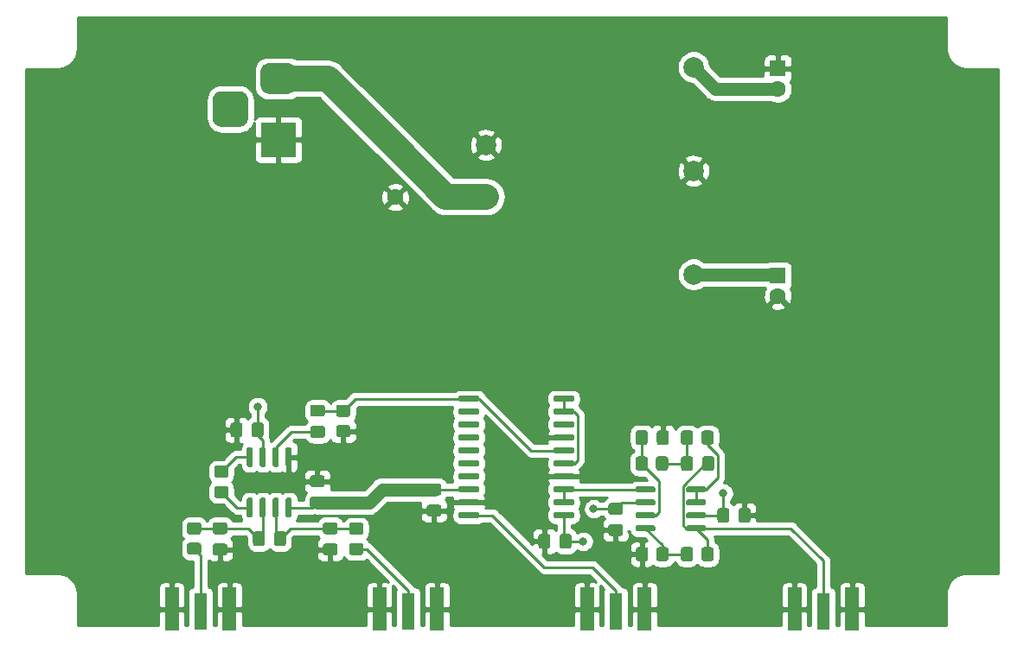
<source format=gbr>
%TF.GenerationSoftware,KiCad,Pcbnew,(5.1.9)-1*%
%TF.CreationDate,2021-05-02T14:53:51-04:00*%
%TF.ProjectId,openEPR_Lock-In,6f70656e-4550-4525-9f4c-6f636b2d496e,rev?*%
%TF.SameCoordinates,Original*%
%TF.FileFunction,Copper,L1,Top*%
%TF.FilePolarity,Positive*%
%FSLAX46Y46*%
G04 Gerber Fmt 4.6, Leading zero omitted, Abs format (unit mm)*
G04 Created by KiCad (PCBNEW (5.1.9)-1) date 2021-05-02 14:53:51*
%MOMM*%
%LPD*%
G01*
G04 APERTURE LIST*
%TA.AperFunction,ComponentPad*%
%ADD10C,2.000000*%
%TD*%
%TA.AperFunction,SMDPad,CuDef*%
%ADD11R,1.350000X4.200000*%
%TD*%
%TA.AperFunction,SMDPad,CuDef*%
%ADD12R,1.270000X3.600000*%
%TD*%
%TA.AperFunction,ComponentPad*%
%ADD13R,3.500000X3.500000*%
%TD*%
%TA.AperFunction,ComponentPad*%
%ADD14R,1.600000X1.600000*%
%TD*%
%TA.AperFunction,ComponentPad*%
%ADD15C,1.600000*%
%TD*%
%TA.AperFunction,ViaPad*%
%ADD16C,0.800000*%
%TD*%
%TA.AperFunction,Conductor*%
%ADD17C,0.250000*%
%TD*%
%TA.AperFunction,Conductor*%
%ADD18C,1.270000*%
%TD*%
%TA.AperFunction,Conductor*%
%ADD19C,2.540000*%
%TD*%
%TA.AperFunction,Conductor*%
%ADD20C,0.254000*%
%TD*%
%TA.AperFunction,Conductor*%
%ADD21C,0.100000*%
%TD*%
G04 APERTURE END LIST*
%TO.P,R7,1*%
%TO.N,Net-(R7-Pad1)*%
%TA.AperFunction,SMDPad,CuDef*%
G36*
G01*
X88992000Y-78289999D02*
X88992000Y-79190001D01*
G75*
G02*
X88742001Y-79440000I-249999J0D01*
G01*
X88041999Y-79440000D01*
G75*
G02*
X87792000Y-79190001I0J249999D01*
G01*
X87792000Y-78289999D01*
G75*
G02*
X88041999Y-78040000I249999J0D01*
G01*
X88742001Y-78040000D01*
G75*
G02*
X88992000Y-78289999I0J-249999D01*
G01*
G37*
%TD.AperFunction*%
%TO.P,R7,2*%
%TO.N,GND*%
%TA.AperFunction,SMDPad,CuDef*%
G36*
G01*
X86992000Y-78289999D02*
X86992000Y-79190001D01*
G75*
G02*
X86742001Y-79440000I-249999J0D01*
G01*
X86041999Y-79440000D01*
G75*
G02*
X85792000Y-79190001I0J249999D01*
G01*
X85792000Y-78289999D01*
G75*
G02*
X86041999Y-78040000I249999J0D01*
G01*
X86742001Y-78040000D01*
G75*
G02*
X86992000Y-78289999I0J-249999D01*
G01*
G37*
%TD.AperFunction*%
%TD*%
D10*
%TO.P,U4,1*%
%TO.N,GND*%
X71120000Y-38608000D03*
%TO.P,U4,2*%
%TO.N,/Vin*%
X71120000Y-43688000D03*
%TO.P,U4,3*%
%TO.N,/V+*%
X91440000Y-51308000D03*
%TO.P,U4,4*%
%TO.N,GND*%
X91440000Y-41148000D03*
%TO.P,U4,5*%
%TO.N,/V-*%
X91440000Y-30988000D03*
%TD*%
%TO.P,C1,1*%
%TO.N,Net-(C1-Pad1)*%
%TA.AperFunction,SMDPad,CuDef*%
G36*
G01*
X44610000Y-75612500D02*
X45560000Y-75612500D01*
G75*
G02*
X45810000Y-75862500I0J-250000D01*
G01*
X45810000Y-76537500D01*
G75*
G02*
X45560000Y-76787500I-250000J0D01*
G01*
X44610000Y-76787500D01*
G75*
G02*
X44360000Y-76537500I0J250000D01*
G01*
X44360000Y-75862500D01*
G75*
G02*
X44610000Y-75612500I250000J0D01*
G01*
G37*
%TD.AperFunction*%
%TO.P,C1,2*%
%TO.N,GND*%
%TA.AperFunction,SMDPad,CuDef*%
G36*
G01*
X44610000Y-77687500D02*
X45560000Y-77687500D01*
G75*
G02*
X45810000Y-77937500I0J-250000D01*
G01*
X45810000Y-78612500D01*
G75*
G02*
X45560000Y-78862500I-250000J0D01*
G01*
X44610000Y-78862500D01*
G75*
G02*
X44360000Y-78612500I0J250000D01*
G01*
X44360000Y-77937500D01*
G75*
G02*
X44610000Y-77687500I250000J0D01*
G01*
G37*
%TD.AperFunction*%
%TD*%
%TO.P,C2,2*%
%TO.N,Net-(C1-Pad1)*%
%TA.AperFunction,SMDPad,CuDef*%
G36*
G01*
X49482500Y-76741000D02*
X49482500Y-77691000D01*
G75*
G02*
X49232500Y-77941000I-250000J0D01*
G01*
X48557500Y-77941000D01*
G75*
G02*
X48307500Y-77691000I0J250000D01*
G01*
X48307500Y-76741000D01*
G75*
G02*
X48557500Y-76491000I250000J0D01*
G01*
X49232500Y-76491000D01*
G75*
G02*
X49482500Y-76741000I0J-250000D01*
G01*
G37*
%TD.AperFunction*%
%TO.P,C2,1*%
%TO.N,Net-(C2-Pad1)*%
%TA.AperFunction,SMDPad,CuDef*%
G36*
G01*
X51557500Y-76741000D02*
X51557500Y-77691000D01*
G75*
G02*
X51307500Y-77941000I-250000J0D01*
G01*
X50632500Y-77941000D01*
G75*
G02*
X50382500Y-77691000I0J250000D01*
G01*
X50382500Y-76741000D01*
G75*
G02*
X50632500Y-76491000I250000J0D01*
G01*
X51307500Y-76491000D01*
G75*
G02*
X51557500Y-76741000I0J-250000D01*
G01*
G37*
%TD.AperFunction*%
%TD*%
%TO.P,C3,2*%
%TO.N,Net-(C2-Pad1)*%
%TA.AperFunction,SMDPad,CuDef*%
G36*
G01*
X56355000Y-76787500D02*
X55405000Y-76787500D01*
G75*
G02*
X55155000Y-76537500I0J250000D01*
G01*
X55155000Y-75862500D01*
G75*
G02*
X55405000Y-75612500I250000J0D01*
G01*
X56355000Y-75612500D01*
G75*
G02*
X56605000Y-75862500I0J-250000D01*
G01*
X56605000Y-76537500D01*
G75*
G02*
X56355000Y-76787500I-250000J0D01*
G01*
G37*
%TD.AperFunction*%
%TO.P,C3,1*%
%TO.N,GND*%
%TA.AperFunction,SMDPad,CuDef*%
G36*
G01*
X56355000Y-78862500D02*
X55405000Y-78862500D01*
G75*
G02*
X55155000Y-78612500I0J250000D01*
G01*
X55155000Y-77937500D01*
G75*
G02*
X55405000Y-77687500I250000J0D01*
G01*
X56355000Y-77687500D01*
G75*
G02*
X56605000Y-77937500I0J-250000D01*
G01*
X56605000Y-78612500D01*
G75*
G02*
X56355000Y-78862500I-250000J0D01*
G01*
G37*
%TD.AperFunction*%
%TD*%
%TO.P,C4,1*%
%TO.N,/OUTPUT*%
%TA.AperFunction,SMDPad,CuDef*%
G36*
G01*
X93467500Y-69375000D02*
X93467500Y-70325000D01*
G75*
G02*
X93217500Y-70575000I-250000J0D01*
G01*
X92542500Y-70575000D01*
G75*
G02*
X92292500Y-70325000I0J250000D01*
G01*
X92292500Y-69375000D01*
G75*
G02*
X92542500Y-69125000I250000J0D01*
G01*
X93217500Y-69125000D01*
G75*
G02*
X93467500Y-69375000I0J-250000D01*
G01*
G37*
%TD.AperFunction*%
%TO.P,C4,2*%
%TO.N,Net-(C4-Pad2)*%
%TA.AperFunction,SMDPad,CuDef*%
G36*
G01*
X91392500Y-69375000D02*
X91392500Y-70325000D01*
G75*
G02*
X91142500Y-70575000I-250000J0D01*
G01*
X90467500Y-70575000D01*
G75*
G02*
X90217500Y-70325000I0J250000D01*
G01*
X90217500Y-69375000D01*
G75*
G02*
X90467500Y-69125000I250000J0D01*
G01*
X91142500Y-69125000D01*
G75*
G02*
X91392500Y-69375000I0J-250000D01*
G01*
G37*
%TD.AperFunction*%
%TD*%
%TO.P,C5,1*%
%TO.N,/Lock-In*%
%TA.AperFunction,SMDPad,CuDef*%
G36*
G01*
X54160400Y-64080900D02*
X55110400Y-64080900D01*
G75*
G02*
X55360400Y-64330900I0J-250000D01*
G01*
X55360400Y-65005900D01*
G75*
G02*
X55110400Y-65255900I-250000J0D01*
G01*
X54160400Y-65255900D01*
G75*
G02*
X53910400Y-65005900I0J250000D01*
G01*
X53910400Y-64330900D01*
G75*
G02*
X54160400Y-64080900I250000J0D01*
G01*
G37*
%TD.AperFunction*%
%TO.P,C5,2*%
%TO.N,Net-(C5-Pad2)*%
%TA.AperFunction,SMDPad,CuDef*%
G36*
G01*
X54160400Y-66155900D02*
X55110400Y-66155900D01*
G75*
G02*
X55360400Y-66405900I0J-250000D01*
G01*
X55360400Y-67080900D01*
G75*
G02*
X55110400Y-67330900I-250000J0D01*
G01*
X54160400Y-67330900D01*
G75*
G02*
X53910400Y-67080900I0J250000D01*
G01*
X53910400Y-66405900D01*
G75*
G02*
X54160400Y-66155900I250000J0D01*
G01*
G37*
%TD.AperFunction*%
%TD*%
%TO.P,C6,2*%
%TO.N,Net-(C6-Pad2)*%
%TA.AperFunction,SMDPad,CuDef*%
G36*
G01*
X86947500Y-66835000D02*
X86947500Y-67785000D01*
G75*
G02*
X86697500Y-68035000I-250000J0D01*
G01*
X86022500Y-68035000D01*
G75*
G02*
X85772500Y-67785000I0J250000D01*
G01*
X85772500Y-66835000D01*
G75*
G02*
X86022500Y-66585000I250000J0D01*
G01*
X86697500Y-66585000D01*
G75*
G02*
X86947500Y-66835000I0J-250000D01*
G01*
G37*
%TD.AperFunction*%
%TO.P,C6,1*%
%TO.N,GND*%
%TA.AperFunction,SMDPad,CuDef*%
G36*
G01*
X89022500Y-66835000D02*
X89022500Y-67785000D01*
G75*
G02*
X88772500Y-68035000I-250000J0D01*
G01*
X88097500Y-68035000D01*
G75*
G02*
X87847500Y-67785000I0J250000D01*
G01*
X87847500Y-66835000D01*
G75*
G02*
X88097500Y-66585000I250000J0D01*
G01*
X88772500Y-66585000D01*
G75*
G02*
X89022500Y-66835000I0J-250000D01*
G01*
G37*
%TD.AperFunction*%
%TD*%
%TO.P,C8,1*%
%TO.N,/V+*%
%TA.AperFunction,SMDPad,CuDef*%
G36*
G01*
X49355500Y-66073000D02*
X49355500Y-67023000D01*
G75*
G02*
X49105500Y-67273000I-250000J0D01*
G01*
X48430500Y-67273000D01*
G75*
G02*
X48180500Y-67023000I0J250000D01*
G01*
X48180500Y-66073000D01*
G75*
G02*
X48430500Y-65823000I250000J0D01*
G01*
X49105500Y-65823000D01*
G75*
G02*
X49355500Y-66073000I0J-250000D01*
G01*
G37*
%TD.AperFunction*%
%TO.P,C8,2*%
%TO.N,GND*%
%TA.AperFunction,SMDPad,CuDef*%
G36*
G01*
X47280500Y-66073000D02*
X47280500Y-67023000D01*
G75*
G02*
X47030500Y-67273000I-250000J0D01*
G01*
X46355500Y-67273000D01*
G75*
G02*
X46105500Y-67023000I0J250000D01*
G01*
X46105500Y-66073000D01*
G75*
G02*
X46355500Y-65823000I250000J0D01*
G01*
X47030500Y-65823000D01*
G75*
G02*
X47280500Y-66073000I0J-250000D01*
G01*
G37*
%TD.AperFunction*%
%TD*%
%TO.P,C10,2*%
%TO.N,GND*%
%TA.AperFunction,SMDPad,CuDef*%
G36*
G01*
X95848500Y-75405000D02*
X95848500Y-74455000D01*
G75*
G02*
X96098500Y-74205000I250000J0D01*
G01*
X96773500Y-74205000D01*
G75*
G02*
X97023500Y-74455000I0J-250000D01*
G01*
X97023500Y-75405000D01*
G75*
G02*
X96773500Y-75655000I-250000J0D01*
G01*
X96098500Y-75655000D01*
G75*
G02*
X95848500Y-75405000I0J250000D01*
G01*
G37*
%TD.AperFunction*%
%TO.P,C10,1*%
%TO.N,/V+*%
%TA.AperFunction,SMDPad,CuDef*%
G36*
G01*
X93773500Y-75405000D02*
X93773500Y-74455000D01*
G75*
G02*
X94023500Y-74205000I250000J0D01*
G01*
X94698500Y-74205000D01*
G75*
G02*
X94948500Y-74455000I0J-250000D01*
G01*
X94948500Y-75405000D01*
G75*
G02*
X94698500Y-75655000I-250000J0D01*
G01*
X94023500Y-75655000D01*
G75*
G02*
X93773500Y-75405000I0J250000D01*
G01*
G37*
%TD.AperFunction*%
%TD*%
%TO.P,C12,1*%
%TO.N,/V+*%
%TA.AperFunction,SMDPad,CuDef*%
G36*
G01*
X79497500Y-76995000D02*
X79497500Y-77945000D01*
G75*
G02*
X79247500Y-78195000I-250000J0D01*
G01*
X78572500Y-78195000D01*
G75*
G02*
X78322500Y-77945000I0J250000D01*
G01*
X78322500Y-76995000D01*
G75*
G02*
X78572500Y-76745000I250000J0D01*
G01*
X79247500Y-76745000D01*
G75*
G02*
X79497500Y-76995000I0J-250000D01*
G01*
G37*
%TD.AperFunction*%
%TO.P,C12,2*%
%TO.N,GND*%
%TA.AperFunction,SMDPad,CuDef*%
G36*
G01*
X77422500Y-76995000D02*
X77422500Y-77945000D01*
G75*
G02*
X77172500Y-78195000I-250000J0D01*
G01*
X76497500Y-78195000D01*
G75*
G02*
X76247500Y-77945000I0J250000D01*
G01*
X76247500Y-76995000D01*
G75*
G02*
X76497500Y-76745000I250000J0D01*
G01*
X77172500Y-76745000D01*
G75*
G02*
X77422500Y-76995000I0J-250000D01*
G01*
G37*
%TD.AperFunction*%
%TD*%
D11*
%TO.P,J1,2*%
%TO.N,GND*%
X60675000Y-84128000D03*
X66325000Y-84128000D03*
D12*
%TO.P,J1,1*%
%TO.N,/INPUT+*%
X63500000Y-84328000D03*
%TD*%
%TO.P,J2,1*%
%TO.N,/INPUT-*%
X43180000Y-84328000D03*
D11*
%TO.P,J2,2*%
%TO.N,GND*%
X46005000Y-84128000D03*
X40355000Y-84128000D03*
%TD*%
%TO.P,J3,2*%
%TO.N,GND*%
X101315000Y-84128000D03*
X106965000Y-84128000D03*
D12*
%TO.P,J3,1*%
%TO.N,/OUTPUT*%
X104140000Y-84328000D03*
%TD*%
D13*
%TO.P,J4,1*%
%TO.N,GND*%
X50800000Y-38100000D03*
%TO.P,J4,2*%
%TO.N,/Vin*%
%TA.AperFunction,ComponentPad*%
G36*
G01*
X49800000Y-30600000D02*
X51800000Y-30600000D01*
G75*
G02*
X52550000Y-31350000I0J-750000D01*
G01*
X52550000Y-32850000D01*
G75*
G02*
X51800000Y-33600000I-750000J0D01*
G01*
X49800000Y-33600000D01*
G75*
G02*
X49050000Y-32850000I0J750000D01*
G01*
X49050000Y-31350000D01*
G75*
G02*
X49800000Y-30600000I750000J0D01*
G01*
G37*
%TD.AperFunction*%
%TO.P,J4,3*%
%TO.N,N/C*%
%TA.AperFunction,ComponentPad*%
G36*
G01*
X45225000Y-33350000D02*
X46975000Y-33350000D01*
G75*
G02*
X47850000Y-34225000I0J-875000D01*
G01*
X47850000Y-35975000D01*
G75*
G02*
X46975000Y-36850000I-875000J0D01*
G01*
X45225000Y-36850000D01*
G75*
G02*
X44350000Y-35975000I0J875000D01*
G01*
X44350000Y-34225000D01*
G75*
G02*
X45225000Y-33350000I875000J0D01*
G01*
G37*
%TD.AperFunction*%
%TD*%
%TO.P,R1,1*%
%TO.N,Net-(C1-Pad1)*%
%TA.AperFunction,SMDPad,CuDef*%
G36*
G01*
X42094999Y-75600000D02*
X42995001Y-75600000D01*
G75*
G02*
X43245000Y-75849999I0J-249999D01*
G01*
X43245000Y-76550001D01*
G75*
G02*
X42995001Y-76800000I-249999J0D01*
G01*
X42094999Y-76800000D01*
G75*
G02*
X41845000Y-76550001I0J249999D01*
G01*
X41845000Y-75849999D01*
G75*
G02*
X42094999Y-75600000I249999J0D01*
G01*
G37*
%TD.AperFunction*%
%TO.P,R1,2*%
%TO.N,/INPUT-*%
%TA.AperFunction,SMDPad,CuDef*%
G36*
G01*
X42094999Y-77600000D02*
X42995001Y-77600000D01*
G75*
G02*
X43245000Y-77849999I0J-249999D01*
G01*
X43245000Y-78550001D01*
G75*
G02*
X42995001Y-78800000I-249999J0D01*
G01*
X42094999Y-78800000D01*
G75*
G02*
X41845000Y-78550001I0J249999D01*
G01*
X41845000Y-77849999D01*
G75*
G02*
X42094999Y-77600000I249999J0D01*
G01*
G37*
%TD.AperFunction*%
%TD*%
%TO.P,R2,2*%
%TO.N,/INPUT+*%
%TA.AperFunction,SMDPad,CuDef*%
G36*
G01*
X57969999Y-77632000D02*
X58870001Y-77632000D01*
G75*
G02*
X59120000Y-77881999I0J-249999D01*
G01*
X59120000Y-78582001D01*
G75*
G02*
X58870001Y-78832000I-249999J0D01*
G01*
X57969999Y-78832000D01*
G75*
G02*
X57720000Y-78582001I0J249999D01*
G01*
X57720000Y-77881999D01*
G75*
G02*
X57969999Y-77632000I249999J0D01*
G01*
G37*
%TD.AperFunction*%
%TO.P,R2,1*%
%TO.N,Net-(C2-Pad1)*%
%TA.AperFunction,SMDPad,CuDef*%
G36*
G01*
X57969999Y-75632000D02*
X58870001Y-75632000D01*
G75*
G02*
X59120000Y-75881999I0J-249999D01*
G01*
X59120000Y-76582001D01*
G75*
G02*
X58870001Y-76832000I-249999J0D01*
G01*
X57969999Y-76832000D01*
G75*
G02*
X57720000Y-76582001I0J249999D01*
G01*
X57720000Y-75881999D01*
G75*
G02*
X57969999Y-75632000I249999J0D01*
G01*
G37*
%TD.AperFunction*%
%TD*%
%TO.P,R3,2*%
%TO.N,Net-(R3-Pad2)*%
%TA.AperFunction,SMDPad,CuDef*%
G36*
G01*
X44761999Y-72044000D02*
X45662001Y-72044000D01*
G75*
G02*
X45912000Y-72293999I0J-249999D01*
G01*
X45912000Y-72994001D01*
G75*
G02*
X45662001Y-73244000I-249999J0D01*
G01*
X44761999Y-73244000D01*
G75*
G02*
X44512000Y-72994001I0J249999D01*
G01*
X44512000Y-72293999D01*
G75*
G02*
X44761999Y-72044000I249999J0D01*
G01*
G37*
%TD.AperFunction*%
%TO.P,R3,1*%
%TO.N,Net-(R3-Pad1)*%
%TA.AperFunction,SMDPad,CuDef*%
G36*
G01*
X44761999Y-70044000D02*
X45662001Y-70044000D01*
G75*
G02*
X45912000Y-70293999I0J-249999D01*
G01*
X45912000Y-70994001D01*
G75*
G02*
X45662001Y-71244000I-249999J0D01*
G01*
X44761999Y-71244000D01*
G75*
G02*
X44512000Y-70994001I0J249999D01*
G01*
X44512000Y-70293999D01*
G75*
G02*
X44761999Y-70044000I249999J0D01*
G01*
G37*
%TD.AperFunction*%
%TD*%
%TO.P,R4,2*%
%TO.N,Net-(C4-Pad2)*%
%TA.AperFunction,SMDPad,CuDef*%
G36*
G01*
X91405000Y-66859999D02*
X91405000Y-67760001D01*
G75*
G02*
X91155001Y-68010000I-249999J0D01*
G01*
X90454999Y-68010000D01*
G75*
G02*
X90205000Y-67760001I0J249999D01*
G01*
X90205000Y-66859999D01*
G75*
G02*
X90454999Y-66610000I249999J0D01*
G01*
X91155001Y-66610000D01*
G75*
G02*
X91405000Y-66859999I0J-249999D01*
G01*
G37*
%TD.AperFunction*%
%TO.P,R4,1*%
%TO.N,Net-(R4-Pad1)*%
%TA.AperFunction,SMDPad,CuDef*%
G36*
G01*
X93405000Y-66859999D02*
X93405000Y-67760001D01*
G75*
G02*
X93155001Y-68010000I-249999J0D01*
G01*
X92454999Y-68010000D01*
G75*
G02*
X92205000Y-67760001I0J249999D01*
G01*
X92205000Y-66859999D01*
G75*
G02*
X92454999Y-66610000I249999J0D01*
G01*
X93155001Y-66610000D01*
G75*
G02*
X93405000Y-66859999I0J-249999D01*
G01*
G37*
%TD.AperFunction*%
%TD*%
%TO.P,R5,1*%
%TO.N,Net-(C4-Pad2)*%
%TA.AperFunction,SMDPad,CuDef*%
G36*
G01*
X88960000Y-69399999D02*
X88960000Y-70300001D01*
G75*
G02*
X88710001Y-70550000I-249999J0D01*
G01*
X88009999Y-70550000D01*
G75*
G02*
X87760000Y-70300001I0J249999D01*
G01*
X87760000Y-69399999D01*
G75*
G02*
X88009999Y-69150000I249999J0D01*
G01*
X88710001Y-69150000D01*
G75*
G02*
X88960000Y-69399999I0J-249999D01*
G01*
G37*
%TD.AperFunction*%
%TO.P,R5,2*%
%TO.N,Net-(C6-Pad2)*%
%TA.AperFunction,SMDPad,CuDef*%
G36*
G01*
X86960000Y-69399999D02*
X86960000Y-70300001D01*
G75*
G02*
X86710001Y-70550000I-249999J0D01*
G01*
X86009999Y-70550000D01*
G75*
G02*
X85760000Y-70300001I0J249999D01*
G01*
X85760000Y-69399999D01*
G75*
G02*
X86009999Y-69150000I249999J0D01*
G01*
X86710001Y-69150000D01*
G75*
G02*
X86960000Y-69399999I0J-249999D01*
G01*
G37*
%TD.AperFunction*%
%TD*%
%TO.P,R6,1*%
%TO.N,GND*%
%TA.AperFunction,SMDPad,CuDef*%
G36*
G01*
X57600001Y-67275000D02*
X56699999Y-67275000D01*
G75*
G02*
X56450000Y-67025001I0J249999D01*
G01*
X56450000Y-66324999D01*
G75*
G02*
X56699999Y-66075000I249999J0D01*
G01*
X57600001Y-66075000D01*
G75*
G02*
X57850000Y-66324999I0J-249999D01*
G01*
X57850000Y-67025001D01*
G75*
G02*
X57600001Y-67275000I-249999J0D01*
G01*
G37*
%TD.AperFunction*%
%TO.P,R6,2*%
%TO.N,/Lock-In*%
%TA.AperFunction,SMDPad,CuDef*%
G36*
G01*
X57600001Y-65275000D02*
X56699999Y-65275000D01*
G75*
G02*
X56450000Y-65025001I0J249999D01*
G01*
X56450000Y-64324999D01*
G75*
G02*
X56699999Y-64075000I249999J0D01*
G01*
X57600001Y-64075000D01*
G75*
G02*
X57850000Y-64324999I0J-249999D01*
G01*
X57850000Y-65025001D01*
G75*
G02*
X57600001Y-65275000I-249999J0D01*
G01*
G37*
%TD.AperFunction*%
%TD*%
%TO.P,U1,8*%
%TO.N,Net-(R4-Pad1)*%
%TA.AperFunction,SMDPad,CuDef*%
G36*
G01*
X90716000Y-72540000D02*
X90716000Y-72240000D01*
G75*
G02*
X90866000Y-72090000I150000J0D01*
G01*
X92516000Y-72090000D01*
G75*
G02*
X92666000Y-72240000I0J-150000D01*
G01*
X92666000Y-72540000D01*
G75*
G02*
X92516000Y-72690000I-150000J0D01*
G01*
X90866000Y-72690000D01*
G75*
G02*
X90716000Y-72540000I0J150000D01*
G01*
G37*
%TD.AperFunction*%
%TO.P,U1,7*%
%TA.AperFunction,SMDPad,CuDef*%
G36*
G01*
X90716000Y-73810000D02*
X90716000Y-73510000D01*
G75*
G02*
X90866000Y-73360000I150000J0D01*
G01*
X92516000Y-73360000D01*
G75*
G02*
X92666000Y-73510000I0J-150000D01*
G01*
X92666000Y-73810000D01*
G75*
G02*
X92516000Y-73960000I-150000J0D01*
G01*
X90866000Y-73960000D01*
G75*
G02*
X90716000Y-73810000I0J150000D01*
G01*
G37*
%TD.AperFunction*%
%TO.P,U1,6*%
%TO.N,/V+*%
%TA.AperFunction,SMDPad,CuDef*%
G36*
G01*
X90716000Y-75080000D02*
X90716000Y-74780000D01*
G75*
G02*
X90866000Y-74630000I150000J0D01*
G01*
X92516000Y-74630000D01*
G75*
G02*
X92666000Y-74780000I0J-150000D01*
G01*
X92666000Y-75080000D01*
G75*
G02*
X92516000Y-75230000I-150000J0D01*
G01*
X90866000Y-75230000D01*
G75*
G02*
X90716000Y-75080000I0J150000D01*
G01*
G37*
%TD.AperFunction*%
%TO.P,U1,5*%
%TO.N,/OUTPUT*%
%TA.AperFunction,SMDPad,CuDef*%
G36*
G01*
X90716000Y-76350000D02*
X90716000Y-76050000D01*
G75*
G02*
X90866000Y-75900000I150000J0D01*
G01*
X92516000Y-75900000D01*
G75*
G02*
X92666000Y-76050000I0J-150000D01*
G01*
X92666000Y-76350000D01*
G75*
G02*
X92516000Y-76500000I-150000J0D01*
G01*
X90866000Y-76500000D01*
G75*
G02*
X90716000Y-76350000I0J150000D01*
G01*
G37*
%TD.AperFunction*%
%TO.P,U1,4*%
%TO.N,Net-(R7-Pad1)*%
%TA.AperFunction,SMDPad,CuDef*%
G36*
G01*
X85766000Y-76350000D02*
X85766000Y-76050000D01*
G75*
G02*
X85916000Y-75900000I150000J0D01*
G01*
X87566000Y-75900000D01*
G75*
G02*
X87716000Y-76050000I0J-150000D01*
G01*
X87716000Y-76350000D01*
G75*
G02*
X87566000Y-76500000I-150000J0D01*
G01*
X85916000Y-76500000D01*
G75*
G02*
X85766000Y-76350000I0J150000D01*
G01*
G37*
%TD.AperFunction*%
%TO.P,U1,3*%
%TO.N,Net-(C6-Pad2)*%
%TA.AperFunction,SMDPad,CuDef*%
G36*
G01*
X85766000Y-75080000D02*
X85766000Y-74780000D01*
G75*
G02*
X85916000Y-74630000I150000J0D01*
G01*
X87566000Y-74630000D01*
G75*
G02*
X87716000Y-74780000I0J-150000D01*
G01*
X87716000Y-75080000D01*
G75*
G02*
X87566000Y-75230000I-150000J0D01*
G01*
X85916000Y-75230000D01*
G75*
G02*
X85766000Y-75080000I0J150000D01*
G01*
G37*
%TD.AperFunction*%
%TO.P,U1,2*%
%TO.N,/V-*%
%TA.AperFunction,SMDPad,CuDef*%
G36*
G01*
X85766000Y-73810000D02*
X85766000Y-73510000D01*
G75*
G02*
X85916000Y-73360000I150000J0D01*
G01*
X87566000Y-73360000D01*
G75*
G02*
X87716000Y-73510000I0J-150000D01*
G01*
X87716000Y-73810000D01*
G75*
G02*
X87566000Y-73960000I-150000J0D01*
G01*
X85916000Y-73960000D01*
G75*
G02*
X85766000Y-73810000I0J150000D01*
G01*
G37*
%TD.AperFunction*%
%TO.P,U1,1*%
%TO.N,/DEMOD*%
%TA.AperFunction,SMDPad,CuDef*%
G36*
G01*
X85766000Y-72540000D02*
X85766000Y-72240000D01*
G75*
G02*
X85916000Y-72090000I150000J0D01*
G01*
X87566000Y-72090000D01*
G75*
G02*
X87716000Y-72240000I0J-150000D01*
G01*
X87716000Y-72540000D01*
G75*
G02*
X87566000Y-72690000I-150000J0D01*
G01*
X85916000Y-72690000D01*
G75*
G02*
X85766000Y-72540000I0J150000D01*
G01*
G37*
%TD.AperFunction*%
%TD*%
%TO.P,U2,1*%
%TO.N,Net-(R3-Pad2)*%
%TA.AperFunction,SMDPad,CuDef*%
G36*
G01*
X48156000Y-75143000D02*
X47856000Y-75143000D01*
G75*
G02*
X47706000Y-74993000I0J150000D01*
G01*
X47706000Y-73343000D01*
G75*
G02*
X47856000Y-73193000I150000J0D01*
G01*
X48156000Y-73193000D01*
G75*
G02*
X48306000Y-73343000I0J-150000D01*
G01*
X48306000Y-74993000D01*
G75*
G02*
X48156000Y-75143000I-150000J0D01*
G01*
G37*
%TD.AperFunction*%
%TO.P,U2,2*%
%TO.N,Net-(C1-Pad1)*%
%TA.AperFunction,SMDPad,CuDef*%
G36*
G01*
X49426000Y-75143000D02*
X49126000Y-75143000D01*
G75*
G02*
X48976000Y-74993000I0J150000D01*
G01*
X48976000Y-73343000D01*
G75*
G02*
X49126000Y-73193000I150000J0D01*
G01*
X49426000Y-73193000D01*
G75*
G02*
X49576000Y-73343000I0J-150000D01*
G01*
X49576000Y-74993000D01*
G75*
G02*
X49426000Y-75143000I-150000J0D01*
G01*
G37*
%TD.AperFunction*%
%TO.P,U2,3*%
%TO.N,Net-(C2-Pad1)*%
%TA.AperFunction,SMDPad,CuDef*%
G36*
G01*
X50696000Y-75143000D02*
X50396000Y-75143000D01*
G75*
G02*
X50246000Y-74993000I0J150000D01*
G01*
X50246000Y-73343000D01*
G75*
G02*
X50396000Y-73193000I150000J0D01*
G01*
X50696000Y-73193000D01*
G75*
G02*
X50846000Y-73343000I0J-150000D01*
G01*
X50846000Y-74993000D01*
G75*
G02*
X50696000Y-75143000I-150000J0D01*
G01*
G37*
%TD.AperFunction*%
%TO.P,U2,4*%
%TO.N,/V-*%
%TA.AperFunction,SMDPad,CuDef*%
G36*
G01*
X51966000Y-75143000D02*
X51666000Y-75143000D01*
G75*
G02*
X51516000Y-74993000I0J150000D01*
G01*
X51516000Y-73343000D01*
G75*
G02*
X51666000Y-73193000I150000J0D01*
G01*
X51966000Y-73193000D01*
G75*
G02*
X52116000Y-73343000I0J-150000D01*
G01*
X52116000Y-74993000D01*
G75*
G02*
X51966000Y-75143000I-150000J0D01*
G01*
G37*
%TD.AperFunction*%
%TO.P,U2,5*%
%TO.N,GND*%
%TA.AperFunction,SMDPad,CuDef*%
G36*
G01*
X51966000Y-70193000D02*
X51666000Y-70193000D01*
G75*
G02*
X51516000Y-70043000I0J150000D01*
G01*
X51516000Y-68393000D01*
G75*
G02*
X51666000Y-68243000I150000J0D01*
G01*
X51966000Y-68243000D01*
G75*
G02*
X52116000Y-68393000I0J-150000D01*
G01*
X52116000Y-70043000D01*
G75*
G02*
X51966000Y-70193000I-150000J0D01*
G01*
G37*
%TD.AperFunction*%
%TO.P,U2,6*%
%TO.N,Net-(C5-Pad2)*%
%TA.AperFunction,SMDPad,CuDef*%
G36*
G01*
X50696000Y-70193000D02*
X50396000Y-70193000D01*
G75*
G02*
X50246000Y-70043000I0J150000D01*
G01*
X50246000Y-68393000D01*
G75*
G02*
X50396000Y-68243000I150000J0D01*
G01*
X50696000Y-68243000D01*
G75*
G02*
X50846000Y-68393000I0J-150000D01*
G01*
X50846000Y-70043000D01*
G75*
G02*
X50696000Y-70193000I-150000J0D01*
G01*
G37*
%TD.AperFunction*%
%TO.P,U2,7*%
%TO.N,/V+*%
%TA.AperFunction,SMDPad,CuDef*%
G36*
G01*
X49426000Y-70193000D02*
X49126000Y-70193000D01*
G75*
G02*
X48976000Y-70043000I0J150000D01*
G01*
X48976000Y-68393000D01*
G75*
G02*
X49126000Y-68243000I150000J0D01*
G01*
X49426000Y-68243000D01*
G75*
G02*
X49576000Y-68393000I0J-150000D01*
G01*
X49576000Y-70043000D01*
G75*
G02*
X49426000Y-70193000I-150000J0D01*
G01*
G37*
%TD.AperFunction*%
%TO.P,U2,8*%
%TO.N,Net-(R3-Pad1)*%
%TA.AperFunction,SMDPad,CuDef*%
G36*
G01*
X48156000Y-70193000D02*
X47856000Y-70193000D01*
G75*
G02*
X47706000Y-70043000I0J150000D01*
G01*
X47706000Y-68393000D01*
G75*
G02*
X47856000Y-68243000I150000J0D01*
G01*
X48156000Y-68243000D01*
G75*
G02*
X48306000Y-68393000I0J-150000D01*
G01*
X48306000Y-70043000D01*
G75*
G02*
X48156000Y-70193000I-150000J0D01*
G01*
G37*
%TD.AperFunction*%
%TD*%
%TO.P,U3,1*%
%TO.N,/Lock-In*%
%TA.AperFunction,SMDPad,CuDef*%
G36*
G01*
X68415000Y-63650000D02*
X68415000Y-63350000D01*
G75*
G02*
X68565000Y-63200000I150000J0D01*
G01*
X70315000Y-63200000D01*
G75*
G02*
X70465000Y-63350000I0J-150000D01*
G01*
X70465000Y-63650000D01*
G75*
G02*
X70315000Y-63800000I-150000J0D01*
G01*
X68565000Y-63800000D01*
G75*
G02*
X68415000Y-63650000I0J150000D01*
G01*
G37*
%TD.AperFunction*%
%TO.P,U3,2*%
%TO.N,Net-(U3-Pad2)*%
%TA.AperFunction,SMDPad,CuDef*%
G36*
G01*
X68415000Y-64920000D02*
X68415000Y-64620000D01*
G75*
G02*
X68565000Y-64470000I150000J0D01*
G01*
X70315000Y-64470000D01*
G75*
G02*
X70465000Y-64620000I0J-150000D01*
G01*
X70465000Y-64920000D01*
G75*
G02*
X70315000Y-65070000I-150000J0D01*
G01*
X68565000Y-65070000D01*
G75*
G02*
X68415000Y-64920000I0J150000D01*
G01*
G37*
%TD.AperFunction*%
%TO.P,U3,3*%
%TO.N,Net-(U3-Pad3)*%
%TA.AperFunction,SMDPad,CuDef*%
G36*
G01*
X68415000Y-66190000D02*
X68415000Y-65890000D01*
G75*
G02*
X68565000Y-65740000I150000J0D01*
G01*
X70315000Y-65740000D01*
G75*
G02*
X70465000Y-65890000I0J-150000D01*
G01*
X70465000Y-66190000D01*
G75*
G02*
X70315000Y-66340000I-150000J0D01*
G01*
X68565000Y-66340000D01*
G75*
G02*
X68415000Y-66190000I0J150000D01*
G01*
G37*
%TD.AperFunction*%
%TO.P,U3,4*%
%TO.N,Net-(U3-Pad4)*%
%TA.AperFunction,SMDPad,CuDef*%
G36*
G01*
X68415000Y-67460000D02*
X68415000Y-67160000D01*
G75*
G02*
X68565000Y-67010000I150000J0D01*
G01*
X70315000Y-67010000D01*
G75*
G02*
X70465000Y-67160000I0J-150000D01*
G01*
X70465000Y-67460000D01*
G75*
G02*
X70315000Y-67610000I-150000J0D01*
G01*
X68565000Y-67610000D01*
G75*
G02*
X68415000Y-67460000I0J150000D01*
G01*
G37*
%TD.AperFunction*%
%TO.P,U3,5*%
%TO.N,Net-(U3-Pad5)*%
%TA.AperFunction,SMDPad,CuDef*%
G36*
G01*
X68415000Y-68730000D02*
X68415000Y-68430000D01*
G75*
G02*
X68565000Y-68280000I150000J0D01*
G01*
X70315000Y-68280000D01*
G75*
G02*
X70465000Y-68430000I0J-150000D01*
G01*
X70465000Y-68730000D01*
G75*
G02*
X70315000Y-68880000I-150000J0D01*
G01*
X68565000Y-68880000D01*
G75*
G02*
X68415000Y-68730000I0J150000D01*
G01*
G37*
%TD.AperFunction*%
%TO.P,U3,6*%
%TO.N,Net-(U3-Pad6)*%
%TA.AperFunction,SMDPad,CuDef*%
G36*
G01*
X68415000Y-70000000D02*
X68415000Y-69700000D01*
G75*
G02*
X68565000Y-69550000I150000J0D01*
G01*
X70315000Y-69550000D01*
G75*
G02*
X70465000Y-69700000I0J-150000D01*
G01*
X70465000Y-70000000D01*
G75*
G02*
X70315000Y-70150000I-150000J0D01*
G01*
X68565000Y-70150000D01*
G75*
G02*
X68415000Y-70000000I0J150000D01*
G01*
G37*
%TD.AperFunction*%
%TO.P,U3,7*%
%TO.N,Net-(U3-Pad7)*%
%TA.AperFunction,SMDPad,CuDef*%
G36*
G01*
X68415000Y-71270000D02*
X68415000Y-70970000D01*
G75*
G02*
X68565000Y-70820000I150000J0D01*
G01*
X70315000Y-70820000D01*
G75*
G02*
X70465000Y-70970000I0J-150000D01*
G01*
X70465000Y-71270000D01*
G75*
G02*
X70315000Y-71420000I-150000J0D01*
G01*
X68565000Y-71420000D01*
G75*
G02*
X68415000Y-71270000I0J150000D01*
G01*
G37*
%TD.AperFunction*%
%TO.P,U3,8*%
%TO.N,/V-*%
%TA.AperFunction,SMDPad,CuDef*%
G36*
G01*
X68415000Y-72540000D02*
X68415000Y-72240000D01*
G75*
G02*
X68565000Y-72090000I150000J0D01*
G01*
X70315000Y-72090000D01*
G75*
G02*
X70465000Y-72240000I0J-150000D01*
G01*
X70465000Y-72540000D01*
G75*
G02*
X70315000Y-72690000I-150000J0D01*
G01*
X68565000Y-72690000D01*
G75*
G02*
X68415000Y-72540000I0J150000D01*
G01*
G37*
%TD.AperFunction*%
%TO.P,U3,9*%
%TO.N,GND*%
%TA.AperFunction,SMDPad,CuDef*%
G36*
G01*
X68415000Y-73810000D02*
X68415000Y-73510000D01*
G75*
G02*
X68565000Y-73360000I150000J0D01*
G01*
X70315000Y-73360000D01*
G75*
G02*
X70465000Y-73510000I0J-150000D01*
G01*
X70465000Y-73810000D01*
G75*
G02*
X70315000Y-73960000I-150000J0D01*
G01*
X68565000Y-73960000D01*
G75*
G02*
X68415000Y-73810000I0J150000D01*
G01*
G37*
%TD.AperFunction*%
%TO.P,U3,10*%
%TO.N,/REF*%
%TA.AperFunction,SMDPad,CuDef*%
G36*
G01*
X68415000Y-75080000D02*
X68415000Y-74780000D01*
G75*
G02*
X68565000Y-74630000I150000J0D01*
G01*
X70315000Y-74630000D01*
G75*
G02*
X70465000Y-74780000I0J-150000D01*
G01*
X70465000Y-75080000D01*
G75*
G02*
X70315000Y-75230000I-150000J0D01*
G01*
X68565000Y-75230000D01*
G75*
G02*
X68415000Y-75080000I0J150000D01*
G01*
G37*
%TD.AperFunction*%
%TO.P,U3,11*%
%TO.N,/V+*%
%TA.AperFunction,SMDPad,CuDef*%
G36*
G01*
X77715000Y-75080000D02*
X77715000Y-74780000D01*
G75*
G02*
X77865000Y-74630000I150000J0D01*
G01*
X79615000Y-74630000D01*
G75*
G02*
X79765000Y-74780000I0J-150000D01*
G01*
X79765000Y-75080000D01*
G75*
G02*
X79615000Y-75230000I-150000J0D01*
G01*
X77865000Y-75230000D01*
G75*
G02*
X77715000Y-75080000I0J150000D01*
G01*
G37*
%TD.AperFunction*%
%TO.P,U3,12*%
%TO.N,/DEMOD*%
%TA.AperFunction,SMDPad,CuDef*%
G36*
G01*
X77715000Y-73810000D02*
X77715000Y-73510000D01*
G75*
G02*
X77865000Y-73360000I150000J0D01*
G01*
X79615000Y-73360000D01*
G75*
G02*
X79765000Y-73510000I0J-150000D01*
G01*
X79765000Y-73810000D01*
G75*
G02*
X79615000Y-73960000I-150000J0D01*
G01*
X77865000Y-73960000D01*
G75*
G02*
X77715000Y-73810000I0J150000D01*
G01*
G37*
%TD.AperFunction*%
%TO.P,U3,13*%
%TA.AperFunction,SMDPad,CuDef*%
G36*
G01*
X77715000Y-72540000D02*
X77715000Y-72240000D01*
G75*
G02*
X77865000Y-72090000I150000J0D01*
G01*
X79615000Y-72090000D01*
G75*
G02*
X79765000Y-72240000I0J-150000D01*
G01*
X79765000Y-72540000D01*
G75*
G02*
X79615000Y-72690000I-150000J0D01*
G01*
X77865000Y-72690000D01*
G75*
G02*
X77715000Y-72540000I0J150000D01*
G01*
G37*
%TD.AperFunction*%
%TO.P,U3,14*%
%TO.N,GND*%
%TA.AperFunction,SMDPad,CuDef*%
G36*
G01*
X77715000Y-71270000D02*
X77715000Y-70970000D01*
G75*
G02*
X77865000Y-70820000I150000J0D01*
G01*
X79615000Y-70820000D01*
G75*
G02*
X79765000Y-70970000I0J-150000D01*
G01*
X79765000Y-71270000D01*
G75*
G02*
X79615000Y-71420000I-150000J0D01*
G01*
X77865000Y-71420000D01*
G75*
G02*
X77715000Y-71270000I0J150000D01*
G01*
G37*
%TD.AperFunction*%
%TO.P,U3,15*%
%TO.N,Net-(U3-Pad15)*%
%TA.AperFunction,SMDPad,CuDef*%
G36*
G01*
X77715000Y-70000000D02*
X77715000Y-69700000D01*
G75*
G02*
X77865000Y-69550000I150000J0D01*
G01*
X79615000Y-69550000D01*
G75*
G02*
X79765000Y-69700000I0J-150000D01*
G01*
X79765000Y-70000000D01*
G75*
G02*
X79615000Y-70150000I-150000J0D01*
G01*
X77865000Y-70150000D01*
G75*
G02*
X77715000Y-70000000I0J150000D01*
G01*
G37*
%TD.AperFunction*%
%TO.P,U3,16*%
%TO.N,/Lock-In*%
%TA.AperFunction,SMDPad,CuDef*%
G36*
G01*
X77715000Y-68730000D02*
X77715000Y-68430000D01*
G75*
G02*
X77865000Y-68280000I150000J0D01*
G01*
X79615000Y-68280000D01*
G75*
G02*
X79765000Y-68430000I0J-150000D01*
G01*
X79765000Y-68730000D01*
G75*
G02*
X79615000Y-68880000I-150000J0D01*
G01*
X77865000Y-68880000D01*
G75*
G02*
X77715000Y-68730000I0J150000D01*
G01*
G37*
%TD.AperFunction*%
%TO.P,U3,17*%
%TO.N,GND*%
%TA.AperFunction,SMDPad,CuDef*%
G36*
G01*
X77715000Y-67460000D02*
X77715000Y-67160000D01*
G75*
G02*
X77865000Y-67010000I150000J0D01*
G01*
X79615000Y-67010000D01*
G75*
G02*
X79765000Y-67160000I0J-150000D01*
G01*
X79765000Y-67460000D01*
G75*
G02*
X79615000Y-67610000I-150000J0D01*
G01*
X77865000Y-67610000D01*
G75*
G02*
X77715000Y-67460000I0J150000D01*
G01*
G37*
%TD.AperFunction*%
%TO.P,U3,18*%
%TO.N,Net-(U3-Pad18)*%
%TA.AperFunction,SMDPad,CuDef*%
G36*
G01*
X77715000Y-66190000D02*
X77715000Y-65890000D01*
G75*
G02*
X77865000Y-65740000I150000J0D01*
G01*
X79615000Y-65740000D01*
G75*
G02*
X79765000Y-65890000I0J-150000D01*
G01*
X79765000Y-66190000D01*
G75*
G02*
X79615000Y-66340000I-150000J0D01*
G01*
X77865000Y-66340000D01*
G75*
G02*
X77715000Y-66190000I0J150000D01*
G01*
G37*
%TD.AperFunction*%
%TO.P,U3,19*%
%TO.N,Net-(U3-Pad15)*%
%TA.AperFunction,SMDPad,CuDef*%
G36*
G01*
X77715000Y-64920000D02*
X77715000Y-64620000D01*
G75*
G02*
X77865000Y-64470000I150000J0D01*
G01*
X79615000Y-64470000D01*
G75*
G02*
X79765000Y-64620000I0J-150000D01*
G01*
X79765000Y-64920000D01*
G75*
G02*
X79615000Y-65070000I-150000J0D01*
G01*
X77865000Y-65070000D01*
G75*
G02*
X77715000Y-64920000I0J150000D01*
G01*
G37*
%TD.AperFunction*%
%TO.P,U3,20*%
%TA.AperFunction,SMDPad,CuDef*%
G36*
G01*
X77715000Y-63650000D02*
X77715000Y-63350000D01*
G75*
G02*
X77865000Y-63200000I150000J0D01*
G01*
X79615000Y-63200000D01*
G75*
G02*
X79765000Y-63350000I0J-150000D01*
G01*
X79765000Y-63650000D01*
G75*
G02*
X79615000Y-63800000I-150000J0D01*
G01*
X77865000Y-63800000D01*
G75*
G02*
X77715000Y-63650000I0J150000D01*
G01*
G37*
%TD.AperFunction*%
%TD*%
D11*
%TO.P,J5,2*%
%TO.N,GND*%
X80995000Y-84128000D03*
X86645000Y-84128000D03*
D12*
%TO.P,J5,1*%
%TO.N,/REF*%
X83820000Y-84328000D03*
%TD*%
%TO.P,C13,2*%
%TO.N,GND*%
%TA.AperFunction,SMDPad,CuDef*%
G36*
G01*
X55085000Y-72172500D02*
X54135000Y-72172500D01*
G75*
G02*
X53885000Y-71922500I0J250000D01*
G01*
X53885000Y-71247500D01*
G75*
G02*
X54135000Y-70997500I250000J0D01*
G01*
X55085000Y-70997500D01*
G75*
G02*
X55335000Y-71247500I0J-250000D01*
G01*
X55335000Y-71922500D01*
G75*
G02*
X55085000Y-72172500I-250000J0D01*
G01*
G37*
%TD.AperFunction*%
%TO.P,C13,1*%
%TO.N,/V-*%
%TA.AperFunction,SMDPad,CuDef*%
G36*
G01*
X55085000Y-74247500D02*
X54135000Y-74247500D01*
G75*
G02*
X53885000Y-73997500I0J250000D01*
G01*
X53885000Y-73322500D01*
G75*
G02*
X54135000Y-73072500I250000J0D01*
G01*
X55085000Y-73072500D01*
G75*
G02*
X55335000Y-73322500I0J-250000D01*
G01*
X55335000Y-73997500D01*
G75*
G02*
X55085000Y-74247500I-250000J0D01*
G01*
G37*
%TD.AperFunction*%
%TD*%
%TO.P,C14,1*%
%TO.N,/V-*%
%TA.AperFunction,SMDPad,CuDef*%
G36*
G01*
X65565000Y-71802500D02*
X66515000Y-71802500D01*
G75*
G02*
X66765000Y-72052500I0J-250000D01*
G01*
X66765000Y-72727500D01*
G75*
G02*
X66515000Y-72977500I-250000J0D01*
G01*
X65565000Y-72977500D01*
G75*
G02*
X65315000Y-72727500I0J250000D01*
G01*
X65315000Y-72052500D01*
G75*
G02*
X65565000Y-71802500I250000J0D01*
G01*
G37*
%TD.AperFunction*%
%TO.P,C14,2*%
%TO.N,GND*%
%TA.AperFunction,SMDPad,CuDef*%
G36*
G01*
X65565000Y-73877500D02*
X66515000Y-73877500D01*
G75*
G02*
X66765000Y-74127500I0J-250000D01*
G01*
X66765000Y-74802500D01*
G75*
G02*
X66515000Y-75052500I-250000J0D01*
G01*
X65565000Y-75052500D01*
G75*
G02*
X65315000Y-74802500I0J250000D01*
G01*
X65315000Y-74127500D01*
G75*
G02*
X65565000Y-73877500I250000J0D01*
G01*
G37*
%TD.AperFunction*%
%TD*%
%TO.P,C15,1*%
%TO.N,/V-*%
%TA.AperFunction,SMDPad,CuDef*%
G36*
G01*
X83345000Y-73707500D02*
X84295000Y-73707500D01*
G75*
G02*
X84545000Y-73957500I0J-250000D01*
G01*
X84545000Y-74632500D01*
G75*
G02*
X84295000Y-74882500I-250000J0D01*
G01*
X83345000Y-74882500D01*
G75*
G02*
X83095000Y-74632500I0J250000D01*
G01*
X83095000Y-73957500D01*
G75*
G02*
X83345000Y-73707500I250000J0D01*
G01*
G37*
%TD.AperFunction*%
%TO.P,C15,2*%
%TO.N,GND*%
%TA.AperFunction,SMDPad,CuDef*%
G36*
G01*
X83345000Y-75782500D02*
X84295000Y-75782500D01*
G75*
G02*
X84545000Y-76032500I0J-250000D01*
G01*
X84545000Y-76707500D01*
G75*
G02*
X84295000Y-76957500I-250000J0D01*
G01*
X83345000Y-76957500D01*
G75*
G02*
X83095000Y-76707500I0J250000D01*
G01*
X83095000Y-76032500D01*
G75*
G02*
X83345000Y-75782500I250000J0D01*
G01*
G37*
%TD.AperFunction*%
%TD*%
D14*
%TO.P,C7,1*%
%TO.N,/Vin*%
X62230000Y-38735000D03*
D15*
%TO.P,C7,2*%
%TO.N,GND*%
X62230000Y-43735000D03*
%TD*%
D14*
%TO.P,C9,1*%
%TO.N,/V+*%
X99695000Y-51435000D03*
D15*
%TO.P,C9,2*%
%TO.N,GND*%
X99695000Y-53435000D03*
%TD*%
%TO.P,C11,2*%
%TO.N,/V-*%
X99695000Y-33115000D03*
D14*
%TO.P,C11,1*%
%TO.N,GND*%
X99695000Y-31115000D03*
%TD*%
%TO.P,R8,2*%
%TO.N,/OUTPUT*%
%TA.AperFunction,SMDPad,CuDef*%
G36*
G01*
X92205000Y-79190001D02*
X92205000Y-78289999D01*
G75*
G02*
X92454999Y-78040000I249999J0D01*
G01*
X93155001Y-78040000D01*
G75*
G02*
X93405000Y-78289999I0J-249999D01*
G01*
X93405000Y-79190001D01*
G75*
G02*
X93155001Y-79440000I-249999J0D01*
G01*
X92454999Y-79440000D01*
G75*
G02*
X92205000Y-79190001I0J249999D01*
G01*
G37*
%TD.AperFunction*%
%TO.P,R8,1*%
%TO.N,Net-(R7-Pad1)*%
%TA.AperFunction,SMDPad,CuDef*%
G36*
G01*
X90205000Y-79190001D02*
X90205000Y-78289999D01*
G75*
G02*
X90454999Y-78040000I249999J0D01*
G01*
X91155001Y-78040000D01*
G75*
G02*
X91405000Y-78289999I0J-249999D01*
G01*
X91405000Y-79190001D01*
G75*
G02*
X91155001Y-79440000I-249999J0D01*
G01*
X90454999Y-79440000D01*
G75*
G02*
X90205000Y-79190001I0J249999D01*
G01*
G37*
%TD.AperFunction*%
%TD*%
D16*
%TO.N,GND*%
X53340000Y-69215000D03*
X69850000Y-83820000D03*
X72390000Y-83820000D03*
X74930000Y-83820000D03*
X77470000Y-83820000D03*
X69850000Y-81280000D03*
X72390000Y-81280000D03*
X74930000Y-81280000D03*
X77470000Y-81280000D03*
X72390000Y-78740000D03*
X69850000Y-78740000D03*
X67310000Y-78740000D03*
X64770000Y-78740000D03*
X62230000Y-78740000D03*
X62230000Y-76200000D03*
X64770000Y-76200000D03*
X67310000Y-76200000D03*
X69850000Y-76200000D03*
X62230000Y-69850000D03*
X64770000Y-69850000D03*
X67310000Y-69850000D03*
X67310000Y-67310000D03*
X64770000Y-67310000D03*
X62230000Y-67310000D03*
X59690000Y-67310000D03*
X59690000Y-69850000D03*
X57150000Y-69850000D03*
X59690000Y-64770000D03*
X62230000Y-64770000D03*
X64770000Y-64770000D03*
X67310000Y-64770000D03*
X67310000Y-62230000D03*
X64770000Y-62230000D03*
X62230000Y-62230000D03*
X59690000Y-62230000D03*
X72390000Y-72390000D03*
X74930000Y-72390000D03*
X74930000Y-69850000D03*
X72390000Y-69850000D03*
X72390000Y-67310000D03*
X74930000Y-64770000D03*
X72390000Y-62230000D03*
X74930000Y-62230000D03*
X77470000Y-62230000D03*
X83820000Y-71120000D03*
X83820000Y-68580000D03*
X83820000Y-64770000D03*
X90170000Y-83820000D03*
X92710000Y-83820000D03*
X95250000Y-83820000D03*
X97790000Y-83820000D03*
X97790000Y-81280000D03*
X95250000Y-81280000D03*
X92710000Y-81280000D03*
X90170000Y-81280000D03*
X49530000Y-83820000D03*
X52070000Y-83820000D03*
X54610000Y-83820000D03*
X57150000Y-83820000D03*
X57150000Y-81280000D03*
X54610000Y-81280000D03*
X52070000Y-81280000D03*
X49530000Y-81280000D03*
X82550000Y-78740000D03*
X95250000Y-78740000D03*
X97790000Y-78740000D03*
X110490000Y-83820000D03*
X113030000Y-83820000D03*
X113030000Y-81280000D03*
X110490000Y-81280000D03*
X36830000Y-83820000D03*
X34290000Y-83820000D03*
X34290000Y-81280000D03*
X36830000Y-81280000D03*
X39370000Y-72390000D03*
X41910000Y-63500000D03*
X59690000Y-59690000D03*
X62230000Y-59690000D03*
X64770000Y-59690000D03*
X67310000Y-59690000D03*
X69850000Y-59690000D03*
X72390000Y-59690000D03*
X74930000Y-59690000D03*
X77470000Y-59690000D03*
X80010000Y-59690000D03*
X83820000Y-59690000D03*
X83820000Y-62230000D03*
X86360000Y-64770000D03*
X88900000Y-64770000D03*
X91440000Y-64770000D03*
X91440000Y-62230000D03*
X88900000Y-62230000D03*
X86360000Y-62230000D03*
X86360000Y-59690000D03*
X88900000Y-59690000D03*
X91440000Y-59690000D03*
X93980000Y-64770000D03*
X96520000Y-64770000D03*
X96520000Y-72390000D03*
X93980000Y-62230000D03*
X93980000Y-59690000D03*
X96520000Y-59690000D03*
X96520000Y-62230000D03*
X110490000Y-78740000D03*
X110490000Y-76200000D03*
X107950000Y-76200000D03*
X107950000Y-78740000D03*
X105410000Y-76200000D03*
X102870000Y-73660000D03*
X105410000Y-73660000D03*
X99060000Y-72390000D03*
X57150000Y-59690000D03*
X54610000Y-62230000D03*
X57150000Y-62230000D03*
X52070000Y-62230000D03*
X34290000Y-27940000D03*
X38100000Y-27940000D03*
X38100000Y-30480000D03*
X34290000Y-30480000D03*
X34290000Y-52070000D03*
X34290000Y-59690000D03*
X113030000Y-27940000D03*
X109220000Y-27940000D03*
X109220000Y-30480000D03*
X113030000Y-30480000D03*
X113030000Y-45720000D03*
X113030000Y-55880000D03*
X101600000Y-46990000D03*
X101600000Y-35560000D03*
X113030000Y-66040000D03*
X34290000Y-39370000D03*
X34290000Y-69850000D03*
X38100000Y-66675000D03*
X34290000Y-74930000D03*
X34290000Y-78105000D03*
X36830000Y-78105000D03*
X101600000Y-63500000D03*
X101600000Y-69850000D03*
X107950000Y-63500000D03*
X107950000Y-69850000D03*
X52070000Y-52070000D03*
X45085000Y-57150000D03*
X63500000Y-33020000D03*
X63500000Y-30480000D03*
X60960000Y-30480000D03*
X66040000Y-35560000D03*
X66040000Y-33020000D03*
X66040000Y-30480000D03*
%TO.N,/V+*%
X80645000Y-77470000D03*
X94361000Y-72771000D03*
X48768000Y-64262000D03*
%TO.N,/V-*%
X60960000Y-72390000D03*
X81661000Y-74295000D03*
%TD*%
D17*
%TO.N,Net-(C1-Pad1)*%
X42545000Y-76200000D02*
X45085000Y-76200000D01*
X49276000Y-76835000D02*
X48895000Y-77216000D01*
X49276000Y-74168000D02*
X49276000Y-76835000D01*
X47879000Y-76200000D02*
X48895000Y-77216000D01*
X45085000Y-76200000D02*
X47879000Y-76200000D01*
%TO.N,Net-(C2-Pad1)*%
X50546000Y-76792000D02*
X50970000Y-77216000D01*
X50546000Y-74168000D02*
X50546000Y-76792000D01*
X51986000Y-76200000D02*
X50970000Y-77216000D01*
X55880000Y-76200000D02*
X51986000Y-76200000D01*
X55912000Y-76232000D02*
X55880000Y-76200000D01*
X58420000Y-76232000D02*
X55912000Y-76232000D01*
%TO.N,/Lock-In*%
X57143400Y-64668400D02*
X57150000Y-64675000D01*
X54635400Y-64668400D02*
X57143400Y-64668400D01*
X58325000Y-63500000D02*
X57150000Y-64675000D01*
X69440000Y-63500000D02*
X58325000Y-63500000D01*
X75545000Y-68580000D02*
X78740000Y-68580000D01*
X70465000Y-63500000D02*
X75545000Y-68580000D01*
X69440000Y-63500000D02*
X70465000Y-63500000D01*
%TO.N,Net-(C5-Pad2)*%
X52045600Y-66743400D02*
X54635400Y-66743400D01*
X50546000Y-68243000D02*
X52045600Y-66743400D01*
X50546000Y-69218000D02*
X50546000Y-68243000D01*
%TO.N,/V+*%
X91691000Y-74930000D02*
X94361000Y-74930000D01*
X48768000Y-66548000D02*
X48768000Y-67056000D01*
X49276000Y-67564000D02*
X49276000Y-69218000D01*
X48768000Y-67056000D02*
X49276000Y-67564000D01*
X78740000Y-77300000D02*
X78910000Y-77470000D01*
X78740000Y-74930000D02*
X78740000Y-77300000D01*
X78910000Y-77470000D02*
X80645000Y-77470000D01*
X94361000Y-74930000D02*
X94361000Y-72771000D01*
X48768000Y-66548000D02*
X48768000Y-64262000D01*
D18*
X99568000Y-51308000D02*
X99695000Y-51435000D01*
X91440000Y-51308000D02*
X99568000Y-51308000D01*
D17*
%TO.N,/V-*%
X84455000Y-73660000D02*
X83820000Y-74295000D01*
X86741000Y-73660000D02*
X84455000Y-73660000D01*
X54102000Y-74168000D02*
X54610000Y-73660000D01*
X51816000Y-74168000D02*
X54102000Y-74168000D01*
X69440000Y-72390000D02*
X66040000Y-72390000D01*
D18*
X60960000Y-72390000D02*
X66040000Y-72390000D01*
X59690000Y-73660000D02*
X54610000Y-73660000D01*
X60960000Y-72390000D02*
X59690000Y-73660000D01*
D17*
X83820000Y-74295000D02*
X81661000Y-74295000D01*
D18*
X93567000Y-33115000D02*
X99695000Y-33115000D01*
X91440000Y-30988000D02*
X93567000Y-33115000D01*
D17*
%TO.N,/INPUT+*%
X63500000Y-82278000D02*
X63500000Y-84328000D01*
X59454000Y-78232000D02*
X63500000Y-82278000D01*
X58420000Y-78232000D02*
X59454000Y-78232000D01*
%TO.N,/INPUT-*%
X43180000Y-78835000D02*
X42545000Y-78200000D01*
X43180000Y-84328000D02*
X43180000Y-78835000D01*
%TO.N,/OUTPUT*%
X104140000Y-84328000D02*
X104140000Y-79375000D01*
X100965000Y-76200000D02*
X91691000Y-76200000D01*
X104140000Y-79375000D02*
X100965000Y-76200000D01*
X92805000Y-77314000D02*
X91691000Y-76200000D01*
X92805000Y-78740000D02*
X92805000Y-77314000D01*
X90716000Y-76200000D02*
X91691000Y-76200000D01*
X90390990Y-75874990D02*
X90716000Y-76200000D01*
X90390990Y-72043242D02*
X90390990Y-75874990D01*
X92584232Y-69850000D02*
X90390990Y-72043242D01*
X92880000Y-69850000D02*
X92584232Y-69850000D01*
D19*
%TO.N,/Vin*%
X56865000Y-33370000D02*
X62230000Y-38735000D01*
X67183000Y-43688000D02*
X62230000Y-38735000D01*
X71120000Y-43688000D02*
X67183000Y-43688000D01*
X55595000Y-32100000D02*
X56865000Y-33370000D01*
X50800000Y-32100000D02*
X55595000Y-32100000D01*
D17*
%TO.N,Net-(R3-Pad2)*%
X46736000Y-74168000D02*
X45212000Y-72644000D01*
X48006000Y-74168000D02*
X46736000Y-74168000D01*
%TO.N,Net-(R3-Pad1)*%
X46638000Y-69218000D02*
X45212000Y-70644000D01*
X48006000Y-69218000D02*
X46638000Y-69218000D01*
%TO.N,Net-(R4-Pad1)*%
X91691000Y-72390000D02*
X91691000Y-73660000D01*
X92666000Y-72390000D02*
X91691000Y-72390000D01*
X93792510Y-71263490D02*
X92666000Y-72390000D01*
X93792510Y-68997510D02*
X93792510Y-71263490D01*
X92805000Y-68010000D02*
X93792510Y-68997510D01*
X92805000Y-67310000D02*
X92805000Y-68010000D01*
%TO.N,/DEMOD*%
X78740000Y-72390000D02*
X86741000Y-72390000D01*
X78740000Y-73660000D02*
X78740000Y-72390000D01*
%TO.N,/REF*%
X83820000Y-82278000D02*
X81552000Y-80010000D01*
X83820000Y-84328000D02*
X83820000Y-82278000D01*
X81552000Y-80010000D02*
X76835000Y-80010000D01*
X71755000Y-74930000D02*
X69440000Y-74930000D01*
X76835000Y-80010000D02*
X71755000Y-74930000D01*
%TO.N,Net-(U3-Pad15)*%
X78740000Y-63500000D02*
X78740000Y-64770000D01*
X79765000Y-69850000D02*
X78740000Y-69850000D01*
X80090010Y-69524990D02*
X79765000Y-69850000D01*
X80090010Y-65095010D02*
X80090010Y-69524990D01*
X79765000Y-64770000D02*
X80090010Y-65095010D01*
X78740000Y-64770000D02*
X79765000Y-64770000D01*
%TO.N,Net-(C4-Pad2)*%
X88249000Y-69850000D02*
X88249000Y-69231000D01*
X88360000Y-69850000D02*
X90805000Y-69850000D01*
X90805000Y-67310000D02*
X90805000Y-69850000D01*
%TO.N,Net-(C6-Pad2)*%
X86233000Y-69326000D02*
X86249000Y-69342000D01*
X86360000Y-67310000D02*
X86360000Y-69850000D01*
X87716000Y-74930000D02*
X86741000Y-74930000D01*
X88041010Y-71531010D02*
X88041010Y-74604990D01*
X88041010Y-74604990D02*
X87716000Y-74930000D01*
X86360000Y-69850000D02*
X88041010Y-71531010D01*
%TO.N,Net-(R7-Pad1)*%
X88392000Y-77851000D02*
X86741000Y-76200000D01*
X88392000Y-78740000D02*
X88392000Y-77851000D01*
X90805000Y-78740000D02*
X88392000Y-78740000D01*
%TD*%
D20*
%TO.N,GND*%
X116180001Y-29242419D02*
X116182802Y-29270855D01*
X116182747Y-29278682D01*
X116183646Y-29287853D01*
X116209554Y-29534357D01*
X116221589Y-29592986D01*
X116232792Y-29651716D01*
X116235456Y-29660538D01*
X116308751Y-29897314D01*
X116331931Y-29952457D01*
X116354339Y-30007920D01*
X116358665Y-30016054D01*
X116358667Y-30016059D01*
X116358670Y-30016064D01*
X116476553Y-30234086D01*
X116509988Y-30283654D01*
X116542759Y-30333735D01*
X116548584Y-30340876D01*
X116706577Y-30531856D01*
X116749012Y-30573995D01*
X116790875Y-30616745D01*
X116797976Y-30622618D01*
X116990053Y-30779273D01*
X117039875Y-30812374D01*
X117089237Y-30846173D01*
X117097343Y-30850556D01*
X117316191Y-30966919D01*
X117371479Y-30989707D01*
X117426475Y-31013279D01*
X117435278Y-31016003D01*
X117672559Y-31087643D01*
X117731246Y-31099264D01*
X117789752Y-31111700D01*
X117798915Y-31112663D01*
X117798917Y-31112663D01*
X118045595Y-31136850D01*
X118045598Y-31136850D01*
X118077581Y-31140000D01*
X121260000Y-31140000D01*
X121260001Y-80620000D01*
X118077581Y-80620000D01*
X118049135Y-80622802D01*
X118041318Y-80622747D01*
X118032147Y-80623646D01*
X117785644Y-80649554D01*
X117727028Y-80661586D01*
X117668284Y-80672792D01*
X117659462Y-80675456D01*
X117422686Y-80748751D01*
X117367555Y-80771926D01*
X117312080Y-80794339D01*
X117303944Y-80798666D01*
X117085914Y-80916554D01*
X117036346Y-80949988D01*
X116986265Y-80982760D01*
X116979124Y-80988584D01*
X116788144Y-81146577D01*
X116746005Y-81189012D01*
X116703255Y-81230875D01*
X116697381Y-81237976D01*
X116540727Y-81430054D01*
X116507655Y-81479831D01*
X116473826Y-81529237D01*
X116469444Y-81537343D01*
X116353081Y-81756191D01*
X116330298Y-81811468D01*
X116306721Y-81866475D01*
X116303997Y-81875278D01*
X116232357Y-82112559D01*
X116220736Y-82171246D01*
X116208300Y-82229752D01*
X116207337Y-82238917D01*
X116183150Y-82485595D01*
X116180000Y-82517582D01*
X116180001Y-85700000D01*
X108277178Y-85700000D01*
X108275000Y-84413750D01*
X108116250Y-84255000D01*
X107092000Y-84255000D01*
X107092000Y-84275000D01*
X106838000Y-84275000D01*
X106838000Y-84255000D01*
X105813750Y-84255000D01*
X105655000Y-84413750D01*
X105652822Y-85700000D01*
X105413072Y-85700000D01*
X105413072Y-82528000D01*
X105400812Y-82403518D01*
X105364502Y-82283820D01*
X105305537Y-82173506D01*
X105226185Y-82076815D01*
X105166704Y-82028000D01*
X105651928Y-82028000D01*
X105655000Y-83842250D01*
X105813750Y-84001000D01*
X106838000Y-84001000D01*
X106838000Y-81551750D01*
X107092000Y-81551750D01*
X107092000Y-84001000D01*
X108116250Y-84001000D01*
X108275000Y-83842250D01*
X108278072Y-82028000D01*
X108265812Y-81903518D01*
X108229502Y-81783820D01*
X108170537Y-81673506D01*
X108091185Y-81576815D01*
X107994494Y-81497463D01*
X107884180Y-81438498D01*
X107764482Y-81402188D01*
X107640000Y-81389928D01*
X107250750Y-81393000D01*
X107092000Y-81551750D01*
X106838000Y-81551750D01*
X106679250Y-81393000D01*
X106290000Y-81389928D01*
X106165518Y-81402188D01*
X106045820Y-81438498D01*
X105935506Y-81497463D01*
X105838815Y-81576815D01*
X105759463Y-81673506D01*
X105700498Y-81783820D01*
X105664188Y-81903518D01*
X105651928Y-82028000D01*
X105166704Y-82028000D01*
X105129494Y-81997463D01*
X105019180Y-81938498D01*
X104900000Y-81902345D01*
X104900000Y-79412322D01*
X104903676Y-79374999D01*
X104900000Y-79337676D01*
X104900000Y-79337667D01*
X104889003Y-79226014D01*
X104845546Y-79082753D01*
X104794355Y-78986982D01*
X104774974Y-78950723D01*
X104703799Y-78863997D01*
X104680001Y-78834999D01*
X104651003Y-78811201D01*
X101528804Y-75689003D01*
X101505001Y-75659999D01*
X101389276Y-75565026D01*
X101257247Y-75494454D01*
X101113986Y-75450997D01*
X101002333Y-75440000D01*
X101002322Y-75440000D01*
X100965000Y-75436324D01*
X100927678Y-75440000D01*
X97660068Y-75440000D01*
X97658500Y-75215750D01*
X97499750Y-75057000D01*
X96563000Y-75057000D01*
X96563000Y-75077000D01*
X96309000Y-75077000D01*
X96309000Y-75057000D01*
X96289000Y-75057000D01*
X96289000Y-74803000D01*
X96309000Y-74803000D01*
X96309000Y-73728750D01*
X96563000Y-73728750D01*
X96563000Y-74803000D01*
X97499750Y-74803000D01*
X97658500Y-74644250D01*
X97661572Y-74205000D01*
X97649312Y-74080518D01*
X97613002Y-73960820D01*
X97554037Y-73850506D01*
X97474685Y-73753815D01*
X97377994Y-73674463D01*
X97267680Y-73615498D01*
X97147982Y-73579188D01*
X97023500Y-73566928D01*
X96721750Y-73570000D01*
X96563000Y-73728750D01*
X96309000Y-73728750D01*
X96150250Y-73570000D01*
X95848500Y-73566928D01*
X95724018Y-73579188D01*
X95604320Y-73615498D01*
X95494006Y-73674463D01*
X95397315Y-73753815D01*
X95331842Y-73833594D01*
X95326462Y-73827038D01*
X95191886Y-73716595D01*
X95121000Y-73678706D01*
X95121000Y-73474711D01*
X95164937Y-73430774D01*
X95278205Y-73261256D01*
X95356226Y-73072898D01*
X95396000Y-72872939D01*
X95396000Y-72669061D01*
X95356226Y-72469102D01*
X95278205Y-72280744D01*
X95164937Y-72111226D01*
X95020774Y-71967063D01*
X94851256Y-71853795D01*
X94662898Y-71775774D01*
X94462939Y-71736000D01*
X94387899Y-71736000D01*
X94427484Y-71687766D01*
X94498056Y-71555737D01*
X94541513Y-71412476D01*
X94552510Y-71300823D01*
X94552510Y-71300815D01*
X94556186Y-71263490D01*
X94552510Y-71226165D01*
X94552510Y-69034832D01*
X94556186Y-68997509D01*
X94552510Y-68960186D01*
X94552510Y-68960177D01*
X94541513Y-68848524D01*
X94498056Y-68705263D01*
X94471728Y-68656008D01*
X94427484Y-68573233D01*
X94356309Y-68486507D01*
X94332511Y-68457509D01*
X94303514Y-68433712D01*
X93973445Y-68103643D01*
X93975472Y-68099851D01*
X94026008Y-67933255D01*
X94043072Y-67760001D01*
X94043072Y-66859999D01*
X94026008Y-66686745D01*
X93975472Y-66520149D01*
X93893405Y-66366613D01*
X93782962Y-66232038D01*
X93648387Y-66121595D01*
X93494851Y-66039528D01*
X93328255Y-65988992D01*
X93155001Y-65971928D01*
X92454999Y-65971928D01*
X92281745Y-65988992D01*
X92115149Y-66039528D01*
X91961613Y-66121595D01*
X91827038Y-66232038D01*
X91805000Y-66258891D01*
X91782962Y-66232038D01*
X91648387Y-66121595D01*
X91494851Y-66039528D01*
X91328255Y-65988992D01*
X91155001Y-65971928D01*
X90454999Y-65971928D01*
X90281745Y-65988992D01*
X90115149Y-66039528D01*
X89961613Y-66121595D01*
X89827038Y-66232038D01*
X89716595Y-66366613D01*
X89651127Y-66489095D01*
X89648312Y-66460518D01*
X89612002Y-66340820D01*
X89553037Y-66230506D01*
X89473685Y-66133815D01*
X89376994Y-66054463D01*
X89266680Y-65995498D01*
X89146982Y-65959188D01*
X89022500Y-65946928D01*
X88720750Y-65950000D01*
X88562000Y-66108750D01*
X88562000Y-67183000D01*
X88582000Y-67183000D01*
X88582000Y-67437000D01*
X88562000Y-67437000D01*
X88562000Y-67457000D01*
X88308000Y-67457000D01*
X88308000Y-67437000D01*
X88288000Y-67437000D01*
X88288000Y-67183000D01*
X88308000Y-67183000D01*
X88308000Y-66108750D01*
X88149250Y-65950000D01*
X87847500Y-65946928D01*
X87723018Y-65959188D01*
X87603320Y-65995498D01*
X87493006Y-66054463D01*
X87396315Y-66133815D01*
X87330842Y-66213594D01*
X87325462Y-66207038D01*
X87190886Y-66096595D01*
X87037350Y-66014528D01*
X86870754Y-65963992D01*
X86697500Y-65946928D01*
X86022500Y-65946928D01*
X85849246Y-65963992D01*
X85682650Y-66014528D01*
X85529114Y-66096595D01*
X85394538Y-66207038D01*
X85284095Y-66341614D01*
X85202028Y-66495150D01*
X85151492Y-66661746D01*
X85134428Y-66835000D01*
X85134428Y-67785000D01*
X85151492Y-67958254D01*
X85202028Y-68124850D01*
X85284095Y-68278386D01*
X85394538Y-68412962D01*
X85529114Y-68523405D01*
X85600000Y-68561295D01*
X85600001Y-68617023D01*
X85516613Y-68661595D01*
X85382038Y-68772038D01*
X85271595Y-68906613D01*
X85189528Y-69060149D01*
X85138992Y-69226745D01*
X85121928Y-69399999D01*
X85121928Y-70300001D01*
X85138992Y-70473255D01*
X85189528Y-70639851D01*
X85271595Y-70793387D01*
X85382038Y-70927962D01*
X85516613Y-71038405D01*
X85670149Y-71120472D01*
X85836745Y-71171008D01*
X86009999Y-71188072D01*
X86623271Y-71188072D01*
X86887126Y-71451928D01*
X85916000Y-71451928D01*
X85762255Y-71467071D01*
X85614418Y-71511916D01*
X85478171Y-71584742D01*
X85423024Y-71630000D01*
X80364870Y-71630000D01*
X80390812Y-71544482D01*
X80403072Y-71420000D01*
X80400000Y-71405750D01*
X80241250Y-71247000D01*
X78867000Y-71247000D01*
X78867000Y-71267000D01*
X78613000Y-71267000D01*
X78613000Y-71247000D01*
X77238750Y-71247000D01*
X77080000Y-71405750D01*
X77076928Y-71420000D01*
X77089188Y-71544482D01*
X77125498Y-71664180D01*
X77184463Y-71774494D01*
X77208730Y-71804064D01*
X77136916Y-71938418D01*
X77092071Y-72086255D01*
X77076928Y-72240000D01*
X77076928Y-72540000D01*
X77092071Y-72693745D01*
X77136916Y-72841582D01*
X77209742Y-72977829D01*
X77248454Y-73025000D01*
X77209742Y-73072171D01*
X77136916Y-73208418D01*
X77092071Y-73356255D01*
X77076928Y-73510000D01*
X77076928Y-73810000D01*
X77092071Y-73963745D01*
X77136916Y-74111582D01*
X77209742Y-74247829D01*
X77248454Y-74295000D01*
X77209742Y-74342171D01*
X77136916Y-74478418D01*
X77092071Y-74626255D01*
X77076928Y-74780000D01*
X77076928Y-75080000D01*
X77092071Y-75233745D01*
X77136916Y-75381582D01*
X77209742Y-75517829D01*
X77307749Y-75637251D01*
X77427171Y-75735258D01*
X77563418Y-75808084D01*
X77711255Y-75852929D01*
X77865000Y-75868072D01*
X77980000Y-75868072D01*
X77980001Y-76337935D01*
X77944538Y-76367038D01*
X77939158Y-76373594D01*
X77873685Y-76293815D01*
X77776994Y-76214463D01*
X77666680Y-76155498D01*
X77546982Y-76119188D01*
X77422500Y-76106928D01*
X77120750Y-76110000D01*
X76962000Y-76268750D01*
X76962000Y-77343000D01*
X76982000Y-77343000D01*
X76982000Y-77597000D01*
X76962000Y-77597000D01*
X76962000Y-78671250D01*
X77120750Y-78830000D01*
X77422500Y-78833072D01*
X77546982Y-78820812D01*
X77666680Y-78784502D01*
X77776994Y-78725537D01*
X77873685Y-78646185D01*
X77939158Y-78566406D01*
X77944538Y-78572962D01*
X78079114Y-78683405D01*
X78232650Y-78765472D01*
X78399246Y-78816008D01*
X78572500Y-78833072D01*
X79247500Y-78833072D01*
X79420754Y-78816008D01*
X79587350Y-78765472D01*
X79740886Y-78683405D01*
X79875462Y-78572962D01*
X79985905Y-78438386D01*
X80050495Y-78317548D01*
X80154744Y-78387205D01*
X80343102Y-78465226D01*
X80543061Y-78505000D01*
X80746939Y-78505000D01*
X80946898Y-78465226D01*
X81135256Y-78387205D01*
X81304774Y-78273937D01*
X81448937Y-78129774D01*
X81508921Y-78040000D01*
X85153928Y-78040000D01*
X85157000Y-78454250D01*
X85315750Y-78613000D01*
X86265000Y-78613000D01*
X86265000Y-77563750D01*
X86106250Y-77405000D01*
X85792000Y-77401928D01*
X85667518Y-77414188D01*
X85547820Y-77450498D01*
X85437506Y-77509463D01*
X85340815Y-77588815D01*
X85261463Y-77685506D01*
X85202498Y-77795820D01*
X85166188Y-77915518D01*
X85153928Y-78040000D01*
X81508921Y-78040000D01*
X81562205Y-77960256D01*
X81640226Y-77771898D01*
X81680000Y-77571939D01*
X81680000Y-77368061D01*
X81640226Y-77168102D01*
X81562205Y-76979744D01*
X81547343Y-76957500D01*
X82456928Y-76957500D01*
X82469188Y-77081982D01*
X82505498Y-77201680D01*
X82564463Y-77311994D01*
X82643815Y-77408685D01*
X82740506Y-77488037D01*
X82850820Y-77547002D01*
X82970518Y-77583312D01*
X83095000Y-77595572D01*
X83534250Y-77592500D01*
X83693000Y-77433750D01*
X83693000Y-76497000D01*
X82618750Y-76497000D01*
X82460000Y-76655750D01*
X82456928Y-76957500D01*
X81547343Y-76957500D01*
X81448937Y-76810226D01*
X81304774Y-76666063D01*
X81135256Y-76552795D01*
X80946898Y-76474774D01*
X80746939Y-76435000D01*
X80543061Y-76435000D01*
X80343102Y-76474774D01*
X80154744Y-76552795D01*
X80050495Y-76622452D01*
X79985905Y-76501614D01*
X79875462Y-76367038D01*
X79740886Y-76256595D01*
X79587350Y-76174528D01*
X79500000Y-76148031D01*
X79500000Y-75868072D01*
X79615000Y-75868072D01*
X79768745Y-75852929D01*
X79916582Y-75808084D01*
X80052829Y-75735258D01*
X80172251Y-75637251D01*
X80270258Y-75517829D01*
X80343084Y-75381582D01*
X80387929Y-75233745D01*
X80403072Y-75080000D01*
X80403072Y-74780000D01*
X80387929Y-74626255D01*
X80343084Y-74478418D01*
X80270258Y-74342171D01*
X80231546Y-74295000D01*
X80270258Y-74247829D01*
X80343084Y-74111582D01*
X80387929Y-73963745D01*
X80403072Y-73810000D01*
X80403072Y-73510000D01*
X80387929Y-73356255D01*
X80343084Y-73208418D01*
X80311859Y-73150000D01*
X82980881Y-73150000D01*
X82851614Y-73219095D01*
X82717038Y-73329538D01*
X82606595Y-73464114D01*
X82568706Y-73535000D01*
X82364711Y-73535000D01*
X82320774Y-73491063D01*
X82151256Y-73377795D01*
X81962898Y-73299774D01*
X81762939Y-73260000D01*
X81559061Y-73260000D01*
X81359102Y-73299774D01*
X81170744Y-73377795D01*
X81001226Y-73491063D01*
X80857063Y-73635226D01*
X80743795Y-73804744D01*
X80665774Y-73993102D01*
X80626000Y-74193061D01*
X80626000Y-74396939D01*
X80665774Y-74596898D01*
X80743795Y-74785256D01*
X80857063Y-74954774D01*
X81001226Y-75098937D01*
X81170744Y-75212205D01*
X81359102Y-75290226D01*
X81559061Y-75330000D01*
X81762939Y-75330000D01*
X81962898Y-75290226D01*
X82151256Y-75212205D01*
X82320774Y-75098937D01*
X82364711Y-75055000D01*
X82568706Y-75055000D01*
X82606595Y-75125886D01*
X82717038Y-75260462D01*
X82723594Y-75265842D01*
X82643815Y-75331315D01*
X82564463Y-75428006D01*
X82505498Y-75538320D01*
X82469188Y-75658018D01*
X82456928Y-75782500D01*
X82460000Y-76084250D01*
X82618750Y-76243000D01*
X83693000Y-76243000D01*
X83693000Y-76223000D01*
X83947000Y-76223000D01*
X83947000Y-76243000D01*
X83967000Y-76243000D01*
X83967000Y-76497000D01*
X83947000Y-76497000D01*
X83947000Y-77433750D01*
X84105750Y-77592500D01*
X84545000Y-77595572D01*
X84669482Y-77583312D01*
X84789180Y-77547002D01*
X84899494Y-77488037D01*
X84996185Y-77408685D01*
X85075537Y-77311994D01*
X85134502Y-77201680D01*
X85170812Y-77081982D01*
X85183072Y-76957500D01*
X85180000Y-76655750D01*
X85021252Y-76497002D01*
X85142407Y-76497002D01*
X85143071Y-76503745D01*
X85187916Y-76651582D01*
X85260742Y-76787829D01*
X85358749Y-76907251D01*
X85478171Y-77005258D01*
X85614418Y-77078084D01*
X85762255Y-77122929D01*
X85916000Y-77138072D01*
X86604271Y-77138072D01*
X86869326Y-77403127D01*
X86677750Y-77405000D01*
X86519000Y-77563750D01*
X86519000Y-78613000D01*
X86539000Y-78613000D01*
X86539000Y-78867000D01*
X86519000Y-78867000D01*
X86519000Y-79916250D01*
X86677750Y-80075000D01*
X86992000Y-80078072D01*
X87116482Y-80065812D01*
X87236180Y-80029502D01*
X87346494Y-79970537D01*
X87443185Y-79891185D01*
X87467363Y-79861724D01*
X87548613Y-79928405D01*
X87702149Y-80010472D01*
X87868745Y-80061008D01*
X88041999Y-80078072D01*
X88742001Y-80078072D01*
X88915255Y-80061008D01*
X89081851Y-80010472D01*
X89235387Y-79928405D01*
X89369962Y-79817962D01*
X89480405Y-79683387D01*
X89562472Y-79529851D01*
X89571527Y-79500000D01*
X89625473Y-79500000D01*
X89634528Y-79529851D01*
X89716595Y-79683387D01*
X89827038Y-79817962D01*
X89961613Y-79928405D01*
X90115149Y-80010472D01*
X90281745Y-80061008D01*
X90454999Y-80078072D01*
X91155001Y-80078072D01*
X91328255Y-80061008D01*
X91494851Y-80010472D01*
X91648387Y-79928405D01*
X91782962Y-79817962D01*
X91805000Y-79791109D01*
X91827038Y-79817962D01*
X91961613Y-79928405D01*
X92115149Y-80010472D01*
X92281745Y-80061008D01*
X92454999Y-80078072D01*
X93155001Y-80078072D01*
X93328255Y-80061008D01*
X93494851Y-80010472D01*
X93648387Y-79928405D01*
X93782962Y-79817962D01*
X93893405Y-79683387D01*
X93975472Y-79529851D01*
X94026008Y-79363255D01*
X94043072Y-79190001D01*
X94043072Y-78289999D01*
X94026008Y-78116745D01*
X93975472Y-77950149D01*
X93893405Y-77796613D01*
X93782962Y-77662038D01*
X93648387Y-77551595D01*
X93565000Y-77507024D01*
X93565000Y-77351323D01*
X93568676Y-77314000D01*
X93565000Y-77276677D01*
X93565000Y-77276667D01*
X93554003Y-77165014D01*
X93510546Y-77021753D01*
X93495673Y-76993928D01*
X93477538Y-76960000D01*
X100650199Y-76960000D01*
X103380001Y-79689803D01*
X103380000Y-81902345D01*
X103260820Y-81938498D01*
X103150506Y-81997463D01*
X103053815Y-82076815D01*
X102974463Y-82173506D01*
X102915498Y-82283820D01*
X102879188Y-82403518D01*
X102866928Y-82528000D01*
X102866928Y-85700000D01*
X102627178Y-85700000D01*
X102625000Y-84413750D01*
X102466250Y-84255000D01*
X101442000Y-84255000D01*
X101442000Y-84275000D01*
X101188000Y-84275000D01*
X101188000Y-84255000D01*
X100163750Y-84255000D01*
X100005000Y-84413750D01*
X100002822Y-85700000D01*
X87957178Y-85700000D01*
X87955000Y-84413750D01*
X87796250Y-84255000D01*
X86772000Y-84255000D01*
X86772000Y-84275000D01*
X86518000Y-84275000D01*
X86518000Y-84255000D01*
X85493750Y-84255000D01*
X85335000Y-84413750D01*
X85332822Y-85700000D01*
X85093072Y-85700000D01*
X85093072Y-82528000D01*
X85080812Y-82403518D01*
X85044502Y-82283820D01*
X84985537Y-82173506D01*
X84906185Y-82076815D01*
X84846704Y-82028000D01*
X85331928Y-82028000D01*
X85335000Y-83842250D01*
X85493750Y-84001000D01*
X86518000Y-84001000D01*
X86518000Y-81551750D01*
X86772000Y-81551750D01*
X86772000Y-84001000D01*
X87796250Y-84001000D01*
X87955000Y-83842250D01*
X87958072Y-82028000D01*
X100001928Y-82028000D01*
X100005000Y-83842250D01*
X100163750Y-84001000D01*
X101188000Y-84001000D01*
X101188000Y-81551750D01*
X101442000Y-81551750D01*
X101442000Y-84001000D01*
X102466250Y-84001000D01*
X102625000Y-83842250D01*
X102628072Y-82028000D01*
X102615812Y-81903518D01*
X102579502Y-81783820D01*
X102520537Y-81673506D01*
X102441185Y-81576815D01*
X102344494Y-81497463D01*
X102234180Y-81438498D01*
X102114482Y-81402188D01*
X101990000Y-81389928D01*
X101600750Y-81393000D01*
X101442000Y-81551750D01*
X101188000Y-81551750D01*
X101029250Y-81393000D01*
X100640000Y-81389928D01*
X100515518Y-81402188D01*
X100395820Y-81438498D01*
X100285506Y-81497463D01*
X100188815Y-81576815D01*
X100109463Y-81673506D01*
X100050498Y-81783820D01*
X100014188Y-81903518D01*
X100001928Y-82028000D01*
X87958072Y-82028000D01*
X87945812Y-81903518D01*
X87909502Y-81783820D01*
X87850537Y-81673506D01*
X87771185Y-81576815D01*
X87674494Y-81497463D01*
X87564180Y-81438498D01*
X87444482Y-81402188D01*
X87320000Y-81389928D01*
X86930750Y-81393000D01*
X86772000Y-81551750D01*
X86518000Y-81551750D01*
X86359250Y-81393000D01*
X85970000Y-81389928D01*
X85845518Y-81402188D01*
X85725820Y-81438498D01*
X85615506Y-81497463D01*
X85518815Y-81576815D01*
X85439463Y-81673506D01*
X85380498Y-81783820D01*
X85344188Y-81903518D01*
X85331928Y-82028000D01*
X84846704Y-82028000D01*
X84809494Y-81997463D01*
X84699180Y-81938498D01*
X84579482Y-81902188D01*
X84475400Y-81891937D01*
X84454974Y-81853724D01*
X84360001Y-81737999D01*
X84331003Y-81714201D01*
X82115804Y-79499003D01*
X82092001Y-79469999D01*
X82055448Y-79440000D01*
X85153928Y-79440000D01*
X85166188Y-79564482D01*
X85202498Y-79684180D01*
X85261463Y-79794494D01*
X85340815Y-79891185D01*
X85437506Y-79970537D01*
X85547820Y-80029502D01*
X85667518Y-80065812D01*
X85792000Y-80078072D01*
X86106250Y-80075000D01*
X86265000Y-79916250D01*
X86265000Y-78867000D01*
X85315750Y-78867000D01*
X85157000Y-79025750D01*
X85153928Y-79440000D01*
X82055448Y-79440000D01*
X81976276Y-79375026D01*
X81844247Y-79304454D01*
X81700986Y-79260997D01*
X81589333Y-79250000D01*
X81589322Y-79250000D01*
X81552000Y-79246324D01*
X81514678Y-79250000D01*
X77149802Y-79250000D01*
X76639526Y-78739724D01*
X76708000Y-78671250D01*
X76708000Y-77597000D01*
X75771250Y-77597000D01*
X75634026Y-77734224D01*
X74644802Y-76745000D01*
X75609428Y-76745000D01*
X75612500Y-77184250D01*
X75771250Y-77343000D01*
X76708000Y-77343000D01*
X76708000Y-76268750D01*
X76549250Y-76110000D01*
X76247500Y-76106928D01*
X76123018Y-76119188D01*
X76003320Y-76155498D01*
X75893006Y-76214463D01*
X75796315Y-76293815D01*
X75716963Y-76390506D01*
X75657998Y-76500820D01*
X75621688Y-76620518D01*
X75609428Y-76745000D01*
X74644802Y-76745000D01*
X72318804Y-74419003D01*
X72295001Y-74389999D01*
X72179276Y-74295026D01*
X72047247Y-74224454D01*
X71903986Y-74180997D01*
X71792333Y-74170000D01*
X71792322Y-74170000D01*
X71755000Y-74166324D01*
X71717678Y-74170000D01*
X71064870Y-74170000D01*
X71090812Y-74084482D01*
X71103072Y-73960000D01*
X71100000Y-73945750D01*
X70941250Y-73787000D01*
X69567000Y-73787000D01*
X69567000Y-73807000D01*
X69313000Y-73807000D01*
X69313000Y-73787000D01*
X67938750Y-73787000D01*
X67780000Y-73945750D01*
X67776928Y-73960000D01*
X67789188Y-74084482D01*
X67825498Y-74204180D01*
X67884463Y-74314494D01*
X67908730Y-74344064D01*
X67836916Y-74478418D01*
X67792071Y-74626255D01*
X67776928Y-74780000D01*
X67776928Y-75080000D01*
X67792071Y-75233745D01*
X67836916Y-75381582D01*
X67909742Y-75517829D01*
X68007749Y-75637251D01*
X68127171Y-75735258D01*
X68263418Y-75808084D01*
X68411255Y-75852929D01*
X68565000Y-75868072D01*
X70315000Y-75868072D01*
X70468745Y-75852929D01*
X70616582Y-75808084D01*
X70752829Y-75735258D01*
X70807976Y-75690000D01*
X71440199Y-75690000D01*
X76271200Y-80521002D01*
X76294999Y-80550001D01*
X76323997Y-80573799D01*
X76410723Y-80644974D01*
X76508533Y-80697255D01*
X76542753Y-80715546D01*
X76686014Y-80759003D01*
X76797667Y-80770000D01*
X76797677Y-80770000D01*
X76835000Y-80773676D01*
X76872323Y-80770000D01*
X81237199Y-80770000D01*
X81902003Y-81434804D01*
X81794482Y-81402188D01*
X81670000Y-81389928D01*
X81280750Y-81393000D01*
X81122000Y-81551750D01*
X81122000Y-84001000D01*
X82146250Y-84001000D01*
X82305000Y-83842250D01*
X82308072Y-82028000D01*
X82295812Y-81903518D01*
X82263196Y-81795998D01*
X82649670Y-82182472D01*
X82595498Y-82283820D01*
X82559188Y-82403518D01*
X82546928Y-82528000D01*
X82546928Y-85700000D01*
X82307178Y-85700000D01*
X82305000Y-84413750D01*
X82146250Y-84255000D01*
X81122000Y-84255000D01*
X81122000Y-84275000D01*
X80868000Y-84275000D01*
X80868000Y-84255000D01*
X79843750Y-84255000D01*
X79685000Y-84413750D01*
X79682822Y-85700000D01*
X67637178Y-85700000D01*
X67635000Y-84413750D01*
X67476250Y-84255000D01*
X66452000Y-84255000D01*
X66452000Y-84275000D01*
X66198000Y-84275000D01*
X66198000Y-84255000D01*
X65173750Y-84255000D01*
X65015000Y-84413750D01*
X65012822Y-85700000D01*
X64773072Y-85700000D01*
X64773072Y-82528000D01*
X64760812Y-82403518D01*
X64724502Y-82283820D01*
X64665537Y-82173506D01*
X64586185Y-82076815D01*
X64526704Y-82028000D01*
X65011928Y-82028000D01*
X65015000Y-83842250D01*
X65173750Y-84001000D01*
X66198000Y-84001000D01*
X66198000Y-81551750D01*
X66452000Y-81551750D01*
X66452000Y-84001000D01*
X67476250Y-84001000D01*
X67635000Y-83842250D01*
X67638072Y-82028000D01*
X79681928Y-82028000D01*
X79685000Y-83842250D01*
X79843750Y-84001000D01*
X80868000Y-84001000D01*
X80868000Y-81551750D01*
X80709250Y-81393000D01*
X80320000Y-81389928D01*
X80195518Y-81402188D01*
X80075820Y-81438498D01*
X79965506Y-81497463D01*
X79868815Y-81576815D01*
X79789463Y-81673506D01*
X79730498Y-81783820D01*
X79694188Y-81903518D01*
X79681928Y-82028000D01*
X67638072Y-82028000D01*
X67625812Y-81903518D01*
X67589502Y-81783820D01*
X67530537Y-81673506D01*
X67451185Y-81576815D01*
X67354494Y-81497463D01*
X67244180Y-81438498D01*
X67124482Y-81402188D01*
X67000000Y-81389928D01*
X66610750Y-81393000D01*
X66452000Y-81551750D01*
X66198000Y-81551750D01*
X66039250Y-81393000D01*
X65650000Y-81389928D01*
X65525518Y-81402188D01*
X65405820Y-81438498D01*
X65295506Y-81497463D01*
X65198815Y-81576815D01*
X65119463Y-81673506D01*
X65060498Y-81783820D01*
X65024188Y-81903518D01*
X65011928Y-82028000D01*
X64526704Y-82028000D01*
X64489494Y-81997463D01*
X64379180Y-81938498D01*
X64259482Y-81902188D01*
X64155400Y-81891937D01*
X64134974Y-81853723D01*
X64063799Y-81766997D01*
X64040001Y-81737999D01*
X64011004Y-81714202D01*
X60017804Y-77721003D01*
X59994001Y-77691999D01*
X59878276Y-77597026D01*
X59746247Y-77526454D01*
X59669666Y-77503224D01*
X59608405Y-77388613D01*
X59497962Y-77254038D01*
X59471109Y-77232000D01*
X59497962Y-77209962D01*
X59608405Y-77075387D01*
X59690472Y-76921851D01*
X59741008Y-76755255D01*
X59758072Y-76582001D01*
X59758072Y-75881999D01*
X59741008Y-75708745D01*
X59690472Y-75542149D01*
X59608405Y-75388613D01*
X59497962Y-75254038D01*
X59363387Y-75143595D01*
X59209851Y-75061528D01*
X59180090Y-75052500D01*
X64676928Y-75052500D01*
X64689188Y-75176982D01*
X64725498Y-75296680D01*
X64784463Y-75406994D01*
X64863815Y-75503685D01*
X64960506Y-75583037D01*
X65070820Y-75642002D01*
X65190518Y-75678312D01*
X65315000Y-75690572D01*
X65754250Y-75687500D01*
X65913000Y-75528750D01*
X65913000Y-74592000D01*
X66167000Y-74592000D01*
X66167000Y-75528750D01*
X66325750Y-75687500D01*
X66765000Y-75690572D01*
X66889482Y-75678312D01*
X67009180Y-75642002D01*
X67119494Y-75583037D01*
X67216185Y-75503685D01*
X67295537Y-75406994D01*
X67354502Y-75296680D01*
X67390812Y-75176982D01*
X67403072Y-75052500D01*
X67400000Y-74750750D01*
X67241250Y-74592000D01*
X66167000Y-74592000D01*
X65913000Y-74592000D01*
X64838750Y-74592000D01*
X64680000Y-74750750D01*
X64676928Y-75052500D01*
X59180090Y-75052500D01*
X59043255Y-75010992D01*
X58870001Y-74993928D01*
X57969999Y-74993928D01*
X57796745Y-75010992D01*
X57630149Y-75061528D01*
X57476613Y-75143595D01*
X57342038Y-75254038D01*
X57231595Y-75388613D01*
X57187024Y-75472000D01*
X57148399Y-75472000D01*
X57093405Y-75369114D01*
X56982962Y-75234538D01*
X56848386Y-75124095D01*
X56694850Y-75042028D01*
X56528254Y-74991492D01*
X56355000Y-74974428D01*
X55405000Y-74974428D01*
X55231746Y-74991492D01*
X55065150Y-75042028D01*
X54911614Y-75124095D01*
X54777038Y-75234538D01*
X54666595Y-75369114D01*
X54628706Y-75440000D01*
X52613732Y-75440000D01*
X52621258Y-75430829D01*
X52694084Y-75294582D01*
X52738929Y-75146745D01*
X52754072Y-74993000D01*
X52754072Y-74928000D01*
X54064678Y-74928000D01*
X54102000Y-74931676D01*
X54139322Y-74928000D01*
X54139333Y-74928000D01*
X54250986Y-74917003D01*
X54314880Y-74897621D01*
X54361037Y-74911623D01*
X54547620Y-74930000D01*
X59627627Y-74930000D01*
X59690000Y-74936143D01*
X59752373Y-74930000D01*
X59752380Y-74930000D01*
X59938963Y-74911623D01*
X60178359Y-74839003D01*
X60398988Y-74721075D01*
X60592370Y-74562370D01*
X60632141Y-74513909D01*
X61486051Y-73660000D01*
X64717405Y-73660000D01*
X64689188Y-73753018D01*
X64676928Y-73877500D01*
X64680000Y-74179250D01*
X64838750Y-74338000D01*
X65913000Y-74338000D01*
X65913000Y-74318000D01*
X66167000Y-74318000D01*
X66167000Y-74338000D01*
X67241250Y-74338000D01*
X67400000Y-74179250D01*
X67403072Y-73877500D01*
X67390812Y-73753018D01*
X67354502Y-73633320D01*
X67295537Y-73523006D01*
X67216185Y-73426315D01*
X67136406Y-73360842D01*
X67142962Y-73355462D01*
X67253405Y-73220886D01*
X67291294Y-73150000D01*
X67815130Y-73150000D01*
X67789188Y-73235518D01*
X67776928Y-73360000D01*
X67780000Y-73374250D01*
X67938750Y-73533000D01*
X69313000Y-73533000D01*
X69313000Y-73513000D01*
X69567000Y-73513000D01*
X69567000Y-73533000D01*
X70941250Y-73533000D01*
X71100000Y-73374250D01*
X71103072Y-73360000D01*
X71090812Y-73235518D01*
X71054502Y-73115820D01*
X70995537Y-73005506D01*
X70971270Y-72975936D01*
X71043084Y-72841582D01*
X71087929Y-72693745D01*
X71103072Y-72540000D01*
X71103072Y-72240000D01*
X71087929Y-72086255D01*
X71043084Y-71938418D01*
X70970258Y-71802171D01*
X70931546Y-71755000D01*
X70970258Y-71707829D01*
X71043084Y-71571582D01*
X71087929Y-71423745D01*
X71103072Y-71270000D01*
X71103072Y-70970000D01*
X71087929Y-70816255D01*
X71043084Y-70668418D01*
X70970258Y-70532171D01*
X70931546Y-70485000D01*
X70970258Y-70437829D01*
X71043084Y-70301582D01*
X71087929Y-70153745D01*
X71103072Y-70000000D01*
X71103072Y-69700000D01*
X71087929Y-69546255D01*
X71043084Y-69398418D01*
X70970258Y-69262171D01*
X70931546Y-69215000D01*
X70970258Y-69167829D01*
X71043084Y-69031582D01*
X71087929Y-68883745D01*
X71103072Y-68730000D01*
X71103072Y-68430000D01*
X71087929Y-68276255D01*
X71043084Y-68128418D01*
X70970258Y-67992171D01*
X70931546Y-67945000D01*
X70970258Y-67897829D01*
X71043084Y-67761582D01*
X71087929Y-67613745D01*
X71103072Y-67460000D01*
X71103072Y-67160000D01*
X71087929Y-67006255D01*
X71043084Y-66858418D01*
X70970258Y-66722171D01*
X70931546Y-66675000D01*
X70970258Y-66627829D01*
X71043084Y-66491582D01*
X71087929Y-66343745D01*
X71103072Y-66190000D01*
X71103072Y-65890000D01*
X71087929Y-65736255D01*
X71043084Y-65588418D01*
X70970258Y-65452171D01*
X70931546Y-65405000D01*
X70970258Y-65357829D01*
X71043084Y-65221582D01*
X71059073Y-65168874D01*
X74981201Y-69091003D01*
X75004999Y-69120001D01*
X75033997Y-69143799D01*
X75120723Y-69214974D01*
X75196227Y-69255332D01*
X75252753Y-69285546D01*
X75396014Y-69329003D01*
X75507667Y-69340000D01*
X75507677Y-69340000D01*
X75545000Y-69343676D01*
X75582323Y-69340000D01*
X77168141Y-69340000D01*
X77136916Y-69398418D01*
X77092071Y-69546255D01*
X77076928Y-69700000D01*
X77076928Y-70000000D01*
X77092071Y-70153745D01*
X77136916Y-70301582D01*
X77208730Y-70435936D01*
X77184463Y-70465506D01*
X77125498Y-70575820D01*
X77089188Y-70695518D01*
X77076928Y-70820000D01*
X77080000Y-70834250D01*
X77238750Y-70993000D01*
X78613000Y-70993000D01*
X78613000Y-70973000D01*
X78867000Y-70973000D01*
X78867000Y-70993000D01*
X80241250Y-70993000D01*
X80400000Y-70834250D01*
X80403072Y-70820000D01*
X80390812Y-70695518D01*
X80354502Y-70575820D01*
X80295537Y-70465506D01*
X80271270Y-70435936D01*
X80288650Y-70403420D01*
X80305001Y-70390001D01*
X80328804Y-70360997D01*
X80601007Y-70088794D01*
X80630011Y-70064991D01*
X80724984Y-69949266D01*
X80795556Y-69817237D01*
X80839013Y-69673976D01*
X80850010Y-69562323D01*
X80853687Y-69524990D01*
X80850010Y-69487657D01*
X80850010Y-65132343D01*
X80853687Y-65095010D01*
X80839013Y-64946024D01*
X80795556Y-64802763D01*
X80724984Y-64670734D01*
X80630011Y-64555009D01*
X80601008Y-64531207D01*
X80328804Y-64259003D01*
X80305001Y-64229999D01*
X80288650Y-64216580D01*
X80270258Y-64182171D01*
X80231546Y-64135000D01*
X80270258Y-64087829D01*
X80343084Y-63951582D01*
X80387929Y-63803745D01*
X80403072Y-63650000D01*
X80403072Y-63350000D01*
X80387929Y-63196255D01*
X80343084Y-63048418D01*
X80270258Y-62912171D01*
X80172251Y-62792749D01*
X80052829Y-62694742D01*
X79916582Y-62621916D01*
X79768745Y-62577071D01*
X79615000Y-62561928D01*
X77865000Y-62561928D01*
X77711255Y-62577071D01*
X77563418Y-62621916D01*
X77427171Y-62694742D01*
X77307749Y-62792749D01*
X77209742Y-62912171D01*
X77136916Y-63048418D01*
X77092071Y-63196255D01*
X77076928Y-63350000D01*
X77076928Y-63650000D01*
X77092071Y-63803745D01*
X77136916Y-63951582D01*
X77209742Y-64087829D01*
X77248454Y-64135000D01*
X77209742Y-64182171D01*
X77136916Y-64318418D01*
X77092071Y-64466255D01*
X77076928Y-64620000D01*
X77076928Y-64920000D01*
X77092071Y-65073745D01*
X77136916Y-65221582D01*
X77209742Y-65357829D01*
X77248454Y-65405000D01*
X77209742Y-65452171D01*
X77136916Y-65588418D01*
X77092071Y-65736255D01*
X77076928Y-65890000D01*
X77076928Y-66190000D01*
X77092071Y-66343745D01*
X77136916Y-66491582D01*
X77208730Y-66625936D01*
X77184463Y-66655506D01*
X77125498Y-66765820D01*
X77089188Y-66885518D01*
X77076928Y-67010000D01*
X77080000Y-67024250D01*
X77238750Y-67183000D01*
X78613000Y-67183000D01*
X78613000Y-67163000D01*
X78867000Y-67163000D01*
X78867000Y-67183000D01*
X78887000Y-67183000D01*
X78887000Y-67437000D01*
X78867000Y-67437000D01*
X78867000Y-67457000D01*
X78613000Y-67457000D01*
X78613000Y-67437000D01*
X77238750Y-67437000D01*
X77080000Y-67595750D01*
X77076928Y-67610000D01*
X77089188Y-67734482D01*
X77115130Y-67820000D01*
X75859802Y-67820000D01*
X71028804Y-62989003D01*
X71005001Y-62959999D01*
X70988650Y-62946580D01*
X70970258Y-62912171D01*
X70872251Y-62792749D01*
X70752829Y-62694742D01*
X70616582Y-62621916D01*
X70468745Y-62577071D01*
X70315000Y-62561928D01*
X68565000Y-62561928D01*
X68411255Y-62577071D01*
X68263418Y-62621916D01*
X68127171Y-62694742D01*
X68072024Y-62740000D01*
X58362323Y-62740000D01*
X58325000Y-62736324D01*
X58287677Y-62740000D01*
X58287667Y-62740000D01*
X58176014Y-62750997D01*
X58038374Y-62792749D01*
X58032753Y-62794454D01*
X57900723Y-62865026D01*
X57817083Y-62933668D01*
X57784999Y-62959999D01*
X57761201Y-62988997D01*
X57313270Y-63436928D01*
X56699999Y-63436928D01*
X56526745Y-63453992D01*
X56360149Y-63504528D01*
X56206613Y-63586595D01*
X56072038Y-63697038D01*
X55961595Y-63831613D01*
X55920551Y-63908400D01*
X55886694Y-63908400D01*
X55848805Y-63837514D01*
X55738362Y-63702938D01*
X55603786Y-63592495D01*
X55450250Y-63510428D01*
X55283654Y-63459892D01*
X55110400Y-63442828D01*
X54160400Y-63442828D01*
X53987146Y-63459892D01*
X53820550Y-63510428D01*
X53667014Y-63592495D01*
X53532438Y-63702938D01*
X53421995Y-63837514D01*
X53339928Y-63991050D01*
X53289392Y-64157646D01*
X53272328Y-64330900D01*
X53272328Y-65005900D01*
X53289392Y-65179154D01*
X53339928Y-65345750D01*
X53421995Y-65499286D01*
X53532438Y-65633862D01*
X53620217Y-65705900D01*
X53532438Y-65777938D01*
X53421995Y-65912514D01*
X53384106Y-65983400D01*
X52082925Y-65983400D01*
X52045600Y-65979724D01*
X52008275Y-65983400D01*
X52008267Y-65983400D01*
X51896614Y-65994397D01*
X51753353Y-66037854D01*
X51621324Y-66108426D01*
X51505599Y-66203399D01*
X51481801Y-66232397D01*
X50036000Y-67678199D01*
X50036000Y-67601322D01*
X50039676Y-67563999D01*
X50036000Y-67526676D01*
X50036000Y-67526667D01*
X50025003Y-67415014D01*
X49981546Y-67271753D01*
X49963721Y-67238406D01*
X49976508Y-67196254D01*
X49993572Y-67023000D01*
X49993572Y-66073000D01*
X49976508Y-65899746D01*
X49925972Y-65733150D01*
X49843905Y-65579614D01*
X49733462Y-65445038D01*
X49598886Y-65334595D01*
X49528000Y-65296706D01*
X49528000Y-64965711D01*
X49571937Y-64921774D01*
X49685205Y-64752256D01*
X49763226Y-64563898D01*
X49803000Y-64363939D01*
X49803000Y-64160061D01*
X49763226Y-63960102D01*
X49685205Y-63771744D01*
X49571937Y-63602226D01*
X49427774Y-63458063D01*
X49258256Y-63344795D01*
X49069898Y-63266774D01*
X48869939Y-63227000D01*
X48666061Y-63227000D01*
X48466102Y-63266774D01*
X48277744Y-63344795D01*
X48108226Y-63458063D01*
X47964063Y-63602226D01*
X47850795Y-63771744D01*
X47772774Y-63960102D01*
X47733000Y-64160061D01*
X47733000Y-64363939D01*
X47772774Y-64563898D01*
X47850795Y-64752256D01*
X47964063Y-64921774D01*
X48008001Y-64965712D01*
X48008001Y-65296705D01*
X47937114Y-65334595D01*
X47802538Y-65445038D01*
X47797158Y-65451594D01*
X47731685Y-65371815D01*
X47634994Y-65292463D01*
X47524680Y-65233498D01*
X47404982Y-65197188D01*
X47280500Y-65184928D01*
X46978750Y-65188000D01*
X46820000Y-65346750D01*
X46820000Y-66421000D01*
X46840000Y-66421000D01*
X46840000Y-66675000D01*
X46820000Y-66675000D01*
X46820000Y-67749250D01*
X46978750Y-67908000D01*
X47237294Y-67910632D01*
X47200742Y-67955171D01*
X47127916Y-68091418D01*
X47083071Y-68239255D01*
X47067928Y-68393000D01*
X47067928Y-68458000D01*
X46675333Y-68458000D01*
X46638000Y-68454323D01*
X46600667Y-68458000D01*
X46489014Y-68468997D01*
X46345753Y-68512454D01*
X46213724Y-68583026D01*
X46097999Y-68677999D01*
X46074201Y-68706997D01*
X45375271Y-69405928D01*
X44761999Y-69405928D01*
X44588745Y-69422992D01*
X44422149Y-69473528D01*
X44268613Y-69555595D01*
X44134038Y-69666038D01*
X44023595Y-69800613D01*
X43941528Y-69954149D01*
X43890992Y-70120745D01*
X43873928Y-70293999D01*
X43873928Y-70994001D01*
X43890992Y-71167255D01*
X43941528Y-71333851D01*
X44023595Y-71487387D01*
X44134038Y-71621962D01*
X44160891Y-71644000D01*
X44134038Y-71666038D01*
X44023595Y-71800613D01*
X43941528Y-71954149D01*
X43890992Y-72120745D01*
X43873928Y-72293999D01*
X43873928Y-72994001D01*
X43890992Y-73167255D01*
X43941528Y-73333851D01*
X44023595Y-73487387D01*
X44134038Y-73621962D01*
X44268613Y-73732405D01*
X44422149Y-73814472D01*
X44588745Y-73865008D01*
X44761999Y-73882072D01*
X45375270Y-73882072D01*
X46172205Y-74679008D01*
X46195999Y-74708001D01*
X46224992Y-74731795D01*
X46224996Y-74731799D01*
X46295685Y-74789811D01*
X46311724Y-74802974D01*
X46443753Y-74873546D01*
X46587014Y-74917003D01*
X46698667Y-74928000D01*
X46698676Y-74928000D01*
X46735999Y-74931676D01*
X46773322Y-74928000D01*
X47067928Y-74928000D01*
X47067928Y-74993000D01*
X47083071Y-75146745D01*
X47127916Y-75294582D01*
X47200742Y-75430829D01*
X47208268Y-75440000D01*
X46336294Y-75440000D01*
X46298405Y-75369114D01*
X46187962Y-75234538D01*
X46053386Y-75124095D01*
X45899850Y-75042028D01*
X45733254Y-74991492D01*
X45560000Y-74974428D01*
X44610000Y-74974428D01*
X44436746Y-74991492D01*
X44270150Y-75042028D01*
X44116614Y-75124095D01*
X43982038Y-75234538D01*
X43871595Y-75369114D01*
X43833706Y-75440000D01*
X43777976Y-75440000D01*
X43733405Y-75356613D01*
X43622962Y-75222038D01*
X43488387Y-75111595D01*
X43334851Y-75029528D01*
X43168255Y-74978992D01*
X42995001Y-74961928D01*
X42094999Y-74961928D01*
X41921745Y-74978992D01*
X41755149Y-75029528D01*
X41601613Y-75111595D01*
X41467038Y-75222038D01*
X41356595Y-75356613D01*
X41274528Y-75510149D01*
X41223992Y-75676745D01*
X41206928Y-75849999D01*
X41206928Y-76550001D01*
X41223992Y-76723255D01*
X41274528Y-76889851D01*
X41356595Y-77043387D01*
X41467038Y-77177962D01*
X41493891Y-77200000D01*
X41467038Y-77222038D01*
X41356595Y-77356613D01*
X41274528Y-77510149D01*
X41223992Y-77676745D01*
X41206928Y-77849999D01*
X41206928Y-78550001D01*
X41223992Y-78723255D01*
X41274528Y-78889851D01*
X41356595Y-79043387D01*
X41467038Y-79177962D01*
X41601613Y-79288405D01*
X41755149Y-79370472D01*
X41921745Y-79421008D01*
X42094999Y-79438072D01*
X42420001Y-79438072D01*
X42420000Y-81902345D01*
X42300820Y-81938498D01*
X42190506Y-81997463D01*
X42093815Y-82076815D01*
X42014463Y-82173506D01*
X41955498Y-82283820D01*
X41919188Y-82403518D01*
X41906928Y-82528000D01*
X41906928Y-85700000D01*
X41667178Y-85700000D01*
X41665000Y-84413750D01*
X41506250Y-84255000D01*
X40482000Y-84255000D01*
X40482000Y-84275000D01*
X40228000Y-84275000D01*
X40228000Y-84255000D01*
X39203750Y-84255000D01*
X39045000Y-84413750D01*
X39042822Y-85700000D01*
X31140000Y-85700000D01*
X31140000Y-82517581D01*
X31137198Y-82489135D01*
X31137253Y-82481318D01*
X31136354Y-82472147D01*
X31110446Y-82225644D01*
X31098414Y-82167028D01*
X31087208Y-82108284D01*
X31084544Y-82099462D01*
X31062423Y-82028000D01*
X39041928Y-82028000D01*
X39045000Y-83842250D01*
X39203750Y-84001000D01*
X40228000Y-84001000D01*
X40228000Y-81551750D01*
X40482000Y-81551750D01*
X40482000Y-84001000D01*
X41506250Y-84001000D01*
X41665000Y-83842250D01*
X41668072Y-82028000D01*
X41655812Y-81903518D01*
X41619502Y-81783820D01*
X41560537Y-81673506D01*
X41481185Y-81576815D01*
X41384494Y-81497463D01*
X41274180Y-81438498D01*
X41154482Y-81402188D01*
X41030000Y-81389928D01*
X40640750Y-81393000D01*
X40482000Y-81551750D01*
X40228000Y-81551750D01*
X40069250Y-81393000D01*
X39680000Y-81389928D01*
X39555518Y-81402188D01*
X39435820Y-81438498D01*
X39325506Y-81497463D01*
X39228815Y-81576815D01*
X39149463Y-81673506D01*
X39090498Y-81783820D01*
X39054188Y-81903518D01*
X39041928Y-82028000D01*
X31062423Y-82028000D01*
X31011249Y-81862686D01*
X30988074Y-81807555D01*
X30965661Y-81752080D01*
X30961334Y-81743944D01*
X30843446Y-81525914D01*
X30810012Y-81476346D01*
X30777240Y-81426265D01*
X30771416Y-81419124D01*
X30613423Y-81228144D01*
X30570988Y-81186005D01*
X30529125Y-81143255D01*
X30522024Y-81137381D01*
X30329946Y-80980727D01*
X30280169Y-80947655D01*
X30230763Y-80913826D01*
X30222657Y-80909444D01*
X30003809Y-80793081D01*
X29948532Y-80770298D01*
X29893525Y-80746721D01*
X29884722Y-80743997D01*
X29647441Y-80672357D01*
X29588754Y-80660736D01*
X29530248Y-80648300D01*
X29521085Y-80647337D01*
X29521083Y-80647337D01*
X29274405Y-80623150D01*
X29274402Y-80623150D01*
X29242419Y-80620000D01*
X26060000Y-80620000D01*
X26060000Y-67273000D01*
X45467428Y-67273000D01*
X45479688Y-67397482D01*
X45515998Y-67517180D01*
X45574963Y-67627494D01*
X45654315Y-67724185D01*
X45751006Y-67803537D01*
X45861320Y-67862502D01*
X45981018Y-67898812D01*
X46105500Y-67911072D01*
X46407250Y-67908000D01*
X46566000Y-67749250D01*
X46566000Y-66675000D01*
X45629250Y-66675000D01*
X45470500Y-66833750D01*
X45467428Y-67273000D01*
X26060000Y-67273000D01*
X26060000Y-65823000D01*
X45467428Y-65823000D01*
X45470500Y-66262250D01*
X45629250Y-66421000D01*
X46566000Y-66421000D01*
X46566000Y-65346750D01*
X46407250Y-65188000D01*
X46105500Y-65184928D01*
X45981018Y-65197188D01*
X45861320Y-65233498D01*
X45751006Y-65292463D01*
X45654315Y-65371815D01*
X45574963Y-65468506D01*
X45515998Y-65578820D01*
X45479688Y-65698518D01*
X45467428Y-65823000D01*
X26060000Y-65823000D01*
X26060000Y-54427702D01*
X98881903Y-54427702D01*
X98953486Y-54671671D01*
X99208996Y-54792571D01*
X99483184Y-54861300D01*
X99765512Y-54875217D01*
X100045130Y-54833787D01*
X100311292Y-54738603D01*
X100436514Y-54671671D01*
X100508097Y-54427702D01*
X99695000Y-53614605D01*
X98881903Y-54427702D01*
X26060000Y-54427702D01*
X26060000Y-51146967D01*
X89805000Y-51146967D01*
X89805000Y-51469033D01*
X89867832Y-51784912D01*
X89991082Y-52082463D01*
X90170013Y-52350252D01*
X90397748Y-52577987D01*
X90665537Y-52756918D01*
X90963088Y-52880168D01*
X91278967Y-52943000D01*
X91601033Y-52943000D01*
X91916912Y-52880168D01*
X92214463Y-52756918D01*
X92482233Y-52578000D01*
X98358319Y-52578000D01*
X98364463Y-52589494D01*
X98443815Y-52686185D01*
X98456758Y-52696807D01*
X98337429Y-52948996D01*
X98268700Y-53223184D01*
X98254783Y-53505512D01*
X98296213Y-53785130D01*
X98391397Y-54051292D01*
X98458329Y-54176514D01*
X98702298Y-54248097D01*
X99515395Y-53435000D01*
X99501253Y-53420858D01*
X99680858Y-53241253D01*
X99695000Y-53255395D01*
X99709143Y-53241253D01*
X99888748Y-53420858D01*
X99874605Y-53435000D01*
X100687702Y-54248097D01*
X100931671Y-54176514D01*
X101052571Y-53921004D01*
X101121300Y-53646816D01*
X101135217Y-53364488D01*
X101093787Y-53084870D01*
X100998603Y-52818708D01*
X100933384Y-52696691D01*
X100946185Y-52686185D01*
X101025537Y-52589494D01*
X101084502Y-52479180D01*
X101120812Y-52359482D01*
X101133072Y-52235000D01*
X101133072Y-50635000D01*
X101120812Y-50510518D01*
X101084502Y-50390820D01*
X101025537Y-50280506D01*
X100946185Y-50183815D01*
X100849494Y-50104463D01*
X100739180Y-50045498D01*
X100619482Y-50009188D01*
X100495000Y-49996928D01*
X98895000Y-49996928D01*
X98770518Y-50009188D01*
X98675538Y-50038000D01*
X92482233Y-50038000D01*
X92214463Y-49859082D01*
X91916912Y-49735832D01*
X91601033Y-49673000D01*
X91278967Y-49673000D01*
X90963088Y-49735832D01*
X90665537Y-49859082D01*
X90397748Y-50038013D01*
X90170013Y-50265748D01*
X89991082Y-50533537D01*
X89867832Y-50831088D01*
X89805000Y-51146967D01*
X26060000Y-51146967D01*
X26060000Y-44727702D01*
X61416903Y-44727702D01*
X61488486Y-44971671D01*
X61743996Y-45092571D01*
X62018184Y-45161300D01*
X62300512Y-45175217D01*
X62580130Y-45133787D01*
X62846292Y-45038603D01*
X62971514Y-44971671D01*
X63043097Y-44727702D01*
X62230000Y-43914605D01*
X61416903Y-44727702D01*
X26060000Y-44727702D01*
X26060000Y-43805512D01*
X60789783Y-43805512D01*
X60831213Y-44085130D01*
X60926397Y-44351292D01*
X60993329Y-44476514D01*
X61237298Y-44548097D01*
X62050395Y-43735000D01*
X62409605Y-43735000D01*
X63222702Y-44548097D01*
X63466671Y-44476514D01*
X63587571Y-44221004D01*
X63656300Y-43946816D01*
X63670217Y-43664488D01*
X63628787Y-43384870D01*
X63533603Y-43118708D01*
X63466671Y-42993486D01*
X63222702Y-42921903D01*
X62409605Y-43735000D01*
X62050395Y-43735000D01*
X61237298Y-42921903D01*
X60993329Y-42993486D01*
X60872429Y-43248996D01*
X60803700Y-43523184D01*
X60789783Y-43805512D01*
X26060000Y-43805512D01*
X26060000Y-42742298D01*
X61416903Y-42742298D01*
X62230000Y-43555395D01*
X63043097Y-42742298D01*
X62971514Y-42498329D01*
X62716004Y-42377429D01*
X62441816Y-42308700D01*
X62159488Y-42294783D01*
X61879870Y-42336213D01*
X61613708Y-42431397D01*
X61488486Y-42498329D01*
X61416903Y-42742298D01*
X26060000Y-42742298D01*
X26060000Y-39850000D01*
X48411928Y-39850000D01*
X48424188Y-39974482D01*
X48460498Y-40094180D01*
X48519463Y-40204494D01*
X48598815Y-40301185D01*
X48695506Y-40380537D01*
X48805820Y-40439502D01*
X48925518Y-40475812D01*
X49050000Y-40488072D01*
X50514250Y-40485000D01*
X50673000Y-40326250D01*
X50673000Y-38227000D01*
X50927000Y-38227000D01*
X50927000Y-40326250D01*
X51085750Y-40485000D01*
X52550000Y-40488072D01*
X52674482Y-40475812D01*
X52794180Y-40439502D01*
X52904494Y-40380537D01*
X53001185Y-40301185D01*
X53080537Y-40204494D01*
X53139502Y-40094180D01*
X53175812Y-39974482D01*
X53188072Y-39850000D01*
X53185000Y-38385750D01*
X53026250Y-38227000D01*
X50927000Y-38227000D01*
X50673000Y-38227000D01*
X48573750Y-38227000D01*
X48415000Y-38385750D01*
X48411928Y-39850000D01*
X26060000Y-39850000D01*
X26060000Y-34225000D01*
X43711928Y-34225000D01*
X43711928Y-35975000D01*
X43741001Y-36270186D01*
X43827104Y-36554028D01*
X43966927Y-36815618D01*
X44155097Y-37044903D01*
X44384382Y-37233073D01*
X44645972Y-37372896D01*
X44929814Y-37458999D01*
X45225000Y-37488072D01*
X46975000Y-37488072D01*
X47270186Y-37458999D01*
X47554028Y-37372896D01*
X47815618Y-37233073D01*
X48044903Y-37044903D01*
X48233073Y-36815618D01*
X48372896Y-36554028D01*
X48412085Y-36424840D01*
X48415000Y-37814250D01*
X48573750Y-37973000D01*
X50673000Y-37973000D01*
X50673000Y-35873750D01*
X50927000Y-35873750D01*
X50927000Y-37973000D01*
X53026250Y-37973000D01*
X53185000Y-37814250D01*
X53188072Y-36350000D01*
X53175812Y-36225518D01*
X53139502Y-36105820D01*
X53080537Y-35995506D01*
X53001185Y-35898815D01*
X52904494Y-35819463D01*
X52794180Y-35760498D01*
X52674482Y-35724188D01*
X52550000Y-35711928D01*
X51085750Y-35715000D01*
X50927000Y-35873750D01*
X50673000Y-35873750D01*
X50514250Y-35715000D01*
X49050000Y-35711928D01*
X48925518Y-35724188D01*
X48805820Y-35760498D01*
X48695506Y-35819463D01*
X48598815Y-35898815D01*
X48519463Y-35995506D01*
X48478506Y-36072131D01*
X48488072Y-35975000D01*
X48488072Y-34225000D01*
X48458999Y-33929814D01*
X48372896Y-33645972D01*
X48233073Y-33384382D01*
X48044903Y-33155097D01*
X47815618Y-32966927D01*
X47554028Y-32827104D01*
X47270186Y-32741001D01*
X46975000Y-32711928D01*
X45225000Y-32711928D01*
X44929814Y-32741001D01*
X44645972Y-32827104D01*
X44384382Y-32966927D01*
X44155097Y-33155097D01*
X43966927Y-33384382D01*
X43827104Y-33645972D01*
X43741001Y-33929814D01*
X43711928Y-34225000D01*
X26060000Y-34225000D01*
X26060000Y-31350000D01*
X48411928Y-31350000D01*
X48411928Y-32850000D01*
X48438599Y-33120799D01*
X48517589Y-33381192D01*
X48645860Y-33621171D01*
X48818485Y-33831515D01*
X49028829Y-34004140D01*
X49268808Y-34132411D01*
X49529201Y-34211401D01*
X49800000Y-34238072D01*
X51800000Y-34238072D01*
X52070799Y-34211401D01*
X52331192Y-34132411D01*
X52569562Y-34005000D01*
X54805925Y-34005000D01*
X55584134Y-34783210D01*
X55584139Y-34783214D01*
X60949134Y-40148211D01*
X60949145Y-40148220D01*
X65769789Y-44968866D01*
X65829444Y-45041556D01*
X65902134Y-45101211D01*
X66119517Y-45279613D01*
X66450460Y-45456506D01*
X66534037Y-45481859D01*
X66809555Y-45565436D01*
X67089418Y-45593000D01*
X67089420Y-45593000D01*
X67183000Y-45602217D01*
X67276580Y-45593000D01*
X71213582Y-45593000D01*
X71493445Y-45565436D01*
X71852539Y-45456506D01*
X72183482Y-45279613D01*
X72473556Y-45041556D01*
X72711613Y-44751482D01*
X72888506Y-44420539D01*
X72997436Y-44061445D01*
X73034217Y-43688000D01*
X72997436Y-43314555D01*
X72888506Y-42955461D01*
X72711613Y-42624518D01*
X72473556Y-42334444D01*
X72411375Y-42283413D01*
X90484192Y-42283413D01*
X90579956Y-42547814D01*
X90869571Y-42688704D01*
X91181108Y-42770384D01*
X91502595Y-42789718D01*
X91821675Y-42745961D01*
X92126088Y-42640795D01*
X92300044Y-42547814D01*
X92395808Y-42283413D01*
X91440000Y-41327605D01*
X90484192Y-42283413D01*
X72411375Y-42283413D01*
X72183482Y-42096387D01*
X71852539Y-41919494D01*
X71493445Y-41810564D01*
X71213582Y-41783000D01*
X67972077Y-41783000D01*
X67399672Y-41210595D01*
X89798282Y-41210595D01*
X89842039Y-41529675D01*
X89947205Y-41834088D01*
X90040186Y-42008044D01*
X90304587Y-42103808D01*
X91260395Y-41148000D01*
X91619605Y-41148000D01*
X92575413Y-42103808D01*
X92839814Y-42008044D01*
X92980704Y-41718429D01*
X93062384Y-41406892D01*
X93081718Y-41085405D01*
X93037961Y-40766325D01*
X92932795Y-40461912D01*
X92839814Y-40287956D01*
X92575413Y-40192192D01*
X91619605Y-41148000D01*
X91260395Y-41148000D01*
X90304587Y-40192192D01*
X90040186Y-40287956D01*
X89899296Y-40577571D01*
X89817616Y-40889108D01*
X89798282Y-41210595D01*
X67399672Y-41210595D01*
X65932490Y-39743413D01*
X70164192Y-39743413D01*
X70259956Y-40007814D01*
X70549571Y-40148704D01*
X70861108Y-40230384D01*
X71182595Y-40249718D01*
X71501675Y-40205961D01*
X71806088Y-40100795D01*
X71971114Y-40012587D01*
X90484192Y-40012587D01*
X91440000Y-40968395D01*
X92395808Y-40012587D01*
X92300044Y-39748186D01*
X92010429Y-39607296D01*
X91698892Y-39525616D01*
X91377405Y-39506282D01*
X91058325Y-39550039D01*
X90753912Y-39655205D01*
X90579956Y-39748186D01*
X90484192Y-40012587D01*
X71971114Y-40012587D01*
X71980044Y-40007814D01*
X72075808Y-39743413D01*
X71120000Y-38787605D01*
X70164192Y-39743413D01*
X65932490Y-39743413D01*
X64859671Y-38670595D01*
X69478282Y-38670595D01*
X69522039Y-38989675D01*
X69627205Y-39294088D01*
X69720186Y-39468044D01*
X69984587Y-39563808D01*
X70940395Y-38608000D01*
X71299605Y-38608000D01*
X72255413Y-39563808D01*
X72519814Y-39468044D01*
X72660704Y-39178429D01*
X72742384Y-38866892D01*
X72761718Y-38545405D01*
X72717961Y-38226325D01*
X72612795Y-37921912D01*
X72519814Y-37747956D01*
X72255413Y-37652192D01*
X71299605Y-38608000D01*
X70940395Y-38608000D01*
X69984587Y-37652192D01*
X69720186Y-37747956D01*
X69579296Y-38037571D01*
X69497616Y-38349108D01*
X69478282Y-38670595D01*
X64859671Y-38670595D01*
X63661663Y-37472587D01*
X70164192Y-37472587D01*
X71120000Y-38428395D01*
X72075808Y-37472587D01*
X71980044Y-37208186D01*
X71690429Y-37067296D01*
X71378892Y-36985616D01*
X71057405Y-36966282D01*
X70738325Y-37010039D01*
X70433912Y-37115205D01*
X70259956Y-37208186D01*
X70164192Y-37472587D01*
X63661663Y-37472587D01*
X63643220Y-37454145D01*
X63643211Y-37454134D01*
X58278214Y-32089139D01*
X58278210Y-32089134D01*
X57016043Y-30826967D01*
X89805000Y-30826967D01*
X89805000Y-31149033D01*
X89867832Y-31464912D01*
X89991082Y-31762463D01*
X90170013Y-32030252D01*
X90397748Y-32257987D01*
X90665537Y-32436918D01*
X90963088Y-32560168D01*
X91278945Y-32622996D01*
X92624863Y-33968914D01*
X92664630Y-34017370D01*
X92858012Y-34176075D01*
X93078641Y-34294003D01*
X93245416Y-34344594D01*
X93318036Y-34366623D01*
X93343755Y-34369156D01*
X93504620Y-34385000D01*
X93504626Y-34385000D01*
X93566999Y-34391143D01*
X93629372Y-34385000D01*
X99012759Y-34385000D01*
X99015273Y-34386680D01*
X99276426Y-34494853D01*
X99553665Y-34550000D01*
X99836335Y-34550000D01*
X100113574Y-34494853D01*
X100374727Y-34386680D01*
X100609759Y-34229637D01*
X100809637Y-34029759D01*
X100966680Y-33794727D01*
X101074853Y-33533574D01*
X101130000Y-33256335D01*
X101130000Y-32973665D01*
X101074853Y-32696426D01*
X100966680Y-32435273D01*
X100929607Y-32379790D01*
X100946185Y-32366185D01*
X101025537Y-32269494D01*
X101084502Y-32159180D01*
X101120812Y-32039482D01*
X101133072Y-31915000D01*
X101130000Y-31400750D01*
X100971250Y-31242000D01*
X99822000Y-31242000D01*
X99822000Y-31262000D01*
X99568000Y-31262000D01*
X99568000Y-31242000D01*
X98418750Y-31242000D01*
X98260000Y-31400750D01*
X98257346Y-31845000D01*
X94093051Y-31845000D01*
X93074996Y-30826945D01*
X93012168Y-30511088D01*
X92930946Y-30315000D01*
X98256928Y-30315000D01*
X98260000Y-30829250D01*
X98418750Y-30988000D01*
X99568000Y-30988000D01*
X99568000Y-29838750D01*
X99822000Y-29838750D01*
X99822000Y-30988000D01*
X100971250Y-30988000D01*
X101130000Y-30829250D01*
X101133072Y-30315000D01*
X101120812Y-30190518D01*
X101084502Y-30070820D01*
X101025537Y-29960506D01*
X100946185Y-29863815D01*
X100849494Y-29784463D01*
X100739180Y-29725498D01*
X100619482Y-29689188D01*
X100495000Y-29676928D01*
X99980750Y-29680000D01*
X99822000Y-29838750D01*
X99568000Y-29838750D01*
X99409250Y-29680000D01*
X98895000Y-29676928D01*
X98770518Y-29689188D01*
X98650820Y-29725498D01*
X98540506Y-29784463D01*
X98443815Y-29863815D01*
X98364463Y-29960506D01*
X98305498Y-30070820D01*
X98269188Y-30190518D01*
X98256928Y-30315000D01*
X92930946Y-30315000D01*
X92888918Y-30213537D01*
X92709987Y-29945748D01*
X92482252Y-29718013D01*
X92214463Y-29539082D01*
X91916912Y-29415832D01*
X91601033Y-29353000D01*
X91278967Y-29353000D01*
X90963088Y-29415832D01*
X90665537Y-29539082D01*
X90397748Y-29718013D01*
X90170013Y-29945748D01*
X89991082Y-30213537D01*
X89867832Y-30511088D01*
X89805000Y-30826967D01*
X57016043Y-30826967D01*
X57008220Y-30819145D01*
X56948556Y-30746444D01*
X56658482Y-30508387D01*
X56327539Y-30331494D01*
X55968445Y-30222564D01*
X55688582Y-30195000D01*
X55688580Y-30195000D01*
X55595000Y-30185783D01*
X55501420Y-30195000D01*
X52569562Y-30195000D01*
X52331192Y-30067589D01*
X52070799Y-29988599D01*
X51800000Y-29961928D01*
X49800000Y-29961928D01*
X49529201Y-29988599D01*
X49268808Y-30067589D01*
X49028829Y-30195860D01*
X48818485Y-30368485D01*
X48645860Y-30578829D01*
X48517589Y-30818808D01*
X48438599Y-31079201D01*
X48411928Y-31350000D01*
X26060000Y-31350000D01*
X26060000Y-31140000D01*
X29242419Y-31140000D01*
X29270865Y-31137198D01*
X29278682Y-31137253D01*
X29287853Y-31136354D01*
X29534357Y-31110446D01*
X29592986Y-31098411D01*
X29651716Y-31087208D01*
X29660532Y-31084546D01*
X29660536Y-31084545D01*
X29660539Y-31084544D01*
X29897314Y-31011249D01*
X29952457Y-30988069D01*
X30007920Y-30965661D01*
X30016054Y-30961335D01*
X30016059Y-30961333D01*
X30016064Y-30961330D01*
X30234086Y-30843447D01*
X30283654Y-30810012D01*
X30333735Y-30777241D01*
X30340876Y-30771416D01*
X30531856Y-30613423D01*
X30573995Y-30570988D01*
X30616745Y-30529125D01*
X30622618Y-30522024D01*
X30779273Y-30329947D01*
X30812374Y-30280125D01*
X30846173Y-30230763D01*
X30850556Y-30222657D01*
X30966919Y-30003809D01*
X30989707Y-29948521D01*
X31013279Y-29893525D01*
X31016003Y-29884722D01*
X31087643Y-29647441D01*
X31099264Y-29588754D01*
X31111700Y-29530248D01*
X31112663Y-29521083D01*
X31136850Y-29274405D01*
X31136850Y-29274402D01*
X31140000Y-29242419D01*
X31140000Y-26060000D01*
X116180000Y-26060000D01*
X116180001Y-29242419D01*
%TA.AperFunction,Conductor*%
D21*
G36*
X116180001Y-29242419D02*
G01*
X116182802Y-29270855D01*
X116182747Y-29278682D01*
X116183646Y-29287853D01*
X116209554Y-29534357D01*
X116221589Y-29592986D01*
X116232792Y-29651716D01*
X116235456Y-29660538D01*
X116308751Y-29897314D01*
X116331931Y-29952457D01*
X116354339Y-30007920D01*
X116358665Y-30016054D01*
X116358667Y-30016059D01*
X116358670Y-30016064D01*
X116476553Y-30234086D01*
X116509988Y-30283654D01*
X116542759Y-30333735D01*
X116548584Y-30340876D01*
X116706577Y-30531856D01*
X116749012Y-30573995D01*
X116790875Y-30616745D01*
X116797976Y-30622618D01*
X116990053Y-30779273D01*
X117039875Y-30812374D01*
X117089237Y-30846173D01*
X117097343Y-30850556D01*
X117316191Y-30966919D01*
X117371479Y-30989707D01*
X117426475Y-31013279D01*
X117435278Y-31016003D01*
X117672559Y-31087643D01*
X117731246Y-31099264D01*
X117789752Y-31111700D01*
X117798915Y-31112663D01*
X117798917Y-31112663D01*
X118045595Y-31136850D01*
X118045598Y-31136850D01*
X118077581Y-31140000D01*
X121260000Y-31140000D01*
X121260001Y-80620000D01*
X118077581Y-80620000D01*
X118049135Y-80622802D01*
X118041318Y-80622747D01*
X118032147Y-80623646D01*
X117785644Y-80649554D01*
X117727028Y-80661586D01*
X117668284Y-80672792D01*
X117659462Y-80675456D01*
X117422686Y-80748751D01*
X117367555Y-80771926D01*
X117312080Y-80794339D01*
X117303944Y-80798666D01*
X117085914Y-80916554D01*
X117036346Y-80949988D01*
X116986265Y-80982760D01*
X116979124Y-80988584D01*
X116788144Y-81146577D01*
X116746005Y-81189012D01*
X116703255Y-81230875D01*
X116697381Y-81237976D01*
X116540727Y-81430054D01*
X116507655Y-81479831D01*
X116473826Y-81529237D01*
X116469444Y-81537343D01*
X116353081Y-81756191D01*
X116330298Y-81811468D01*
X116306721Y-81866475D01*
X116303997Y-81875278D01*
X116232357Y-82112559D01*
X116220736Y-82171246D01*
X116208300Y-82229752D01*
X116207337Y-82238917D01*
X116183150Y-82485595D01*
X116180000Y-82517582D01*
X116180001Y-85700000D01*
X108277178Y-85700000D01*
X108275000Y-84413750D01*
X108116250Y-84255000D01*
X107092000Y-84255000D01*
X107092000Y-84275000D01*
X106838000Y-84275000D01*
X106838000Y-84255000D01*
X105813750Y-84255000D01*
X105655000Y-84413750D01*
X105652822Y-85700000D01*
X105413072Y-85700000D01*
X105413072Y-82528000D01*
X105400812Y-82403518D01*
X105364502Y-82283820D01*
X105305537Y-82173506D01*
X105226185Y-82076815D01*
X105166704Y-82028000D01*
X105651928Y-82028000D01*
X105655000Y-83842250D01*
X105813750Y-84001000D01*
X106838000Y-84001000D01*
X106838000Y-81551750D01*
X107092000Y-81551750D01*
X107092000Y-84001000D01*
X108116250Y-84001000D01*
X108275000Y-83842250D01*
X108278072Y-82028000D01*
X108265812Y-81903518D01*
X108229502Y-81783820D01*
X108170537Y-81673506D01*
X108091185Y-81576815D01*
X107994494Y-81497463D01*
X107884180Y-81438498D01*
X107764482Y-81402188D01*
X107640000Y-81389928D01*
X107250750Y-81393000D01*
X107092000Y-81551750D01*
X106838000Y-81551750D01*
X106679250Y-81393000D01*
X106290000Y-81389928D01*
X106165518Y-81402188D01*
X106045820Y-81438498D01*
X105935506Y-81497463D01*
X105838815Y-81576815D01*
X105759463Y-81673506D01*
X105700498Y-81783820D01*
X105664188Y-81903518D01*
X105651928Y-82028000D01*
X105166704Y-82028000D01*
X105129494Y-81997463D01*
X105019180Y-81938498D01*
X104900000Y-81902345D01*
X104900000Y-79412322D01*
X104903676Y-79374999D01*
X104900000Y-79337676D01*
X104900000Y-79337667D01*
X104889003Y-79226014D01*
X104845546Y-79082753D01*
X104794355Y-78986982D01*
X104774974Y-78950723D01*
X104703799Y-78863997D01*
X104680001Y-78834999D01*
X104651003Y-78811201D01*
X101528804Y-75689003D01*
X101505001Y-75659999D01*
X101389276Y-75565026D01*
X101257247Y-75494454D01*
X101113986Y-75450997D01*
X101002333Y-75440000D01*
X101002322Y-75440000D01*
X100965000Y-75436324D01*
X100927678Y-75440000D01*
X97660068Y-75440000D01*
X97658500Y-75215750D01*
X97499750Y-75057000D01*
X96563000Y-75057000D01*
X96563000Y-75077000D01*
X96309000Y-75077000D01*
X96309000Y-75057000D01*
X96289000Y-75057000D01*
X96289000Y-74803000D01*
X96309000Y-74803000D01*
X96309000Y-73728750D01*
X96563000Y-73728750D01*
X96563000Y-74803000D01*
X97499750Y-74803000D01*
X97658500Y-74644250D01*
X97661572Y-74205000D01*
X97649312Y-74080518D01*
X97613002Y-73960820D01*
X97554037Y-73850506D01*
X97474685Y-73753815D01*
X97377994Y-73674463D01*
X97267680Y-73615498D01*
X97147982Y-73579188D01*
X97023500Y-73566928D01*
X96721750Y-73570000D01*
X96563000Y-73728750D01*
X96309000Y-73728750D01*
X96150250Y-73570000D01*
X95848500Y-73566928D01*
X95724018Y-73579188D01*
X95604320Y-73615498D01*
X95494006Y-73674463D01*
X95397315Y-73753815D01*
X95331842Y-73833594D01*
X95326462Y-73827038D01*
X95191886Y-73716595D01*
X95121000Y-73678706D01*
X95121000Y-73474711D01*
X95164937Y-73430774D01*
X95278205Y-73261256D01*
X95356226Y-73072898D01*
X95396000Y-72872939D01*
X95396000Y-72669061D01*
X95356226Y-72469102D01*
X95278205Y-72280744D01*
X95164937Y-72111226D01*
X95020774Y-71967063D01*
X94851256Y-71853795D01*
X94662898Y-71775774D01*
X94462939Y-71736000D01*
X94387899Y-71736000D01*
X94427484Y-71687766D01*
X94498056Y-71555737D01*
X94541513Y-71412476D01*
X94552510Y-71300823D01*
X94552510Y-71300815D01*
X94556186Y-71263490D01*
X94552510Y-71226165D01*
X94552510Y-69034832D01*
X94556186Y-68997509D01*
X94552510Y-68960186D01*
X94552510Y-68960177D01*
X94541513Y-68848524D01*
X94498056Y-68705263D01*
X94471728Y-68656008D01*
X94427484Y-68573233D01*
X94356309Y-68486507D01*
X94332511Y-68457509D01*
X94303514Y-68433712D01*
X93973445Y-68103643D01*
X93975472Y-68099851D01*
X94026008Y-67933255D01*
X94043072Y-67760001D01*
X94043072Y-66859999D01*
X94026008Y-66686745D01*
X93975472Y-66520149D01*
X93893405Y-66366613D01*
X93782962Y-66232038D01*
X93648387Y-66121595D01*
X93494851Y-66039528D01*
X93328255Y-65988992D01*
X93155001Y-65971928D01*
X92454999Y-65971928D01*
X92281745Y-65988992D01*
X92115149Y-66039528D01*
X91961613Y-66121595D01*
X91827038Y-66232038D01*
X91805000Y-66258891D01*
X91782962Y-66232038D01*
X91648387Y-66121595D01*
X91494851Y-66039528D01*
X91328255Y-65988992D01*
X91155001Y-65971928D01*
X90454999Y-65971928D01*
X90281745Y-65988992D01*
X90115149Y-66039528D01*
X89961613Y-66121595D01*
X89827038Y-66232038D01*
X89716595Y-66366613D01*
X89651127Y-66489095D01*
X89648312Y-66460518D01*
X89612002Y-66340820D01*
X89553037Y-66230506D01*
X89473685Y-66133815D01*
X89376994Y-66054463D01*
X89266680Y-65995498D01*
X89146982Y-65959188D01*
X89022500Y-65946928D01*
X88720750Y-65950000D01*
X88562000Y-66108750D01*
X88562000Y-67183000D01*
X88582000Y-67183000D01*
X88582000Y-67437000D01*
X88562000Y-67437000D01*
X88562000Y-67457000D01*
X88308000Y-67457000D01*
X88308000Y-67437000D01*
X88288000Y-67437000D01*
X88288000Y-67183000D01*
X88308000Y-67183000D01*
X88308000Y-66108750D01*
X88149250Y-65950000D01*
X87847500Y-65946928D01*
X87723018Y-65959188D01*
X87603320Y-65995498D01*
X87493006Y-66054463D01*
X87396315Y-66133815D01*
X87330842Y-66213594D01*
X87325462Y-66207038D01*
X87190886Y-66096595D01*
X87037350Y-66014528D01*
X86870754Y-65963992D01*
X86697500Y-65946928D01*
X86022500Y-65946928D01*
X85849246Y-65963992D01*
X85682650Y-66014528D01*
X85529114Y-66096595D01*
X85394538Y-66207038D01*
X85284095Y-66341614D01*
X85202028Y-66495150D01*
X85151492Y-66661746D01*
X85134428Y-66835000D01*
X85134428Y-67785000D01*
X85151492Y-67958254D01*
X85202028Y-68124850D01*
X85284095Y-68278386D01*
X85394538Y-68412962D01*
X85529114Y-68523405D01*
X85600000Y-68561295D01*
X85600001Y-68617023D01*
X85516613Y-68661595D01*
X85382038Y-68772038D01*
X85271595Y-68906613D01*
X85189528Y-69060149D01*
X85138992Y-69226745D01*
X85121928Y-69399999D01*
X85121928Y-70300001D01*
X85138992Y-70473255D01*
X85189528Y-70639851D01*
X85271595Y-70793387D01*
X85382038Y-70927962D01*
X85516613Y-71038405D01*
X85670149Y-71120472D01*
X85836745Y-71171008D01*
X86009999Y-71188072D01*
X86623271Y-71188072D01*
X86887126Y-71451928D01*
X85916000Y-71451928D01*
X85762255Y-71467071D01*
X85614418Y-71511916D01*
X85478171Y-71584742D01*
X85423024Y-71630000D01*
X80364870Y-71630000D01*
X80390812Y-71544482D01*
X80403072Y-71420000D01*
X80400000Y-71405750D01*
X80241250Y-71247000D01*
X78867000Y-71247000D01*
X78867000Y-71267000D01*
X78613000Y-71267000D01*
X78613000Y-71247000D01*
X77238750Y-71247000D01*
X77080000Y-71405750D01*
X77076928Y-71420000D01*
X77089188Y-71544482D01*
X77125498Y-71664180D01*
X77184463Y-71774494D01*
X77208730Y-71804064D01*
X77136916Y-71938418D01*
X77092071Y-72086255D01*
X77076928Y-72240000D01*
X77076928Y-72540000D01*
X77092071Y-72693745D01*
X77136916Y-72841582D01*
X77209742Y-72977829D01*
X77248454Y-73025000D01*
X77209742Y-73072171D01*
X77136916Y-73208418D01*
X77092071Y-73356255D01*
X77076928Y-73510000D01*
X77076928Y-73810000D01*
X77092071Y-73963745D01*
X77136916Y-74111582D01*
X77209742Y-74247829D01*
X77248454Y-74295000D01*
X77209742Y-74342171D01*
X77136916Y-74478418D01*
X77092071Y-74626255D01*
X77076928Y-74780000D01*
X77076928Y-75080000D01*
X77092071Y-75233745D01*
X77136916Y-75381582D01*
X77209742Y-75517829D01*
X77307749Y-75637251D01*
X77427171Y-75735258D01*
X77563418Y-75808084D01*
X77711255Y-75852929D01*
X77865000Y-75868072D01*
X77980000Y-75868072D01*
X77980001Y-76337935D01*
X77944538Y-76367038D01*
X77939158Y-76373594D01*
X77873685Y-76293815D01*
X77776994Y-76214463D01*
X77666680Y-76155498D01*
X77546982Y-76119188D01*
X77422500Y-76106928D01*
X77120750Y-76110000D01*
X76962000Y-76268750D01*
X76962000Y-77343000D01*
X76982000Y-77343000D01*
X76982000Y-77597000D01*
X76962000Y-77597000D01*
X76962000Y-78671250D01*
X77120750Y-78830000D01*
X77422500Y-78833072D01*
X77546982Y-78820812D01*
X77666680Y-78784502D01*
X77776994Y-78725537D01*
X77873685Y-78646185D01*
X77939158Y-78566406D01*
X77944538Y-78572962D01*
X78079114Y-78683405D01*
X78232650Y-78765472D01*
X78399246Y-78816008D01*
X78572500Y-78833072D01*
X79247500Y-78833072D01*
X79420754Y-78816008D01*
X79587350Y-78765472D01*
X79740886Y-78683405D01*
X79875462Y-78572962D01*
X79985905Y-78438386D01*
X80050495Y-78317548D01*
X80154744Y-78387205D01*
X80343102Y-78465226D01*
X80543061Y-78505000D01*
X80746939Y-78505000D01*
X80946898Y-78465226D01*
X81135256Y-78387205D01*
X81304774Y-78273937D01*
X81448937Y-78129774D01*
X81508921Y-78040000D01*
X85153928Y-78040000D01*
X85157000Y-78454250D01*
X85315750Y-78613000D01*
X86265000Y-78613000D01*
X86265000Y-77563750D01*
X86106250Y-77405000D01*
X85792000Y-77401928D01*
X85667518Y-77414188D01*
X85547820Y-77450498D01*
X85437506Y-77509463D01*
X85340815Y-77588815D01*
X85261463Y-77685506D01*
X85202498Y-77795820D01*
X85166188Y-77915518D01*
X85153928Y-78040000D01*
X81508921Y-78040000D01*
X81562205Y-77960256D01*
X81640226Y-77771898D01*
X81680000Y-77571939D01*
X81680000Y-77368061D01*
X81640226Y-77168102D01*
X81562205Y-76979744D01*
X81547343Y-76957500D01*
X82456928Y-76957500D01*
X82469188Y-77081982D01*
X82505498Y-77201680D01*
X82564463Y-77311994D01*
X82643815Y-77408685D01*
X82740506Y-77488037D01*
X82850820Y-77547002D01*
X82970518Y-77583312D01*
X83095000Y-77595572D01*
X83534250Y-77592500D01*
X83693000Y-77433750D01*
X83693000Y-76497000D01*
X82618750Y-76497000D01*
X82460000Y-76655750D01*
X82456928Y-76957500D01*
X81547343Y-76957500D01*
X81448937Y-76810226D01*
X81304774Y-76666063D01*
X81135256Y-76552795D01*
X80946898Y-76474774D01*
X80746939Y-76435000D01*
X80543061Y-76435000D01*
X80343102Y-76474774D01*
X80154744Y-76552795D01*
X80050495Y-76622452D01*
X79985905Y-76501614D01*
X79875462Y-76367038D01*
X79740886Y-76256595D01*
X79587350Y-76174528D01*
X79500000Y-76148031D01*
X79500000Y-75868072D01*
X79615000Y-75868072D01*
X79768745Y-75852929D01*
X79916582Y-75808084D01*
X80052829Y-75735258D01*
X80172251Y-75637251D01*
X80270258Y-75517829D01*
X80343084Y-75381582D01*
X80387929Y-75233745D01*
X80403072Y-75080000D01*
X80403072Y-74780000D01*
X80387929Y-74626255D01*
X80343084Y-74478418D01*
X80270258Y-74342171D01*
X80231546Y-74295000D01*
X80270258Y-74247829D01*
X80343084Y-74111582D01*
X80387929Y-73963745D01*
X80403072Y-73810000D01*
X80403072Y-73510000D01*
X80387929Y-73356255D01*
X80343084Y-73208418D01*
X80311859Y-73150000D01*
X82980881Y-73150000D01*
X82851614Y-73219095D01*
X82717038Y-73329538D01*
X82606595Y-73464114D01*
X82568706Y-73535000D01*
X82364711Y-73535000D01*
X82320774Y-73491063D01*
X82151256Y-73377795D01*
X81962898Y-73299774D01*
X81762939Y-73260000D01*
X81559061Y-73260000D01*
X81359102Y-73299774D01*
X81170744Y-73377795D01*
X81001226Y-73491063D01*
X80857063Y-73635226D01*
X80743795Y-73804744D01*
X80665774Y-73993102D01*
X80626000Y-74193061D01*
X80626000Y-74396939D01*
X80665774Y-74596898D01*
X80743795Y-74785256D01*
X80857063Y-74954774D01*
X81001226Y-75098937D01*
X81170744Y-75212205D01*
X81359102Y-75290226D01*
X81559061Y-75330000D01*
X81762939Y-75330000D01*
X81962898Y-75290226D01*
X82151256Y-75212205D01*
X82320774Y-75098937D01*
X82364711Y-75055000D01*
X82568706Y-75055000D01*
X82606595Y-75125886D01*
X82717038Y-75260462D01*
X82723594Y-75265842D01*
X82643815Y-75331315D01*
X82564463Y-75428006D01*
X82505498Y-75538320D01*
X82469188Y-75658018D01*
X82456928Y-75782500D01*
X82460000Y-76084250D01*
X82618750Y-76243000D01*
X83693000Y-76243000D01*
X83693000Y-76223000D01*
X83947000Y-76223000D01*
X83947000Y-76243000D01*
X83967000Y-76243000D01*
X83967000Y-76497000D01*
X83947000Y-76497000D01*
X83947000Y-77433750D01*
X84105750Y-77592500D01*
X84545000Y-77595572D01*
X84669482Y-77583312D01*
X84789180Y-77547002D01*
X84899494Y-77488037D01*
X84996185Y-77408685D01*
X85075537Y-77311994D01*
X85134502Y-77201680D01*
X85170812Y-77081982D01*
X85183072Y-76957500D01*
X85180000Y-76655750D01*
X85021252Y-76497002D01*
X85142407Y-76497002D01*
X85143071Y-76503745D01*
X85187916Y-76651582D01*
X85260742Y-76787829D01*
X85358749Y-76907251D01*
X85478171Y-77005258D01*
X85614418Y-77078084D01*
X85762255Y-77122929D01*
X85916000Y-77138072D01*
X86604271Y-77138072D01*
X86869326Y-77403127D01*
X86677750Y-77405000D01*
X86519000Y-77563750D01*
X86519000Y-78613000D01*
X86539000Y-78613000D01*
X86539000Y-78867000D01*
X86519000Y-78867000D01*
X86519000Y-79916250D01*
X86677750Y-80075000D01*
X86992000Y-80078072D01*
X87116482Y-80065812D01*
X87236180Y-80029502D01*
X87346494Y-79970537D01*
X87443185Y-79891185D01*
X87467363Y-79861724D01*
X87548613Y-79928405D01*
X87702149Y-80010472D01*
X87868745Y-80061008D01*
X88041999Y-80078072D01*
X88742001Y-80078072D01*
X88915255Y-80061008D01*
X89081851Y-80010472D01*
X89235387Y-79928405D01*
X89369962Y-79817962D01*
X89480405Y-79683387D01*
X89562472Y-79529851D01*
X89571527Y-79500000D01*
X89625473Y-79500000D01*
X89634528Y-79529851D01*
X89716595Y-79683387D01*
X89827038Y-79817962D01*
X89961613Y-79928405D01*
X90115149Y-80010472D01*
X90281745Y-80061008D01*
X90454999Y-80078072D01*
X91155001Y-80078072D01*
X91328255Y-80061008D01*
X91494851Y-80010472D01*
X91648387Y-79928405D01*
X91782962Y-79817962D01*
X91805000Y-79791109D01*
X91827038Y-79817962D01*
X91961613Y-79928405D01*
X92115149Y-80010472D01*
X92281745Y-80061008D01*
X92454999Y-80078072D01*
X93155001Y-80078072D01*
X93328255Y-80061008D01*
X93494851Y-80010472D01*
X93648387Y-79928405D01*
X93782962Y-79817962D01*
X93893405Y-79683387D01*
X93975472Y-79529851D01*
X94026008Y-79363255D01*
X94043072Y-79190001D01*
X94043072Y-78289999D01*
X94026008Y-78116745D01*
X93975472Y-77950149D01*
X93893405Y-77796613D01*
X93782962Y-77662038D01*
X93648387Y-77551595D01*
X93565000Y-77507024D01*
X93565000Y-77351323D01*
X93568676Y-77314000D01*
X93565000Y-77276677D01*
X93565000Y-77276667D01*
X93554003Y-77165014D01*
X93510546Y-77021753D01*
X93495673Y-76993928D01*
X93477538Y-76960000D01*
X100650199Y-76960000D01*
X103380001Y-79689803D01*
X103380000Y-81902345D01*
X103260820Y-81938498D01*
X103150506Y-81997463D01*
X103053815Y-82076815D01*
X102974463Y-82173506D01*
X102915498Y-82283820D01*
X102879188Y-82403518D01*
X102866928Y-82528000D01*
X102866928Y-85700000D01*
X102627178Y-85700000D01*
X102625000Y-84413750D01*
X102466250Y-84255000D01*
X101442000Y-84255000D01*
X101442000Y-84275000D01*
X101188000Y-84275000D01*
X101188000Y-84255000D01*
X100163750Y-84255000D01*
X100005000Y-84413750D01*
X100002822Y-85700000D01*
X87957178Y-85700000D01*
X87955000Y-84413750D01*
X87796250Y-84255000D01*
X86772000Y-84255000D01*
X86772000Y-84275000D01*
X86518000Y-84275000D01*
X86518000Y-84255000D01*
X85493750Y-84255000D01*
X85335000Y-84413750D01*
X85332822Y-85700000D01*
X85093072Y-85700000D01*
X85093072Y-82528000D01*
X85080812Y-82403518D01*
X85044502Y-82283820D01*
X84985537Y-82173506D01*
X84906185Y-82076815D01*
X84846704Y-82028000D01*
X85331928Y-82028000D01*
X85335000Y-83842250D01*
X85493750Y-84001000D01*
X86518000Y-84001000D01*
X86518000Y-81551750D01*
X86772000Y-81551750D01*
X86772000Y-84001000D01*
X87796250Y-84001000D01*
X87955000Y-83842250D01*
X87958072Y-82028000D01*
X100001928Y-82028000D01*
X100005000Y-83842250D01*
X100163750Y-84001000D01*
X101188000Y-84001000D01*
X101188000Y-81551750D01*
X101442000Y-81551750D01*
X101442000Y-84001000D01*
X102466250Y-84001000D01*
X102625000Y-83842250D01*
X102628072Y-82028000D01*
X102615812Y-81903518D01*
X102579502Y-81783820D01*
X102520537Y-81673506D01*
X102441185Y-81576815D01*
X102344494Y-81497463D01*
X102234180Y-81438498D01*
X102114482Y-81402188D01*
X101990000Y-81389928D01*
X101600750Y-81393000D01*
X101442000Y-81551750D01*
X101188000Y-81551750D01*
X101029250Y-81393000D01*
X100640000Y-81389928D01*
X100515518Y-81402188D01*
X100395820Y-81438498D01*
X100285506Y-81497463D01*
X100188815Y-81576815D01*
X100109463Y-81673506D01*
X100050498Y-81783820D01*
X100014188Y-81903518D01*
X100001928Y-82028000D01*
X87958072Y-82028000D01*
X87945812Y-81903518D01*
X87909502Y-81783820D01*
X87850537Y-81673506D01*
X87771185Y-81576815D01*
X87674494Y-81497463D01*
X87564180Y-81438498D01*
X87444482Y-81402188D01*
X87320000Y-81389928D01*
X86930750Y-81393000D01*
X86772000Y-81551750D01*
X86518000Y-81551750D01*
X86359250Y-81393000D01*
X85970000Y-81389928D01*
X85845518Y-81402188D01*
X85725820Y-81438498D01*
X85615506Y-81497463D01*
X85518815Y-81576815D01*
X85439463Y-81673506D01*
X85380498Y-81783820D01*
X85344188Y-81903518D01*
X85331928Y-82028000D01*
X84846704Y-82028000D01*
X84809494Y-81997463D01*
X84699180Y-81938498D01*
X84579482Y-81902188D01*
X84475400Y-81891937D01*
X84454974Y-81853724D01*
X84360001Y-81737999D01*
X84331003Y-81714201D01*
X82115804Y-79499003D01*
X82092001Y-79469999D01*
X82055448Y-79440000D01*
X85153928Y-79440000D01*
X85166188Y-79564482D01*
X85202498Y-79684180D01*
X85261463Y-79794494D01*
X85340815Y-79891185D01*
X85437506Y-79970537D01*
X85547820Y-80029502D01*
X85667518Y-80065812D01*
X85792000Y-80078072D01*
X86106250Y-80075000D01*
X86265000Y-79916250D01*
X86265000Y-78867000D01*
X85315750Y-78867000D01*
X85157000Y-79025750D01*
X85153928Y-79440000D01*
X82055448Y-79440000D01*
X81976276Y-79375026D01*
X81844247Y-79304454D01*
X81700986Y-79260997D01*
X81589333Y-79250000D01*
X81589322Y-79250000D01*
X81552000Y-79246324D01*
X81514678Y-79250000D01*
X77149802Y-79250000D01*
X76639526Y-78739724D01*
X76708000Y-78671250D01*
X76708000Y-77597000D01*
X75771250Y-77597000D01*
X75634026Y-77734224D01*
X74644802Y-76745000D01*
X75609428Y-76745000D01*
X75612500Y-77184250D01*
X75771250Y-77343000D01*
X76708000Y-77343000D01*
X76708000Y-76268750D01*
X76549250Y-76110000D01*
X76247500Y-76106928D01*
X76123018Y-76119188D01*
X76003320Y-76155498D01*
X75893006Y-76214463D01*
X75796315Y-76293815D01*
X75716963Y-76390506D01*
X75657998Y-76500820D01*
X75621688Y-76620518D01*
X75609428Y-76745000D01*
X74644802Y-76745000D01*
X72318804Y-74419003D01*
X72295001Y-74389999D01*
X72179276Y-74295026D01*
X72047247Y-74224454D01*
X71903986Y-74180997D01*
X71792333Y-74170000D01*
X71792322Y-74170000D01*
X71755000Y-74166324D01*
X71717678Y-74170000D01*
X71064870Y-74170000D01*
X71090812Y-74084482D01*
X71103072Y-73960000D01*
X71100000Y-73945750D01*
X70941250Y-73787000D01*
X69567000Y-73787000D01*
X69567000Y-73807000D01*
X69313000Y-73807000D01*
X69313000Y-73787000D01*
X67938750Y-73787000D01*
X67780000Y-73945750D01*
X67776928Y-73960000D01*
X67789188Y-74084482D01*
X67825498Y-74204180D01*
X67884463Y-74314494D01*
X67908730Y-74344064D01*
X67836916Y-74478418D01*
X67792071Y-74626255D01*
X67776928Y-74780000D01*
X67776928Y-75080000D01*
X67792071Y-75233745D01*
X67836916Y-75381582D01*
X67909742Y-75517829D01*
X68007749Y-75637251D01*
X68127171Y-75735258D01*
X68263418Y-75808084D01*
X68411255Y-75852929D01*
X68565000Y-75868072D01*
X70315000Y-75868072D01*
X70468745Y-75852929D01*
X70616582Y-75808084D01*
X70752829Y-75735258D01*
X70807976Y-75690000D01*
X71440199Y-75690000D01*
X76271200Y-80521002D01*
X76294999Y-80550001D01*
X76323997Y-80573799D01*
X76410723Y-80644974D01*
X76508533Y-80697255D01*
X76542753Y-80715546D01*
X76686014Y-80759003D01*
X76797667Y-80770000D01*
X76797677Y-80770000D01*
X76835000Y-80773676D01*
X76872323Y-80770000D01*
X81237199Y-80770000D01*
X81902003Y-81434804D01*
X81794482Y-81402188D01*
X81670000Y-81389928D01*
X81280750Y-81393000D01*
X81122000Y-81551750D01*
X81122000Y-84001000D01*
X82146250Y-84001000D01*
X82305000Y-83842250D01*
X82308072Y-82028000D01*
X82295812Y-81903518D01*
X82263196Y-81795998D01*
X82649670Y-82182472D01*
X82595498Y-82283820D01*
X82559188Y-82403518D01*
X82546928Y-82528000D01*
X82546928Y-85700000D01*
X82307178Y-85700000D01*
X82305000Y-84413750D01*
X82146250Y-84255000D01*
X81122000Y-84255000D01*
X81122000Y-84275000D01*
X80868000Y-84275000D01*
X80868000Y-84255000D01*
X79843750Y-84255000D01*
X79685000Y-84413750D01*
X79682822Y-85700000D01*
X67637178Y-85700000D01*
X67635000Y-84413750D01*
X67476250Y-84255000D01*
X66452000Y-84255000D01*
X66452000Y-84275000D01*
X66198000Y-84275000D01*
X66198000Y-84255000D01*
X65173750Y-84255000D01*
X65015000Y-84413750D01*
X65012822Y-85700000D01*
X64773072Y-85700000D01*
X64773072Y-82528000D01*
X64760812Y-82403518D01*
X64724502Y-82283820D01*
X64665537Y-82173506D01*
X64586185Y-82076815D01*
X64526704Y-82028000D01*
X65011928Y-82028000D01*
X65015000Y-83842250D01*
X65173750Y-84001000D01*
X66198000Y-84001000D01*
X66198000Y-81551750D01*
X66452000Y-81551750D01*
X66452000Y-84001000D01*
X67476250Y-84001000D01*
X67635000Y-83842250D01*
X67638072Y-82028000D01*
X79681928Y-82028000D01*
X79685000Y-83842250D01*
X79843750Y-84001000D01*
X80868000Y-84001000D01*
X80868000Y-81551750D01*
X80709250Y-81393000D01*
X80320000Y-81389928D01*
X80195518Y-81402188D01*
X80075820Y-81438498D01*
X79965506Y-81497463D01*
X79868815Y-81576815D01*
X79789463Y-81673506D01*
X79730498Y-81783820D01*
X79694188Y-81903518D01*
X79681928Y-82028000D01*
X67638072Y-82028000D01*
X67625812Y-81903518D01*
X67589502Y-81783820D01*
X67530537Y-81673506D01*
X67451185Y-81576815D01*
X67354494Y-81497463D01*
X67244180Y-81438498D01*
X67124482Y-81402188D01*
X67000000Y-81389928D01*
X66610750Y-81393000D01*
X66452000Y-81551750D01*
X66198000Y-81551750D01*
X66039250Y-81393000D01*
X65650000Y-81389928D01*
X65525518Y-81402188D01*
X65405820Y-81438498D01*
X65295506Y-81497463D01*
X65198815Y-81576815D01*
X65119463Y-81673506D01*
X65060498Y-81783820D01*
X65024188Y-81903518D01*
X65011928Y-82028000D01*
X64526704Y-82028000D01*
X64489494Y-81997463D01*
X64379180Y-81938498D01*
X64259482Y-81902188D01*
X64155400Y-81891937D01*
X64134974Y-81853723D01*
X64063799Y-81766997D01*
X64040001Y-81737999D01*
X64011004Y-81714202D01*
X60017804Y-77721003D01*
X59994001Y-77691999D01*
X59878276Y-77597026D01*
X59746247Y-77526454D01*
X59669666Y-77503224D01*
X59608405Y-77388613D01*
X59497962Y-77254038D01*
X59471109Y-77232000D01*
X59497962Y-77209962D01*
X59608405Y-77075387D01*
X59690472Y-76921851D01*
X59741008Y-76755255D01*
X59758072Y-76582001D01*
X59758072Y-75881999D01*
X59741008Y-75708745D01*
X59690472Y-75542149D01*
X59608405Y-75388613D01*
X59497962Y-75254038D01*
X59363387Y-75143595D01*
X59209851Y-75061528D01*
X59180090Y-75052500D01*
X64676928Y-75052500D01*
X64689188Y-75176982D01*
X64725498Y-75296680D01*
X64784463Y-75406994D01*
X64863815Y-75503685D01*
X64960506Y-75583037D01*
X65070820Y-75642002D01*
X65190518Y-75678312D01*
X65315000Y-75690572D01*
X65754250Y-75687500D01*
X65913000Y-75528750D01*
X65913000Y-74592000D01*
X66167000Y-74592000D01*
X66167000Y-75528750D01*
X66325750Y-75687500D01*
X66765000Y-75690572D01*
X66889482Y-75678312D01*
X67009180Y-75642002D01*
X67119494Y-75583037D01*
X67216185Y-75503685D01*
X67295537Y-75406994D01*
X67354502Y-75296680D01*
X67390812Y-75176982D01*
X67403072Y-75052500D01*
X67400000Y-74750750D01*
X67241250Y-74592000D01*
X66167000Y-74592000D01*
X65913000Y-74592000D01*
X64838750Y-74592000D01*
X64680000Y-74750750D01*
X64676928Y-75052500D01*
X59180090Y-75052500D01*
X59043255Y-75010992D01*
X58870001Y-74993928D01*
X57969999Y-74993928D01*
X57796745Y-75010992D01*
X57630149Y-75061528D01*
X57476613Y-75143595D01*
X57342038Y-75254038D01*
X57231595Y-75388613D01*
X57187024Y-75472000D01*
X57148399Y-75472000D01*
X57093405Y-75369114D01*
X56982962Y-75234538D01*
X56848386Y-75124095D01*
X56694850Y-75042028D01*
X56528254Y-74991492D01*
X56355000Y-74974428D01*
X55405000Y-74974428D01*
X55231746Y-74991492D01*
X55065150Y-75042028D01*
X54911614Y-75124095D01*
X54777038Y-75234538D01*
X54666595Y-75369114D01*
X54628706Y-75440000D01*
X52613732Y-75440000D01*
X52621258Y-75430829D01*
X52694084Y-75294582D01*
X52738929Y-75146745D01*
X52754072Y-74993000D01*
X52754072Y-74928000D01*
X54064678Y-74928000D01*
X54102000Y-74931676D01*
X54139322Y-74928000D01*
X54139333Y-74928000D01*
X54250986Y-74917003D01*
X54314880Y-74897621D01*
X54361037Y-74911623D01*
X54547620Y-74930000D01*
X59627627Y-74930000D01*
X59690000Y-74936143D01*
X59752373Y-74930000D01*
X59752380Y-74930000D01*
X59938963Y-74911623D01*
X60178359Y-74839003D01*
X60398988Y-74721075D01*
X60592370Y-74562370D01*
X60632141Y-74513909D01*
X61486051Y-73660000D01*
X64717405Y-73660000D01*
X64689188Y-73753018D01*
X64676928Y-73877500D01*
X64680000Y-74179250D01*
X64838750Y-74338000D01*
X65913000Y-74338000D01*
X65913000Y-74318000D01*
X66167000Y-74318000D01*
X66167000Y-74338000D01*
X67241250Y-74338000D01*
X67400000Y-74179250D01*
X67403072Y-73877500D01*
X67390812Y-73753018D01*
X67354502Y-73633320D01*
X67295537Y-73523006D01*
X67216185Y-73426315D01*
X67136406Y-73360842D01*
X67142962Y-73355462D01*
X67253405Y-73220886D01*
X67291294Y-73150000D01*
X67815130Y-73150000D01*
X67789188Y-73235518D01*
X67776928Y-73360000D01*
X67780000Y-73374250D01*
X67938750Y-73533000D01*
X69313000Y-73533000D01*
X69313000Y-73513000D01*
X69567000Y-73513000D01*
X69567000Y-73533000D01*
X70941250Y-73533000D01*
X71100000Y-73374250D01*
X71103072Y-73360000D01*
X71090812Y-73235518D01*
X71054502Y-73115820D01*
X70995537Y-73005506D01*
X70971270Y-72975936D01*
X71043084Y-72841582D01*
X71087929Y-72693745D01*
X71103072Y-72540000D01*
X71103072Y-72240000D01*
X71087929Y-72086255D01*
X71043084Y-71938418D01*
X70970258Y-71802171D01*
X70931546Y-71755000D01*
X70970258Y-71707829D01*
X71043084Y-71571582D01*
X71087929Y-71423745D01*
X71103072Y-71270000D01*
X71103072Y-70970000D01*
X71087929Y-70816255D01*
X71043084Y-70668418D01*
X70970258Y-70532171D01*
X70931546Y-70485000D01*
X70970258Y-70437829D01*
X71043084Y-70301582D01*
X71087929Y-70153745D01*
X71103072Y-70000000D01*
X71103072Y-69700000D01*
X71087929Y-69546255D01*
X71043084Y-69398418D01*
X70970258Y-69262171D01*
X70931546Y-69215000D01*
X70970258Y-69167829D01*
X71043084Y-69031582D01*
X71087929Y-68883745D01*
X71103072Y-68730000D01*
X71103072Y-68430000D01*
X71087929Y-68276255D01*
X71043084Y-68128418D01*
X70970258Y-67992171D01*
X70931546Y-67945000D01*
X70970258Y-67897829D01*
X71043084Y-67761582D01*
X71087929Y-67613745D01*
X71103072Y-67460000D01*
X71103072Y-67160000D01*
X71087929Y-67006255D01*
X71043084Y-66858418D01*
X70970258Y-66722171D01*
X70931546Y-66675000D01*
X70970258Y-66627829D01*
X71043084Y-66491582D01*
X71087929Y-66343745D01*
X71103072Y-66190000D01*
X71103072Y-65890000D01*
X71087929Y-65736255D01*
X71043084Y-65588418D01*
X70970258Y-65452171D01*
X70931546Y-65405000D01*
X70970258Y-65357829D01*
X71043084Y-65221582D01*
X71059073Y-65168874D01*
X74981201Y-69091003D01*
X75004999Y-69120001D01*
X75033997Y-69143799D01*
X75120723Y-69214974D01*
X75196227Y-69255332D01*
X75252753Y-69285546D01*
X75396014Y-69329003D01*
X75507667Y-69340000D01*
X75507677Y-69340000D01*
X75545000Y-69343676D01*
X75582323Y-69340000D01*
X77168141Y-69340000D01*
X77136916Y-69398418D01*
X77092071Y-69546255D01*
X77076928Y-69700000D01*
X77076928Y-70000000D01*
X77092071Y-70153745D01*
X77136916Y-70301582D01*
X77208730Y-70435936D01*
X77184463Y-70465506D01*
X77125498Y-70575820D01*
X77089188Y-70695518D01*
X77076928Y-70820000D01*
X77080000Y-70834250D01*
X77238750Y-70993000D01*
X78613000Y-70993000D01*
X78613000Y-70973000D01*
X78867000Y-70973000D01*
X78867000Y-70993000D01*
X80241250Y-70993000D01*
X80400000Y-70834250D01*
X80403072Y-70820000D01*
X80390812Y-70695518D01*
X80354502Y-70575820D01*
X80295537Y-70465506D01*
X80271270Y-70435936D01*
X80288650Y-70403420D01*
X80305001Y-70390001D01*
X80328804Y-70360997D01*
X80601007Y-70088794D01*
X80630011Y-70064991D01*
X80724984Y-69949266D01*
X80795556Y-69817237D01*
X80839013Y-69673976D01*
X80850010Y-69562323D01*
X80853687Y-69524990D01*
X80850010Y-69487657D01*
X80850010Y-65132343D01*
X80853687Y-65095010D01*
X80839013Y-64946024D01*
X80795556Y-64802763D01*
X80724984Y-64670734D01*
X80630011Y-64555009D01*
X80601008Y-64531207D01*
X80328804Y-64259003D01*
X80305001Y-64229999D01*
X80288650Y-64216580D01*
X80270258Y-64182171D01*
X80231546Y-64135000D01*
X80270258Y-64087829D01*
X80343084Y-63951582D01*
X80387929Y-63803745D01*
X80403072Y-63650000D01*
X80403072Y-63350000D01*
X80387929Y-63196255D01*
X80343084Y-63048418D01*
X80270258Y-62912171D01*
X80172251Y-62792749D01*
X80052829Y-62694742D01*
X79916582Y-62621916D01*
X79768745Y-62577071D01*
X79615000Y-62561928D01*
X77865000Y-62561928D01*
X77711255Y-62577071D01*
X77563418Y-62621916D01*
X77427171Y-62694742D01*
X77307749Y-62792749D01*
X77209742Y-62912171D01*
X77136916Y-63048418D01*
X77092071Y-63196255D01*
X77076928Y-63350000D01*
X77076928Y-63650000D01*
X77092071Y-63803745D01*
X77136916Y-63951582D01*
X77209742Y-64087829D01*
X77248454Y-64135000D01*
X77209742Y-64182171D01*
X77136916Y-64318418D01*
X77092071Y-64466255D01*
X77076928Y-64620000D01*
X77076928Y-64920000D01*
X77092071Y-65073745D01*
X77136916Y-65221582D01*
X77209742Y-65357829D01*
X77248454Y-65405000D01*
X77209742Y-65452171D01*
X77136916Y-65588418D01*
X77092071Y-65736255D01*
X77076928Y-65890000D01*
X77076928Y-66190000D01*
X77092071Y-66343745D01*
X77136916Y-66491582D01*
X77208730Y-66625936D01*
X77184463Y-66655506D01*
X77125498Y-66765820D01*
X77089188Y-66885518D01*
X77076928Y-67010000D01*
X77080000Y-67024250D01*
X77238750Y-67183000D01*
X78613000Y-67183000D01*
X78613000Y-67163000D01*
X78867000Y-67163000D01*
X78867000Y-67183000D01*
X78887000Y-67183000D01*
X78887000Y-67437000D01*
X78867000Y-67437000D01*
X78867000Y-67457000D01*
X78613000Y-67457000D01*
X78613000Y-67437000D01*
X77238750Y-67437000D01*
X77080000Y-67595750D01*
X77076928Y-67610000D01*
X77089188Y-67734482D01*
X77115130Y-67820000D01*
X75859802Y-67820000D01*
X71028804Y-62989003D01*
X71005001Y-62959999D01*
X70988650Y-62946580D01*
X70970258Y-62912171D01*
X70872251Y-62792749D01*
X70752829Y-62694742D01*
X70616582Y-62621916D01*
X70468745Y-62577071D01*
X70315000Y-62561928D01*
X68565000Y-62561928D01*
X68411255Y-62577071D01*
X68263418Y-62621916D01*
X68127171Y-62694742D01*
X68072024Y-62740000D01*
X58362323Y-62740000D01*
X58325000Y-62736324D01*
X58287677Y-62740000D01*
X58287667Y-62740000D01*
X58176014Y-62750997D01*
X58038374Y-62792749D01*
X58032753Y-62794454D01*
X57900723Y-62865026D01*
X57817083Y-62933668D01*
X57784999Y-62959999D01*
X57761201Y-62988997D01*
X57313270Y-63436928D01*
X56699999Y-63436928D01*
X56526745Y-63453992D01*
X56360149Y-63504528D01*
X56206613Y-63586595D01*
X56072038Y-63697038D01*
X55961595Y-63831613D01*
X55920551Y-63908400D01*
X55886694Y-63908400D01*
X55848805Y-63837514D01*
X55738362Y-63702938D01*
X55603786Y-63592495D01*
X55450250Y-63510428D01*
X55283654Y-63459892D01*
X55110400Y-63442828D01*
X54160400Y-63442828D01*
X53987146Y-63459892D01*
X53820550Y-63510428D01*
X53667014Y-63592495D01*
X53532438Y-63702938D01*
X53421995Y-63837514D01*
X53339928Y-63991050D01*
X53289392Y-64157646D01*
X53272328Y-64330900D01*
X53272328Y-65005900D01*
X53289392Y-65179154D01*
X53339928Y-65345750D01*
X53421995Y-65499286D01*
X53532438Y-65633862D01*
X53620217Y-65705900D01*
X53532438Y-65777938D01*
X53421995Y-65912514D01*
X53384106Y-65983400D01*
X52082925Y-65983400D01*
X52045600Y-65979724D01*
X52008275Y-65983400D01*
X52008267Y-65983400D01*
X51896614Y-65994397D01*
X51753353Y-66037854D01*
X51621324Y-66108426D01*
X51505599Y-66203399D01*
X51481801Y-66232397D01*
X50036000Y-67678199D01*
X50036000Y-67601322D01*
X50039676Y-67563999D01*
X50036000Y-67526676D01*
X50036000Y-67526667D01*
X50025003Y-67415014D01*
X49981546Y-67271753D01*
X49963721Y-67238406D01*
X49976508Y-67196254D01*
X49993572Y-67023000D01*
X49993572Y-66073000D01*
X49976508Y-65899746D01*
X49925972Y-65733150D01*
X49843905Y-65579614D01*
X49733462Y-65445038D01*
X49598886Y-65334595D01*
X49528000Y-65296706D01*
X49528000Y-64965711D01*
X49571937Y-64921774D01*
X49685205Y-64752256D01*
X49763226Y-64563898D01*
X49803000Y-64363939D01*
X49803000Y-64160061D01*
X49763226Y-63960102D01*
X49685205Y-63771744D01*
X49571937Y-63602226D01*
X49427774Y-63458063D01*
X49258256Y-63344795D01*
X49069898Y-63266774D01*
X48869939Y-63227000D01*
X48666061Y-63227000D01*
X48466102Y-63266774D01*
X48277744Y-63344795D01*
X48108226Y-63458063D01*
X47964063Y-63602226D01*
X47850795Y-63771744D01*
X47772774Y-63960102D01*
X47733000Y-64160061D01*
X47733000Y-64363939D01*
X47772774Y-64563898D01*
X47850795Y-64752256D01*
X47964063Y-64921774D01*
X48008001Y-64965712D01*
X48008001Y-65296705D01*
X47937114Y-65334595D01*
X47802538Y-65445038D01*
X47797158Y-65451594D01*
X47731685Y-65371815D01*
X47634994Y-65292463D01*
X47524680Y-65233498D01*
X47404982Y-65197188D01*
X47280500Y-65184928D01*
X46978750Y-65188000D01*
X46820000Y-65346750D01*
X46820000Y-66421000D01*
X46840000Y-66421000D01*
X46840000Y-66675000D01*
X46820000Y-66675000D01*
X46820000Y-67749250D01*
X46978750Y-67908000D01*
X47237294Y-67910632D01*
X47200742Y-67955171D01*
X47127916Y-68091418D01*
X47083071Y-68239255D01*
X47067928Y-68393000D01*
X47067928Y-68458000D01*
X46675333Y-68458000D01*
X46638000Y-68454323D01*
X46600667Y-68458000D01*
X46489014Y-68468997D01*
X46345753Y-68512454D01*
X46213724Y-68583026D01*
X46097999Y-68677999D01*
X46074201Y-68706997D01*
X45375271Y-69405928D01*
X44761999Y-69405928D01*
X44588745Y-69422992D01*
X44422149Y-69473528D01*
X44268613Y-69555595D01*
X44134038Y-69666038D01*
X44023595Y-69800613D01*
X43941528Y-69954149D01*
X43890992Y-70120745D01*
X43873928Y-70293999D01*
X43873928Y-70994001D01*
X43890992Y-71167255D01*
X43941528Y-71333851D01*
X44023595Y-71487387D01*
X44134038Y-71621962D01*
X44160891Y-71644000D01*
X44134038Y-71666038D01*
X44023595Y-71800613D01*
X43941528Y-71954149D01*
X43890992Y-72120745D01*
X43873928Y-72293999D01*
X43873928Y-72994001D01*
X43890992Y-73167255D01*
X43941528Y-73333851D01*
X44023595Y-73487387D01*
X44134038Y-73621962D01*
X44268613Y-73732405D01*
X44422149Y-73814472D01*
X44588745Y-73865008D01*
X44761999Y-73882072D01*
X45375270Y-73882072D01*
X46172205Y-74679008D01*
X46195999Y-74708001D01*
X46224992Y-74731795D01*
X46224996Y-74731799D01*
X46295685Y-74789811D01*
X46311724Y-74802974D01*
X46443753Y-74873546D01*
X46587014Y-74917003D01*
X46698667Y-74928000D01*
X46698676Y-74928000D01*
X46735999Y-74931676D01*
X46773322Y-74928000D01*
X47067928Y-74928000D01*
X47067928Y-74993000D01*
X47083071Y-75146745D01*
X47127916Y-75294582D01*
X47200742Y-75430829D01*
X47208268Y-75440000D01*
X46336294Y-75440000D01*
X46298405Y-75369114D01*
X46187962Y-75234538D01*
X46053386Y-75124095D01*
X45899850Y-75042028D01*
X45733254Y-74991492D01*
X45560000Y-74974428D01*
X44610000Y-74974428D01*
X44436746Y-74991492D01*
X44270150Y-75042028D01*
X44116614Y-75124095D01*
X43982038Y-75234538D01*
X43871595Y-75369114D01*
X43833706Y-75440000D01*
X43777976Y-75440000D01*
X43733405Y-75356613D01*
X43622962Y-75222038D01*
X43488387Y-75111595D01*
X43334851Y-75029528D01*
X43168255Y-74978992D01*
X42995001Y-74961928D01*
X42094999Y-74961928D01*
X41921745Y-74978992D01*
X41755149Y-75029528D01*
X41601613Y-75111595D01*
X41467038Y-75222038D01*
X41356595Y-75356613D01*
X41274528Y-75510149D01*
X41223992Y-75676745D01*
X41206928Y-75849999D01*
X41206928Y-76550001D01*
X41223992Y-76723255D01*
X41274528Y-76889851D01*
X41356595Y-77043387D01*
X41467038Y-77177962D01*
X41493891Y-77200000D01*
X41467038Y-77222038D01*
X41356595Y-77356613D01*
X41274528Y-77510149D01*
X41223992Y-77676745D01*
X41206928Y-77849999D01*
X41206928Y-78550001D01*
X41223992Y-78723255D01*
X41274528Y-78889851D01*
X41356595Y-79043387D01*
X41467038Y-79177962D01*
X41601613Y-79288405D01*
X41755149Y-79370472D01*
X41921745Y-79421008D01*
X42094999Y-79438072D01*
X42420001Y-79438072D01*
X42420000Y-81902345D01*
X42300820Y-81938498D01*
X42190506Y-81997463D01*
X42093815Y-82076815D01*
X42014463Y-82173506D01*
X41955498Y-82283820D01*
X41919188Y-82403518D01*
X41906928Y-82528000D01*
X41906928Y-85700000D01*
X41667178Y-85700000D01*
X41665000Y-84413750D01*
X41506250Y-84255000D01*
X40482000Y-84255000D01*
X40482000Y-84275000D01*
X40228000Y-84275000D01*
X40228000Y-84255000D01*
X39203750Y-84255000D01*
X39045000Y-84413750D01*
X39042822Y-85700000D01*
X31140000Y-85700000D01*
X31140000Y-82517581D01*
X31137198Y-82489135D01*
X31137253Y-82481318D01*
X31136354Y-82472147D01*
X31110446Y-82225644D01*
X31098414Y-82167028D01*
X31087208Y-82108284D01*
X31084544Y-82099462D01*
X31062423Y-82028000D01*
X39041928Y-82028000D01*
X39045000Y-83842250D01*
X39203750Y-84001000D01*
X40228000Y-84001000D01*
X40228000Y-81551750D01*
X40482000Y-81551750D01*
X40482000Y-84001000D01*
X41506250Y-84001000D01*
X41665000Y-83842250D01*
X41668072Y-82028000D01*
X41655812Y-81903518D01*
X41619502Y-81783820D01*
X41560537Y-81673506D01*
X41481185Y-81576815D01*
X41384494Y-81497463D01*
X41274180Y-81438498D01*
X41154482Y-81402188D01*
X41030000Y-81389928D01*
X40640750Y-81393000D01*
X40482000Y-81551750D01*
X40228000Y-81551750D01*
X40069250Y-81393000D01*
X39680000Y-81389928D01*
X39555518Y-81402188D01*
X39435820Y-81438498D01*
X39325506Y-81497463D01*
X39228815Y-81576815D01*
X39149463Y-81673506D01*
X39090498Y-81783820D01*
X39054188Y-81903518D01*
X39041928Y-82028000D01*
X31062423Y-82028000D01*
X31011249Y-81862686D01*
X30988074Y-81807555D01*
X30965661Y-81752080D01*
X30961334Y-81743944D01*
X30843446Y-81525914D01*
X30810012Y-81476346D01*
X30777240Y-81426265D01*
X30771416Y-81419124D01*
X30613423Y-81228144D01*
X30570988Y-81186005D01*
X30529125Y-81143255D01*
X30522024Y-81137381D01*
X30329946Y-80980727D01*
X30280169Y-80947655D01*
X30230763Y-80913826D01*
X30222657Y-80909444D01*
X30003809Y-80793081D01*
X29948532Y-80770298D01*
X29893525Y-80746721D01*
X29884722Y-80743997D01*
X29647441Y-80672357D01*
X29588754Y-80660736D01*
X29530248Y-80648300D01*
X29521085Y-80647337D01*
X29521083Y-80647337D01*
X29274405Y-80623150D01*
X29274402Y-80623150D01*
X29242419Y-80620000D01*
X26060000Y-80620000D01*
X26060000Y-67273000D01*
X45467428Y-67273000D01*
X45479688Y-67397482D01*
X45515998Y-67517180D01*
X45574963Y-67627494D01*
X45654315Y-67724185D01*
X45751006Y-67803537D01*
X45861320Y-67862502D01*
X45981018Y-67898812D01*
X46105500Y-67911072D01*
X46407250Y-67908000D01*
X46566000Y-67749250D01*
X46566000Y-66675000D01*
X45629250Y-66675000D01*
X45470500Y-66833750D01*
X45467428Y-67273000D01*
X26060000Y-67273000D01*
X26060000Y-65823000D01*
X45467428Y-65823000D01*
X45470500Y-66262250D01*
X45629250Y-66421000D01*
X46566000Y-66421000D01*
X46566000Y-65346750D01*
X46407250Y-65188000D01*
X46105500Y-65184928D01*
X45981018Y-65197188D01*
X45861320Y-65233498D01*
X45751006Y-65292463D01*
X45654315Y-65371815D01*
X45574963Y-65468506D01*
X45515998Y-65578820D01*
X45479688Y-65698518D01*
X45467428Y-65823000D01*
X26060000Y-65823000D01*
X26060000Y-54427702D01*
X98881903Y-54427702D01*
X98953486Y-54671671D01*
X99208996Y-54792571D01*
X99483184Y-54861300D01*
X99765512Y-54875217D01*
X100045130Y-54833787D01*
X100311292Y-54738603D01*
X100436514Y-54671671D01*
X100508097Y-54427702D01*
X99695000Y-53614605D01*
X98881903Y-54427702D01*
X26060000Y-54427702D01*
X26060000Y-51146967D01*
X89805000Y-51146967D01*
X89805000Y-51469033D01*
X89867832Y-51784912D01*
X89991082Y-52082463D01*
X90170013Y-52350252D01*
X90397748Y-52577987D01*
X90665537Y-52756918D01*
X90963088Y-52880168D01*
X91278967Y-52943000D01*
X91601033Y-52943000D01*
X91916912Y-52880168D01*
X92214463Y-52756918D01*
X92482233Y-52578000D01*
X98358319Y-52578000D01*
X98364463Y-52589494D01*
X98443815Y-52686185D01*
X98456758Y-52696807D01*
X98337429Y-52948996D01*
X98268700Y-53223184D01*
X98254783Y-53505512D01*
X98296213Y-53785130D01*
X98391397Y-54051292D01*
X98458329Y-54176514D01*
X98702298Y-54248097D01*
X99515395Y-53435000D01*
X99501253Y-53420858D01*
X99680858Y-53241253D01*
X99695000Y-53255395D01*
X99709143Y-53241253D01*
X99888748Y-53420858D01*
X99874605Y-53435000D01*
X100687702Y-54248097D01*
X100931671Y-54176514D01*
X101052571Y-53921004D01*
X101121300Y-53646816D01*
X101135217Y-53364488D01*
X101093787Y-53084870D01*
X100998603Y-52818708D01*
X100933384Y-52696691D01*
X100946185Y-52686185D01*
X101025537Y-52589494D01*
X101084502Y-52479180D01*
X101120812Y-52359482D01*
X101133072Y-52235000D01*
X101133072Y-50635000D01*
X101120812Y-50510518D01*
X101084502Y-50390820D01*
X101025537Y-50280506D01*
X100946185Y-50183815D01*
X100849494Y-50104463D01*
X100739180Y-50045498D01*
X100619482Y-50009188D01*
X100495000Y-49996928D01*
X98895000Y-49996928D01*
X98770518Y-50009188D01*
X98675538Y-50038000D01*
X92482233Y-50038000D01*
X92214463Y-49859082D01*
X91916912Y-49735832D01*
X91601033Y-49673000D01*
X91278967Y-49673000D01*
X90963088Y-49735832D01*
X90665537Y-49859082D01*
X90397748Y-50038013D01*
X90170013Y-50265748D01*
X89991082Y-50533537D01*
X89867832Y-50831088D01*
X89805000Y-51146967D01*
X26060000Y-51146967D01*
X26060000Y-44727702D01*
X61416903Y-44727702D01*
X61488486Y-44971671D01*
X61743996Y-45092571D01*
X62018184Y-45161300D01*
X62300512Y-45175217D01*
X62580130Y-45133787D01*
X62846292Y-45038603D01*
X62971514Y-44971671D01*
X63043097Y-44727702D01*
X62230000Y-43914605D01*
X61416903Y-44727702D01*
X26060000Y-44727702D01*
X26060000Y-43805512D01*
X60789783Y-43805512D01*
X60831213Y-44085130D01*
X60926397Y-44351292D01*
X60993329Y-44476514D01*
X61237298Y-44548097D01*
X62050395Y-43735000D01*
X62409605Y-43735000D01*
X63222702Y-44548097D01*
X63466671Y-44476514D01*
X63587571Y-44221004D01*
X63656300Y-43946816D01*
X63670217Y-43664488D01*
X63628787Y-43384870D01*
X63533603Y-43118708D01*
X63466671Y-42993486D01*
X63222702Y-42921903D01*
X62409605Y-43735000D01*
X62050395Y-43735000D01*
X61237298Y-42921903D01*
X60993329Y-42993486D01*
X60872429Y-43248996D01*
X60803700Y-43523184D01*
X60789783Y-43805512D01*
X26060000Y-43805512D01*
X26060000Y-42742298D01*
X61416903Y-42742298D01*
X62230000Y-43555395D01*
X63043097Y-42742298D01*
X62971514Y-42498329D01*
X62716004Y-42377429D01*
X62441816Y-42308700D01*
X62159488Y-42294783D01*
X61879870Y-42336213D01*
X61613708Y-42431397D01*
X61488486Y-42498329D01*
X61416903Y-42742298D01*
X26060000Y-42742298D01*
X26060000Y-39850000D01*
X48411928Y-39850000D01*
X48424188Y-39974482D01*
X48460498Y-40094180D01*
X48519463Y-40204494D01*
X48598815Y-40301185D01*
X48695506Y-40380537D01*
X48805820Y-40439502D01*
X48925518Y-40475812D01*
X49050000Y-40488072D01*
X50514250Y-40485000D01*
X50673000Y-40326250D01*
X50673000Y-38227000D01*
X50927000Y-38227000D01*
X50927000Y-40326250D01*
X51085750Y-40485000D01*
X52550000Y-40488072D01*
X52674482Y-40475812D01*
X52794180Y-40439502D01*
X52904494Y-40380537D01*
X53001185Y-40301185D01*
X53080537Y-40204494D01*
X53139502Y-40094180D01*
X53175812Y-39974482D01*
X53188072Y-39850000D01*
X53185000Y-38385750D01*
X53026250Y-38227000D01*
X50927000Y-38227000D01*
X50673000Y-38227000D01*
X48573750Y-38227000D01*
X48415000Y-38385750D01*
X48411928Y-39850000D01*
X26060000Y-39850000D01*
X26060000Y-34225000D01*
X43711928Y-34225000D01*
X43711928Y-35975000D01*
X43741001Y-36270186D01*
X43827104Y-36554028D01*
X43966927Y-36815618D01*
X44155097Y-37044903D01*
X44384382Y-37233073D01*
X44645972Y-37372896D01*
X44929814Y-37458999D01*
X45225000Y-37488072D01*
X46975000Y-37488072D01*
X47270186Y-37458999D01*
X47554028Y-37372896D01*
X47815618Y-37233073D01*
X48044903Y-37044903D01*
X48233073Y-36815618D01*
X48372896Y-36554028D01*
X48412085Y-36424840D01*
X48415000Y-37814250D01*
X48573750Y-37973000D01*
X50673000Y-37973000D01*
X50673000Y-35873750D01*
X50927000Y-35873750D01*
X50927000Y-37973000D01*
X53026250Y-37973000D01*
X53185000Y-37814250D01*
X53188072Y-36350000D01*
X53175812Y-36225518D01*
X53139502Y-36105820D01*
X53080537Y-35995506D01*
X53001185Y-35898815D01*
X52904494Y-35819463D01*
X52794180Y-35760498D01*
X52674482Y-35724188D01*
X52550000Y-35711928D01*
X51085750Y-35715000D01*
X50927000Y-35873750D01*
X50673000Y-35873750D01*
X50514250Y-35715000D01*
X49050000Y-35711928D01*
X48925518Y-35724188D01*
X48805820Y-35760498D01*
X48695506Y-35819463D01*
X48598815Y-35898815D01*
X48519463Y-35995506D01*
X48478506Y-36072131D01*
X48488072Y-35975000D01*
X48488072Y-34225000D01*
X48458999Y-33929814D01*
X48372896Y-33645972D01*
X48233073Y-33384382D01*
X48044903Y-33155097D01*
X47815618Y-32966927D01*
X47554028Y-32827104D01*
X47270186Y-32741001D01*
X46975000Y-32711928D01*
X45225000Y-32711928D01*
X44929814Y-32741001D01*
X44645972Y-32827104D01*
X44384382Y-32966927D01*
X44155097Y-33155097D01*
X43966927Y-33384382D01*
X43827104Y-33645972D01*
X43741001Y-33929814D01*
X43711928Y-34225000D01*
X26060000Y-34225000D01*
X26060000Y-31350000D01*
X48411928Y-31350000D01*
X48411928Y-32850000D01*
X48438599Y-33120799D01*
X48517589Y-33381192D01*
X48645860Y-33621171D01*
X48818485Y-33831515D01*
X49028829Y-34004140D01*
X49268808Y-34132411D01*
X49529201Y-34211401D01*
X49800000Y-34238072D01*
X51800000Y-34238072D01*
X52070799Y-34211401D01*
X52331192Y-34132411D01*
X52569562Y-34005000D01*
X54805925Y-34005000D01*
X55584134Y-34783210D01*
X55584139Y-34783214D01*
X60949134Y-40148211D01*
X60949145Y-40148220D01*
X65769789Y-44968866D01*
X65829444Y-45041556D01*
X65902134Y-45101211D01*
X66119517Y-45279613D01*
X66450460Y-45456506D01*
X66534037Y-45481859D01*
X66809555Y-45565436D01*
X67089418Y-45593000D01*
X67089420Y-45593000D01*
X67183000Y-45602217D01*
X67276580Y-45593000D01*
X71213582Y-45593000D01*
X71493445Y-45565436D01*
X71852539Y-45456506D01*
X72183482Y-45279613D01*
X72473556Y-45041556D01*
X72711613Y-44751482D01*
X72888506Y-44420539D01*
X72997436Y-44061445D01*
X73034217Y-43688000D01*
X72997436Y-43314555D01*
X72888506Y-42955461D01*
X72711613Y-42624518D01*
X72473556Y-42334444D01*
X72411375Y-42283413D01*
X90484192Y-42283413D01*
X90579956Y-42547814D01*
X90869571Y-42688704D01*
X91181108Y-42770384D01*
X91502595Y-42789718D01*
X91821675Y-42745961D01*
X92126088Y-42640795D01*
X92300044Y-42547814D01*
X92395808Y-42283413D01*
X91440000Y-41327605D01*
X90484192Y-42283413D01*
X72411375Y-42283413D01*
X72183482Y-42096387D01*
X71852539Y-41919494D01*
X71493445Y-41810564D01*
X71213582Y-41783000D01*
X67972077Y-41783000D01*
X67399672Y-41210595D01*
X89798282Y-41210595D01*
X89842039Y-41529675D01*
X89947205Y-41834088D01*
X90040186Y-42008044D01*
X90304587Y-42103808D01*
X91260395Y-41148000D01*
X91619605Y-41148000D01*
X92575413Y-42103808D01*
X92839814Y-42008044D01*
X92980704Y-41718429D01*
X93062384Y-41406892D01*
X93081718Y-41085405D01*
X93037961Y-40766325D01*
X92932795Y-40461912D01*
X92839814Y-40287956D01*
X92575413Y-40192192D01*
X91619605Y-41148000D01*
X91260395Y-41148000D01*
X90304587Y-40192192D01*
X90040186Y-40287956D01*
X89899296Y-40577571D01*
X89817616Y-40889108D01*
X89798282Y-41210595D01*
X67399672Y-41210595D01*
X65932490Y-39743413D01*
X70164192Y-39743413D01*
X70259956Y-40007814D01*
X70549571Y-40148704D01*
X70861108Y-40230384D01*
X71182595Y-40249718D01*
X71501675Y-40205961D01*
X71806088Y-40100795D01*
X71971114Y-40012587D01*
X90484192Y-40012587D01*
X91440000Y-40968395D01*
X92395808Y-40012587D01*
X92300044Y-39748186D01*
X92010429Y-39607296D01*
X91698892Y-39525616D01*
X91377405Y-39506282D01*
X91058325Y-39550039D01*
X90753912Y-39655205D01*
X90579956Y-39748186D01*
X90484192Y-40012587D01*
X71971114Y-40012587D01*
X71980044Y-40007814D01*
X72075808Y-39743413D01*
X71120000Y-38787605D01*
X70164192Y-39743413D01*
X65932490Y-39743413D01*
X64859671Y-38670595D01*
X69478282Y-38670595D01*
X69522039Y-38989675D01*
X69627205Y-39294088D01*
X69720186Y-39468044D01*
X69984587Y-39563808D01*
X70940395Y-38608000D01*
X71299605Y-38608000D01*
X72255413Y-39563808D01*
X72519814Y-39468044D01*
X72660704Y-39178429D01*
X72742384Y-38866892D01*
X72761718Y-38545405D01*
X72717961Y-38226325D01*
X72612795Y-37921912D01*
X72519814Y-37747956D01*
X72255413Y-37652192D01*
X71299605Y-38608000D01*
X70940395Y-38608000D01*
X69984587Y-37652192D01*
X69720186Y-37747956D01*
X69579296Y-38037571D01*
X69497616Y-38349108D01*
X69478282Y-38670595D01*
X64859671Y-38670595D01*
X63661663Y-37472587D01*
X70164192Y-37472587D01*
X71120000Y-38428395D01*
X72075808Y-37472587D01*
X71980044Y-37208186D01*
X71690429Y-37067296D01*
X71378892Y-36985616D01*
X71057405Y-36966282D01*
X70738325Y-37010039D01*
X70433912Y-37115205D01*
X70259956Y-37208186D01*
X70164192Y-37472587D01*
X63661663Y-37472587D01*
X63643220Y-37454145D01*
X63643211Y-37454134D01*
X58278214Y-32089139D01*
X58278210Y-32089134D01*
X57016043Y-30826967D01*
X89805000Y-30826967D01*
X89805000Y-31149033D01*
X89867832Y-31464912D01*
X89991082Y-31762463D01*
X90170013Y-32030252D01*
X90397748Y-32257987D01*
X90665537Y-32436918D01*
X90963088Y-32560168D01*
X91278945Y-32622996D01*
X92624863Y-33968914D01*
X92664630Y-34017370D01*
X92858012Y-34176075D01*
X93078641Y-34294003D01*
X93245416Y-34344594D01*
X93318036Y-34366623D01*
X93343755Y-34369156D01*
X93504620Y-34385000D01*
X93504626Y-34385000D01*
X93566999Y-34391143D01*
X93629372Y-34385000D01*
X99012759Y-34385000D01*
X99015273Y-34386680D01*
X99276426Y-34494853D01*
X99553665Y-34550000D01*
X99836335Y-34550000D01*
X100113574Y-34494853D01*
X100374727Y-34386680D01*
X100609759Y-34229637D01*
X100809637Y-34029759D01*
X100966680Y-33794727D01*
X101074853Y-33533574D01*
X101130000Y-33256335D01*
X101130000Y-32973665D01*
X101074853Y-32696426D01*
X100966680Y-32435273D01*
X100929607Y-32379790D01*
X100946185Y-32366185D01*
X101025537Y-32269494D01*
X101084502Y-32159180D01*
X101120812Y-32039482D01*
X101133072Y-31915000D01*
X101130000Y-31400750D01*
X100971250Y-31242000D01*
X99822000Y-31242000D01*
X99822000Y-31262000D01*
X99568000Y-31262000D01*
X99568000Y-31242000D01*
X98418750Y-31242000D01*
X98260000Y-31400750D01*
X98257346Y-31845000D01*
X94093051Y-31845000D01*
X93074996Y-30826945D01*
X93012168Y-30511088D01*
X92930946Y-30315000D01*
X98256928Y-30315000D01*
X98260000Y-30829250D01*
X98418750Y-30988000D01*
X99568000Y-30988000D01*
X99568000Y-29838750D01*
X99822000Y-29838750D01*
X99822000Y-30988000D01*
X100971250Y-30988000D01*
X101130000Y-30829250D01*
X101133072Y-30315000D01*
X101120812Y-30190518D01*
X101084502Y-30070820D01*
X101025537Y-29960506D01*
X100946185Y-29863815D01*
X100849494Y-29784463D01*
X100739180Y-29725498D01*
X100619482Y-29689188D01*
X100495000Y-29676928D01*
X99980750Y-29680000D01*
X99822000Y-29838750D01*
X99568000Y-29838750D01*
X99409250Y-29680000D01*
X98895000Y-29676928D01*
X98770518Y-29689188D01*
X98650820Y-29725498D01*
X98540506Y-29784463D01*
X98443815Y-29863815D01*
X98364463Y-29960506D01*
X98305498Y-30070820D01*
X98269188Y-30190518D01*
X98256928Y-30315000D01*
X92930946Y-30315000D01*
X92888918Y-30213537D01*
X92709987Y-29945748D01*
X92482252Y-29718013D01*
X92214463Y-29539082D01*
X91916912Y-29415832D01*
X91601033Y-29353000D01*
X91278967Y-29353000D01*
X90963088Y-29415832D01*
X90665537Y-29539082D01*
X90397748Y-29718013D01*
X90170013Y-29945748D01*
X89991082Y-30213537D01*
X89867832Y-30511088D01*
X89805000Y-30826967D01*
X57016043Y-30826967D01*
X57008220Y-30819145D01*
X56948556Y-30746444D01*
X56658482Y-30508387D01*
X56327539Y-30331494D01*
X55968445Y-30222564D01*
X55688582Y-30195000D01*
X55688580Y-30195000D01*
X55595000Y-30185783D01*
X55501420Y-30195000D01*
X52569562Y-30195000D01*
X52331192Y-30067589D01*
X52070799Y-29988599D01*
X51800000Y-29961928D01*
X49800000Y-29961928D01*
X49529201Y-29988599D01*
X49268808Y-30067589D01*
X49028829Y-30195860D01*
X48818485Y-30368485D01*
X48645860Y-30578829D01*
X48517589Y-30818808D01*
X48438599Y-31079201D01*
X48411928Y-31350000D01*
X26060000Y-31350000D01*
X26060000Y-31140000D01*
X29242419Y-31140000D01*
X29270865Y-31137198D01*
X29278682Y-31137253D01*
X29287853Y-31136354D01*
X29534357Y-31110446D01*
X29592986Y-31098411D01*
X29651716Y-31087208D01*
X29660532Y-31084546D01*
X29660536Y-31084545D01*
X29660539Y-31084544D01*
X29897314Y-31011249D01*
X29952457Y-30988069D01*
X30007920Y-30965661D01*
X30016054Y-30961335D01*
X30016059Y-30961333D01*
X30016064Y-30961330D01*
X30234086Y-30843447D01*
X30283654Y-30810012D01*
X30333735Y-30777241D01*
X30340876Y-30771416D01*
X30531856Y-30613423D01*
X30573995Y-30570988D01*
X30616745Y-30529125D01*
X30622618Y-30522024D01*
X30779273Y-30329947D01*
X30812374Y-30280125D01*
X30846173Y-30230763D01*
X30850556Y-30222657D01*
X30966919Y-30003809D01*
X30989707Y-29948521D01*
X31013279Y-29893525D01*
X31016003Y-29884722D01*
X31087643Y-29647441D01*
X31099264Y-29588754D01*
X31111700Y-29530248D01*
X31112663Y-29521083D01*
X31136850Y-29274405D01*
X31136850Y-29274402D01*
X31140000Y-29242419D01*
X31140000Y-26060000D01*
X116180000Y-26060000D01*
X116180001Y-29242419D01*
G37*
%TD.AperFunction*%
D20*
X47669428Y-77065229D02*
X47669428Y-77691000D01*
X47686492Y-77864254D01*
X47737028Y-78030850D01*
X47819095Y-78184386D01*
X47929538Y-78318962D01*
X48064114Y-78429405D01*
X48217650Y-78511472D01*
X48384246Y-78562008D01*
X48557500Y-78579072D01*
X49232500Y-78579072D01*
X49405754Y-78562008D01*
X49572350Y-78511472D01*
X49725886Y-78429405D01*
X49860462Y-78318962D01*
X49932500Y-78231183D01*
X50004538Y-78318962D01*
X50139114Y-78429405D01*
X50292650Y-78511472D01*
X50459246Y-78562008D01*
X50632500Y-78579072D01*
X51307500Y-78579072D01*
X51480754Y-78562008D01*
X51647350Y-78511472D01*
X51800886Y-78429405D01*
X51935462Y-78318962D01*
X52045905Y-78184386D01*
X52127972Y-78030850D01*
X52178508Y-77864254D01*
X52195572Y-77691000D01*
X52195572Y-77065230D01*
X52300802Y-76960000D01*
X54628706Y-76960000D01*
X54666595Y-77030886D01*
X54777038Y-77165462D01*
X54783594Y-77170842D01*
X54703815Y-77236315D01*
X54624463Y-77333006D01*
X54565498Y-77443320D01*
X54529188Y-77563018D01*
X54516928Y-77687500D01*
X54520000Y-77989250D01*
X54678750Y-78148000D01*
X55753000Y-78148000D01*
X55753000Y-78128000D01*
X56007000Y-78128000D01*
X56007000Y-78148000D01*
X56027000Y-78148000D01*
X56027000Y-78402000D01*
X56007000Y-78402000D01*
X56007000Y-79338750D01*
X56165750Y-79497500D01*
X56605000Y-79500572D01*
X56729482Y-79488312D01*
X56849180Y-79452002D01*
X56959494Y-79393037D01*
X57056185Y-79313685D01*
X57135537Y-79216994D01*
X57194502Y-79106680D01*
X57213987Y-79042445D01*
X57231595Y-79075387D01*
X57342038Y-79209962D01*
X57476613Y-79320405D01*
X57630149Y-79402472D01*
X57796745Y-79453008D01*
X57969999Y-79470072D01*
X58870001Y-79470072D01*
X59043255Y-79453008D01*
X59209851Y-79402472D01*
X59363387Y-79320405D01*
X59420628Y-79273429D01*
X61582002Y-81434804D01*
X61474482Y-81402188D01*
X61350000Y-81389928D01*
X60960750Y-81393000D01*
X60802000Y-81551750D01*
X60802000Y-84001000D01*
X61826250Y-84001000D01*
X61985000Y-83842250D01*
X61988072Y-82028000D01*
X61975812Y-81903518D01*
X61943196Y-81795998D01*
X62329670Y-82182472D01*
X62275498Y-82283820D01*
X62239188Y-82403518D01*
X62226928Y-82528000D01*
X62226928Y-85700000D01*
X61987178Y-85700000D01*
X61985000Y-84413750D01*
X61826250Y-84255000D01*
X60802000Y-84255000D01*
X60802000Y-84275000D01*
X60548000Y-84275000D01*
X60548000Y-84255000D01*
X59523750Y-84255000D01*
X59365000Y-84413750D01*
X59362822Y-85700000D01*
X47317178Y-85700000D01*
X47315000Y-84413750D01*
X47156250Y-84255000D01*
X46132000Y-84255000D01*
X46132000Y-84275000D01*
X45878000Y-84275000D01*
X45878000Y-84255000D01*
X44853750Y-84255000D01*
X44695000Y-84413750D01*
X44692822Y-85700000D01*
X44453072Y-85700000D01*
X44453072Y-82528000D01*
X44440812Y-82403518D01*
X44404502Y-82283820D01*
X44345537Y-82173506D01*
X44266185Y-82076815D01*
X44206704Y-82028000D01*
X44691928Y-82028000D01*
X44695000Y-83842250D01*
X44853750Y-84001000D01*
X45878000Y-84001000D01*
X45878000Y-81551750D01*
X46132000Y-81551750D01*
X46132000Y-84001000D01*
X47156250Y-84001000D01*
X47315000Y-83842250D01*
X47318072Y-82028000D01*
X59361928Y-82028000D01*
X59365000Y-83842250D01*
X59523750Y-84001000D01*
X60548000Y-84001000D01*
X60548000Y-81551750D01*
X60389250Y-81393000D01*
X60000000Y-81389928D01*
X59875518Y-81402188D01*
X59755820Y-81438498D01*
X59645506Y-81497463D01*
X59548815Y-81576815D01*
X59469463Y-81673506D01*
X59410498Y-81783820D01*
X59374188Y-81903518D01*
X59361928Y-82028000D01*
X47318072Y-82028000D01*
X47305812Y-81903518D01*
X47269502Y-81783820D01*
X47210537Y-81673506D01*
X47131185Y-81576815D01*
X47034494Y-81497463D01*
X46924180Y-81438498D01*
X46804482Y-81402188D01*
X46680000Y-81389928D01*
X46290750Y-81393000D01*
X46132000Y-81551750D01*
X45878000Y-81551750D01*
X45719250Y-81393000D01*
X45330000Y-81389928D01*
X45205518Y-81402188D01*
X45085820Y-81438498D01*
X44975506Y-81497463D01*
X44878815Y-81576815D01*
X44799463Y-81673506D01*
X44740498Y-81783820D01*
X44704188Y-81903518D01*
X44691928Y-82028000D01*
X44206704Y-82028000D01*
X44169494Y-81997463D01*
X44059180Y-81938498D01*
X43940000Y-81902345D01*
X43940000Y-79339278D01*
X44005506Y-79393037D01*
X44115820Y-79452002D01*
X44235518Y-79488312D01*
X44360000Y-79500572D01*
X44799250Y-79497500D01*
X44958000Y-79338750D01*
X44958000Y-78402000D01*
X45212000Y-78402000D01*
X45212000Y-79338750D01*
X45370750Y-79497500D01*
X45810000Y-79500572D01*
X45934482Y-79488312D01*
X46054180Y-79452002D01*
X46164494Y-79393037D01*
X46261185Y-79313685D01*
X46340537Y-79216994D01*
X46399502Y-79106680D01*
X46435812Y-78986982D01*
X46448072Y-78862500D01*
X54516928Y-78862500D01*
X54529188Y-78986982D01*
X54565498Y-79106680D01*
X54624463Y-79216994D01*
X54703815Y-79313685D01*
X54800506Y-79393037D01*
X54910820Y-79452002D01*
X55030518Y-79488312D01*
X55155000Y-79500572D01*
X55594250Y-79497500D01*
X55753000Y-79338750D01*
X55753000Y-78402000D01*
X54678750Y-78402000D01*
X54520000Y-78560750D01*
X54516928Y-78862500D01*
X46448072Y-78862500D01*
X46445000Y-78560750D01*
X46286250Y-78402000D01*
X45212000Y-78402000D01*
X44958000Y-78402000D01*
X44938000Y-78402000D01*
X44938000Y-78148000D01*
X44958000Y-78148000D01*
X44958000Y-78128000D01*
X45212000Y-78128000D01*
X45212000Y-78148000D01*
X46286250Y-78148000D01*
X46445000Y-77989250D01*
X46448072Y-77687500D01*
X46435812Y-77563018D01*
X46399502Y-77443320D01*
X46340537Y-77333006D01*
X46261185Y-77236315D01*
X46181406Y-77170842D01*
X46187962Y-77165462D01*
X46298405Y-77030886D01*
X46336294Y-76960000D01*
X47564199Y-76960000D01*
X47669428Y-77065229D01*
%TA.AperFunction,Conductor*%
D21*
G36*
X47669428Y-77065229D02*
G01*
X47669428Y-77691000D01*
X47686492Y-77864254D01*
X47737028Y-78030850D01*
X47819095Y-78184386D01*
X47929538Y-78318962D01*
X48064114Y-78429405D01*
X48217650Y-78511472D01*
X48384246Y-78562008D01*
X48557500Y-78579072D01*
X49232500Y-78579072D01*
X49405754Y-78562008D01*
X49572350Y-78511472D01*
X49725886Y-78429405D01*
X49860462Y-78318962D01*
X49932500Y-78231183D01*
X50004538Y-78318962D01*
X50139114Y-78429405D01*
X50292650Y-78511472D01*
X50459246Y-78562008D01*
X50632500Y-78579072D01*
X51307500Y-78579072D01*
X51480754Y-78562008D01*
X51647350Y-78511472D01*
X51800886Y-78429405D01*
X51935462Y-78318962D01*
X52045905Y-78184386D01*
X52127972Y-78030850D01*
X52178508Y-77864254D01*
X52195572Y-77691000D01*
X52195572Y-77065230D01*
X52300802Y-76960000D01*
X54628706Y-76960000D01*
X54666595Y-77030886D01*
X54777038Y-77165462D01*
X54783594Y-77170842D01*
X54703815Y-77236315D01*
X54624463Y-77333006D01*
X54565498Y-77443320D01*
X54529188Y-77563018D01*
X54516928Y-77687500D01*
X54520000Y-77989250D01*
X54678750Y-78148000D01*
X55753000Y-78148000D01*
X55753000Y-78128000D01*
X56007000Y-78128000D01*
X56007000Y-78148000D01*
X56027000Y-78148000D01*
X56027000Y-78402000D01*
X56007000Y-78402000D01*
X56007000Y-79338750D01*
X56165750Y-79497500D01*
X56605000Y-79500572D01*
X56729482Y-79488312D01*
X56849180Y-79452002D01*
X56959494Y-79393037D01*
X57056185Y-79313685D01*
X57135537Y-79216994D01*
X57194502Y-79106680D01*
X57213987Y-79042445D01*
X57231595Y-79075387D01*
X57342038Y-79209962D01*
X57476613Y-79320405D01*
X57630149Y-79402472D01*
X57796745Y-79453008D01*
X57969999Y-79470072D01*
X58870001Y-79470072D01*
X59043255Y-79453008D01*
X59209851Y-79402472D01*
X59363387Y-79320405D01*
X59420628Y-79273429D01*
X61582002Y-81434804D01*
X61474482Y-81402188D01*
X61350000Y-81389928D01*
X60960750Y-81393000D01*
X60802000Y-81551750D01*
X60802000Y-84001000D01*
X61826250Y-84001000D01*
X61985000Y-83842250D01*
X61988072Y-82028000D01*
X61975812Y-81903518D01*
X61943196Y-81795998D01*
X62329670Y-82182472D01*
X62275498Y-82283820D01*
X62239188Y-82403518D01*
X62226928Y-82528000D01*
X62226928Y-85700000D01*
X61987178Y-85700000D01*
X61985000Y-84413750D01*
X61826250Y-84255000D01*
X60802000Y-84255000D01*
X60802000Y-84275000D01*
X60548000Y-84275000D01*
X60548000Y-84255000D01*
X59523750Y-84255000D01*
X59365000Y-84413750D01*
X59362822Y-85700000D01*
X47317178Y-85700000D01*
X47315000Y-84413750D01*
X47156250Y-84255000D01*
X46132000Y-84255000D01*
X46132000Y-84275000D01*
X45878000Y-84275000D01*
X45878000Y-84255000D01*
X44853750Y-84255000D01*
X44695000Y-84413750D01*
X44692822Y-85700000D01*
X44453072Y-85700000D01*
X44453072Y-82528000D01*
X44440812Y-82403518D01*
X44404502Y-82283820D01*
X44345537Y-82173506D01*
X44266185Y-82076815D01*
X44206704Y-82028000D01*
X44691928Y-82028000D01*
X44695000Y-83842250D01*
X44853750Y-84001000D01*
X45878000Y-84001000D01*
X45878000Y-81551750D01*
X46132000Y-81551750D01*
X46132000Y-84001000D01*
X47156250Y-84001000D01*
X47315000Y-83842250D01*
X47318072Y-82028000D01*
X59361928Y-82028000D01*
X59365000Y-83842250D01*
X59523750Y-84001000D01*
X60548000Y-84001000D01*
X60548000Y-81551750D01*
X60389250Y-81393000D01*
X60000000Y-81389928D01*
X59875518Y-81402188D01*
X59755820Y-81438498D01*
X59645506Y-81497463D01*
X59548815Y-81576815D01*
X59469463Y-81673506D01*
X59410498Y-81783820D01*
X59374188Y-81903518D01*
X59361928Y-82028000D01*
X47318072Y-82028000D01*
X47305812Y-81903518D01*
X47269502Y-81783820D01*
X47210537Y-81673506D01*
X47131185Y-81576815D01*
X47034494Y-81497463D01*
X46924180Y-81438498D01*
X46804482Y-81402188D01*
X46680000Y-81389928D01*
X46290750Y-81393000D01*
X46132000Y-81551750D01*
X45878000Y-81551750D01*
X45719250Y-81393000D01*
X45330000Y-81389928D01*
X45205518Y-81402188D01*
X45085820Y-81438498D01*
X44975506Y-81497463D01*
X44878815Y-81576815D01*
X44799463Y-81673506D01*
X44740498Y-81783820D01*
X44704188Y-81903518D01*
X44691928Y-82028000D01*
X44206704Y-82028000D01*
X44169494Y-81997463D01*
X44059180Y-81938498D01*
X43940000Y-81902345D01*
X43940000Y-79339278D01*
X44005506Y-79393037D01*
X44115820Y-79452002D01*
X44235518Y-79488312D01*
X44360000Y-79500572D01*
X44799250Y-79497500D01*
X44958000Y-79338750D01*
X44958000Y-78402000D01*
X45212000Y-78402000D01*
X45212000Y-79338750D01*
X45370750Y-79497500D01*
X45810000Y-79500572D01*
X45934482Y-79488312D01*
X46054180Y-79452002D01*
X46164494Y-79393037D01*
X46261185Y-79313685D01*
X46340537Y-79216994D01*
X46399502Y-79106680D01*
X46435812Y-78986982D01*
X46448072Y-78862500D01*
X54516928Y-78862500D01*
X54529188Y-78986982D01*
X54565498Y-79106680D01*
X54624463Y-79216994D01*
X54703815Y-79313685D01*
X54800506Y-79393037D01*
X54910820Y-79452002D01*
X55030518Y-79488312D01*
X55155000Y-79500572D01*
X55594250Y-79497500D01*
X55753000Y-79338750D01*
X55753000Y-78402000D01*
X54678750Y-78402000D01*
X54520000Y-78560750D01*
X54516928Y-78862500D01*
X46448072Y-78862500D01*
X46445000Y-78560750D01*
X46286250Y-78402000D01*
X45212000Y-78402000D01*
X44958000Y-78402000D01*
X44938000Y-78402000D01*
X44938000Y-78148000D01*
X44958000Y-78148000D01*
X44958000Y-78128000D01*
X45212000Y-78128000D01*
X45212000Y-78148000D01*
X46286250Y-78148000D01*
X46445000Y-77989250D01*
X46448072Y-77687500D01*
X46435812Y-77563018D01*
X46399502Y-77443320D01*
X46340537Y-77333006D01*
X46261185Y-77236315D01*
X46181406Y-77170842D01*
X46187962Y-77165462D01*
X46298405Y-77030886D01*
X46336294Y-76960000D01*
X47564199Y-76960000D01*
X47669428Y-77065229D01*
G37*
%TD.AperFunction*%
D20*
X67836916Y-64318418D02*
X67792071Y-64466255D01*
X67776928Y-64620000D01*
X67776928Y-64920000D01*
X67792071Y-65073745D01*
X67836916Y-65221582D01*
X67909742Y-65357829D01*
X67948454Y-65405000D01*
X67909742Y-65452171D01*
X67836916Y-65588418D01*
X67792071Y-65736255D01*
X67776928Y-65890000D01*
X67776928Y-66190000D01*
X67792071Y-66343745D01*
X67836916Y-66491582D01*
X67909742Y-66627829D01*
X67948454Y-66675000D01*
X67909742Y-66722171D01*
X67836916Y-66858418D01*
X67792071Y-67006255D01*
X67776928Y-67160000D01*
X67776928Y-67460000D01*
X67792071Y-67613745D01*
X67836916Y-67761582D01*
X67909742Y-67897829D01*
X67948454Y-67945000D01*
X67909742Y-67992171D01*
X67836916Y-68128418D01*
X67792071Y-68276255D01*
X67776928Y-68430000D01*
X67776928Y-68730000D01*
X67792071Y-68883745D01*
X67836916Y-69031582D01*
X67909742Y-69167829D01*
X67948454Y-69215000D01*
X67909742Y-69262171D01*
X67836916Y-69398418D01*
X67792071Y-69546255D01*
X67776928Y-69700000D01*
X67776928Y-70000000D01*
X67792071Y-70153745D01*
X67836916Y-70301582D01*
X67909742Y-70437829D01*
X67948454Y-70485000D01*
X67909742Y-70532171D01*
X67836916Y-70668418D01*
X67792071Y-70816255D01*
X67776928Y-70970000D01*
X67776928Y-71270000D01*
X67792071Y-71423745D01*
X67836916Y-71571582D01*
X67868141Y-71630000D01*
X67291294Y-71630000D01*
X67253405Y-71559114D01*
X67142962Y-71424538D01*
X67008386Y-71314095D01*
X66854850Y-71232028D01*
X66688254Y-71181492D01*
X66515000Y-71164428D01*
X66374842Y-71164428D01*
X66288963Y-71138377D01*
X66102380Y-71120000D01*
X61022372Y-71120000D01*
X60959999Y-71113857D01*
X60897626Y-71120000D01*
X60897620Y-71120000D01*
X60736755Y-71135844D01*
X60711036Y-71138377D01*
X60638416Y-71160406D01*
X60471641Y-71210997D01*
X60251012Y-71328925D01*
X60057630Y-71487630D01*
X60017863Y-71536086D01*
X59163950Y-72390000D01*
X55932595Y-72390000D01*
X55960812Y-72296982D01*
X55973072Y-72172500D01*
X55970000Y-71870750D01*
X55811250Y-71712000D01*
X54737000Y-71712000D01*
X54737000Y-71732000D01*
X54483000Y-71732000D01*
X54483000Y-71712000D01*
X53408750Y-71712000D01*
X53250000Y-71870750D01*
X53246928Y-72172500D01*
X53259188Y-72296982D01*
X53295498Y-72416680D01*
X53354463Y-72526994D01*
X53433815Y-72623685D01*
X53513594Y-72689158D01*
X53507038Y-72694538D01*
X53396595Y-72829114D01*
X53314528Y-72982650D01*
X53263992Y-73149246D01*
X53246928Y-73322500D01*
X53246928Y-73408000D01*
X52754072Y-73408000D01*
X52754072Y-73343000D01*
X52738929Y-73189255D01*
X52694084Y-73041418D01*
X52621258Y-72905171D01*
X52523251Y-72785749D01*
X52403829Y-72687742D01*
X52267582Y-72614916D01*
X52119745Y-72570071D01*
X51966000Y-72554928D01*
X51666000Y-72554928D01*
X51512255Y-72570071D01*
X51364418Y-72614916D01*
X51228171Y-72687742D01*
X51181000Y-72726454D01*
X51133829Y-72687742D01*
X50997582Y-72614916D01*
X50849745Y-72570071D01*
X50696000Y-72554928D01*
X50396000Y-72554928D01*
X50242255Y-72570071D01*
X50094418Y-72614916D01*
X49958171Y-72687742D01*
X49911000Y-72726454D01*
X49863829Y-72687742D01*
X49727582Y-72614916D01*
X49579745Y-72570071D01*
X49426000Y-72554928D01*
X49126000Y-72554928D01*
X48972255Y-72570071D01*
X48824418Y-72614916D01*
X48688171Y-72687742D01*
X48641000Y-72726454D01*
X48593829Y-72687742D01*
X48457582Y-72614916D01*
X48309745Y-72570071D01*
X48156000Y-72554928D01*
X47856000Y-72554928D01*
X47702255Y-72570071D01*
X47554418Y-72614916D01*
X47418171Y-72687742D01*
X47298749Y-72785749D01*
X47200742Y-72905171D01*
X47127916Y-73041418D01*
X47083071Y-73189255D01*
X47067928Y-73343000D01*
X47067928Y-73408000D01*
X47050803Y-73408000D01*
X46550072Y-72907270D01*
X46550072Y-72293999D01*
X46533008Y-72120745D01*
X46482472Y-71954149D01*
X46400405Y-71800613D01*
X46289962Y-71666038D01*
X46263109Y-71644000D01*
X46289962Y-71621962D01*
X46400405Y-71487387D01*
X46482472Y-71333851D01*
X46533008Y-71167255D01*
X46549727Y-70997500D01*
X53246928Y-70997500D01*
X53250000Y-71299250D01*
X53408750Y-71458000D01*
X54483000Y-71458000D01*
X54483000Y-70521250D01*
X54737000Y-70521250D01*
X54737000Y-71458000D01*
X55811250Y-71458000D01*
X55970000Y-71299250D01*
X55973072Y-70997500D01*
X55960812Y-70873018D01*
X55924502Y-70753320D01*
X55865537Y-70643006D01*
X55786185Y-70546315D01*
X55689494Y-70466963D01*
X55579180Y-70407998D01*
X55459482Y-70371688D01*
X55335000Y-70359428D01*
X54895750Y-70362500D01*
X54737000Y-70521250D01*
X54483000Y-70521250D01*
X54324250Y-70362500D01*
X53885000Y-70359428D01*
X53760518Y-70371688D01*
X53640820Y-70407998D01*
X53530506Y-70466963D01*
X53433815Y-70546315D01*
X53354463Y-70643006D01*
X53295498Y-70753320D01*
X53259188Y-70873018D01*
X53246928Y-70997500D01*
X46549727Y-70997500D01*
X46550072Y-70994001D01*
X46550072Y-70380730D01*
X46952802Y-69978000D01*
X47067928Y-69978000D01*
X47067928Y-70043000D01*
X47083071Y-70196745D01*
X47127916Y-70344582D01*
X47200742Y-70480829D01*
X47298749Y-70600251D01*
X47418171Y-70698258D01*
X47554418Y-70771084D01*
X47702255Y-70815929D01*
X47856000Y-70831072D01*
X48156000Y-70831072D01*
X48309745Y-70815929D01*
X48457582Y-70771084D01*
X48593829Y-70698258D01*
X48641000Y-70659546D01*
X48688171Y-70698258D01*
X48824418Y-70771084D01*
X48972255Y-70815929D01*
X49126000Y-70831072D01*
X49426000Y-70831072D01*
X49579745Y-70815929D01*
X49727582Y-70771084D01*
X49863829Y-70698258D01*
X49911000Y-70659546D01*
X49958171Y-70698258D01*
X50094418Y-70771084D01*
X50242255Y-70815929D01*
X50396000Y-70831072D01*
X50696000Y-70831072D01*
X50849745Y-70815929D01*
X50997582Y-70771084D01*
X51131936Y-70699270D01*
X51161506Y-70723537D01*
X51271820Y-70782502D01*
X51391518Y-70818812D01*
X51516000Y-70831072D01*
X51530250Y-70828000D01*
X51689000Y-70669250D01*
X51689000Y-69345000D01*
X51943000Y-69345000D01*
X51943000Y-70669250D01*
X52101750Y-70828000D01*
X52116000Y-70831072D01*
X52240482Y-70818812D01*
X52360180Y-70782502D01*
X52470494Y-70723537D01*
X52567185Y-70644185D01*
X52646537Y-70547494D01*
X52705502Y-70437180D01*
X52741812Y-70317482D01*
X52754072Y-70193000D01*
X52751000Y-69503750D01*
X52592250Y-69345000D01*
X51943000Y-69345000D01*
X51689000Y-69345000D01*
X51669000Y-69345000D01*
X51669000Y-69091000D01*
X51689000Y-69091000D01*
X51689000Y-69071000D01*
X51943000Y-69071000D01*
X51943000Y-69091000D01*
X52592250Y-69091000D01*
X52751000Y-68932250D01*
X52754072Y-68243000D01*
X52741812Y-68118518D01*
X52705502Y-67998820D01*
X52646537Y-67888506D01*
X52567185Y-67791815D01*
X52470494Y-67712463D01*
X52360180Y-67653498D01*
X52245187Y-67618615D01*
X52360402Y-67503400D01*
X53384106Y-67503400D01*
X53421995Y-67574286D01*
X53532438Y-67708862D01*
X53667014Y-67819305D01*
X53820550Y-67901372D01*
X53987146Y-67951908D01*
X54160400Y-67968972D01*
X55110400Y-67968972D01*
X55283654Y-67951908D01*
X55450250Y-67901372D01*
X55603786Y-67819305D01*
X55738362Y-67708862D01*
X55848805Y-67574286D01*
X55869379Y-67535795D01*
X55919463Y-67629494D01*
X55998815Y-67726185D01*
X56095506Y-67805537D01*
X56205820Y-67864502D01*
X56325518Y-67900812D01*
X56450000Y-67913072D01*
X56864250Y-67910000D01*
X57023000Y-67751250D01*
X57023000Y-66802000D01*
X57277000Y-66802000D01*
X57277000Y-67751250D01*
X57435750Y-67910000D01*
X57850000Y-67913072D01*
X57974482Y-67900812D01*
X58094180Y-67864502D01*
X58204494Y-67805537D01*
X58301185Y-67726185D01*
X58380537Y-67629494D01*
X58439502Y-67519180D01*
X58475812Y-67399482D01*
X58488072Y-67275000D01*
X58485000Y-66960750D01*
X58326250Y-66802000D01*
X57277000Y-66802000D01*
X57023000Y-66802000D01*
X57003000Y-66802000D01*
X57003000Y-66548000D01*
X57023000Y-66548000D01*
X57023000Y-66528000D01*
X57277000Y-66528000D01*
X57277000Y-66548000D01*
X58326250Y-66548000D01*
X58485000Y-66389250D01*
X58488072Y-66075000D01*
X58475812Y-65950518D01*
X58439502Y-65830820D01*
X58380537Y-65720506D01*
X58301185Y-65623815D01*
X58271724Y-65599637D01*
X58338405Y-65518387D01*
X58420472Y-65364851D01*
X58471008Y-65198255D01*
X58488072Y-65025001D01*
X58488072Y-64411730D01*
X58639802Y-64260000D01*
X67868141Y-64260000D01*
X67836916Y-64318418D01*
%TA.AperFunction,Conductor*%
D21*
G36*
X67836916Y-64318418D02*
G01*
X67792071Y-64466255D01*
X67776928Y-64620000D01*
X67776928Y-64920000D01*
X67792071Y-65073745D01*
X67836916Y-65221582D01*
X67909742Y-65357829D01*
X67948454Y-65405000D01*
X67909742Y-65452171D01*
X67836916Y-65588418D01*
X67792071Y-65736255D01*
X67776928Y-65890000D01*
X67776928Y-66190000D01*
X67792071Y-66343745D01*
X67836916Y-66491582D01*
X67909742Y-66627829D01*
X67948454Y-66675000D01*
X67909742Y-66722171D01*
X67836916Y-66858418D01*
X67792071Y-67006255D01*
X67776928Y-67160000D01*
X67776928Y-67460000D01*
X67792071Y-67613745D01*
X67836916Y-67761582D01*
X67909742Y-67897829D01*
X67948454Y-67945000D01*
X67909742Y-67992171D01*
X67836916Y-68128418D01*
X67792071Y-68276255D01*
X67776928Y-68430000D01*
X67776928Y-68730000D01*
X67792071Y-68883745D01*
X67836916Y-69031582D01*
X67909742Y-69167829D01*
X67948454Y-69215000D01*
X67909742Y-69262171D01*
X67836916Y-69398418D01*
X67792071Y-69546255D01*
X67776928Y-69700000D01*
X67776928Y-70000000D01*
X67792071Y-70153745D01*
X67836916Y-70301582D01*
X67909742Y-70437829D01*
X67948454Y-70485000D01*
X67909742Y-70532171D01*
X67836916Y-70668418D01*
X67792071Y-70816255D01*
X67776928Y-70970000D01*
X67776928Y-71270000D01*
X67792071Y-71423745D01*
X67836916Y-71571582D01*
X67868141Y-71630000D01*
X67291294Y-71630000D01*
X67253405Y-71559114D01*
X67142962Y-71424538D01*
X67008386Y-71314095D01*
X66854850Y-71232028D01*
X66688254Y-71181492D01*
X66515000Y-71164428D01*
X66374842Y-71164428D01*
X66288963Y-71138377D01*
X66102380Y-71120000D01*
X61022372Y-71120000D01*
X60959999Y-71113857D01*
X60897626Y-71120000D01*
X60897620Y-71120000D01*
X60736755Y-71135844D01*
X60711036Y-71138377D01*
X60638416Y-71160406D01*
X60471641Y-71210997D01*
X60251012Y-71328925D01*
X60057630Y-71487630D01*
X60017863Y-71536086D01*
X59163950Y-72390000D01*
X55932595Y-72390000D01*
X55960812Y-72296982D01*
X55973072Y-72172500D01*
X55970000Y-71870750D01*
X55811250Y-71712000D01*
X54737000Y-71712000D01*
X54737000Y-71732000D01*
X54483000Y-71732000D01*
X54483000Y-71712000D01*
X53408750Y-71712000D01*
X53250000Y-71870750D01*
X53246928Y-72172500D01*
X53259188Y-72296982D01*
X53295498Y-72416680D01*
X53354463Y-72526994D01*
X53433815Y-72623685D01*
X53513594Y-72689158D01*
X53507038Y-72694538D01*
X53396595Y-72829114D01*
X53314528Y-72982650D01*
X53263992Y-73149246D01*
X53246928Y-73322500D01*
X53246928Y-73408000D01*
X52754072Y-73408000D01*
X52754072Y-73343000D01*
X52738929Y-73189255D01*
X52694084Y-73041418D01*
X52621258Y-72905171D01*
X52523251Y-72785749D01*
X52403829Y-72687742D01*
X52267582Y-72614916D01*
X52119745Y-72570071D01*
X51966000Y-72554928D01*
X51666000Y-72554928D01*
X51512255Y-72570071D01*
X51364418Y-72614916D01*
X51228171Y-72687742D01*
X51181000Y-72726454D01*
X51133829Y-72687742D01*
X50997582Y-72614916D01*
X50849745Y-72570071D01*
X50696000Y-72554928D01*
X50396000Y-72554928D01*
X50242255Y-72570071D01*
X50094418Y-72614916D01*
X49958171Y-72687742D01*
X49911000Y-72726454D01*
X49863829Y-72687742D01*
X49727582Y-72614916D01*
X49579745Y-72570071D01*
X49426000Y-72554928D01*
X49126000Y-72554928D01*
X48972255Y-72570071D01*
X48824418Y-72614916D01*
X48688171Y-72687742D01*
X48641000Y-72726454D01*
X48593829Y-72687742D01*
X48457582Y-72614916D01*
X48309745Y-72570071D01*
X48156000Y-72554928D01*
X47856000Y-72554928D01*
X47702255Y-72570071D01*
X47554418Y-72614916D01*
X47418171Y-72687742D01*
X47298749Y-72785749D01*
X47200742Y-72905171D01*
X47127916Y-73041418D01*
X47083071Y-73189255D01*
X47067928Y-73343000D01*
X47067928Y-73408000D01*
X47050803Y-73408000D01*
X46550072Y-72907270D01*
X46550072Y-72293999D01*
X46533008Y-72120745D01*
X46482472Y-71954149D01*
X46400405Y-71800613D01*
X46289962Y-71666038D01*
X46263109Y-71644000D01*
X46289962Y-71621962D01*
X46400405Y-71487387D01*
X46482472Y-71333851D01*
X46533008Y-71167255D01*
X46549727Y-70997500D01*
X53246928Y-70997500D01*
X53250000Y-71299250D01*
X53408750Y-71458000D01*
X54483000Y-71458000D01*
X54483000Y-70521250D01*
X54737000Y-70521250D01*
X54737000Y-71458000D01*
X55811250Y-71458000D01*
X55970000Y-71299250D01*
X55973072Y-70997500D01*
X55960812Y-70873018D01*
X55924502Y-70753320D01*
X55865537Y-70643006D01*
X55786185Y-70546315D01*
X55689494Y-70466963D01*
X55579180Y-70407998D01*
X55459482Y-70371688D01*
X55335000Y-70359428D01*
X54895750Y-70362500D01*
X54737000Y-70521250D01*
X54483000Y-70521250D01*
X54324250Y-70362500D01*
X53885000Y-70359428D01*
X53760518Y-70371688D01*
X53640820Y-70407998D01*
X53530506Y-70466963D01*
X53433815Y-70546315D01*
X53354463Y-70643006D01*
X53295498Y-70753320D01*
X53259188Y-70873018D01*
X53246928Y-70997500D01*
X46549727Y-70997500D01*
X46550072Y-70994001D01*
X46550072Y-70380730D01*
X46952802Y-69978000D01*
X47067928Y-69978000D01*
X47067928Y-70043000D01*
X47083071Y-70196745D01*
X47127916Y-70344582D01*
X47200742Y-70480829D01*
X47298749Y-70600251D01*
X47418171Y-70698258D01*
X47554418Y-70771084D01*
X47702255Y-70815929D01*
X47856000Y-70831072D01*
X48156000Y-70831072D01*
X48309745Y-70815929D01*
X48457582Y-70771084D01*
X48593829Y-70698258D01*
X48641000Y-70659546D01*
X48688171Y-70698258D01*
X48824418Y-70771084D01*
X48972255Y-70815929D01*
X49126000Y-70831072D01*
X49426000Y-70831072D01*
X49579745Y-70815929D01*
X49727582Y-70771084D01*
X49863829Y-70698258D01*
X49911000Y-70659546D01*
X49958171Y-70698258D01*
X50094418Y-70771084D01*
X50242255Y-70815929D01*
X50396000Y-70831072D01*
X50696000Y-70831072D01*
X50849745Y-70815929D01*
X50997582Y-70771084D01*
X51131936Y-70699270D01*
X51161506Y-70723537D01*
X51271820Y-70782502D01*
X51391518Y-70818812D01*
X51516000Y-70831072D01*
X51530250Y-70828000D01*
X51689000Y-70669250D01*
X51689000Y-69345000D01*
X51943000Y-69345000D01*
X51943000Y-70669250D01*
X52101750Y-70828000D01*
X52116000Y-70831072D01*
X52240482Y-70818812D01*
X52360180Y-70782502D01*
X52470494Y-70723537D01*
X52567185Y-70644185D01*
X52646537Y-70547494D01*
X52705502Y-70437180D01*
X52741812Y-70317482D01*
X52754072Y-70193000D01*
X52751000Y-69503750D01*
X52592250Y-69345000D01*
X51943000Y-69345000D01*
X51689000Y-69345000D01*
X51669000Y-69345000D01*
X51669000Y-69091000D01*
X51689000Y-69091000D01*
X51689000Y-69071000D01*
X51943000Y-69071000D01*
X51943000Y-69091000D01*
X52592250Y-69091000D01*
X52751000Y-68932250D01*
X52754072Y-68243000D01*
X52741812Y-68118518D01*
X52705502Y-67998820D01*
X52646537Y-67888506D01*
X52567185Y-67791815D01*
X52470494Y-67712463D01*
X52360180Y-67653498D01*
X52245187Y-67618615D01*
X52360402Y-67503400D01*
X53384106Y-67503400D01*
X53421995Y-67574286D01*
X53532438Y-67708862D01*
X53667014Y-67819305D01*
X53820550Y-67901372D01*
X53987146Y-67951908D01*
X54160400Y-67968972D01*
X55110400Y-67968972D01*
X55283654Y-67951908D01*
X55450250Y-67901372D01*
X55603786Y-67819305D01*
X55738362Y-67708862D01*
X55848805Y-67574286D01*
X55869379Y-67535795D01*
X55919463Y-67629494D01*
X55998815Y-67726185D01*
X56095506Y-67805537D01*
X56205820Y-67864502D01*
X56325518Y-67900812D01*
X56450000Y-67913072D01*
X56864250Y-67910000D01*
X57023000Y-67751250D01*
X57023000Y-66802000D01*
X57277000Y-66802000D01*
X57277000Y-67751250D01*
X57435750Y-67910000D01*
X57850000Y-67913072D01*
X57974482Y-67900812D01*
X58094180Y-67864502D01*
X58204494Y-67805537D01*
X58301185Y-67726185D01*
X58380537Y-67629494D01*
X58439502Y-67519180D01*
X58475812Y-67399482D01*
X58488072Y-67275000D01*
X58485000Y-66960750D01*
X58326250Y-66802000D01*
X57277000Y-66802000D01*
X57023000Y-66802000D01*
X57003000Y-66802000D01*
X57003000Y-66548000D01*
X57023000Y-66548000D01*
X57023000Y-66528000D01*
X57277000Y-66528000D01*
X57277000Y-66548000D01*
X58326250Y-66548000D01*
X58485000Y-66389250D01*
X58488072Y-66075000D01*
X58475812Y-65950518D01*
X58439502Y-65830820D01*
X58380537Y-65720506D01*
X58301185Y-65623815D01*
X58271724Y-65599637D01*
X58338405Y-65518387D01*
X58420472Y-65364851D01*
X58471008Y-65198255D01*
X58488072Y-65025001D01*
X58488072Y-64411730D01*
X58639802Y-64260000D01*
X67868141Y-64260000D01*
X67836916Y-64318418D01*
G37*
%TD.AperFunction*%
%TD*%
M02*

</source>
